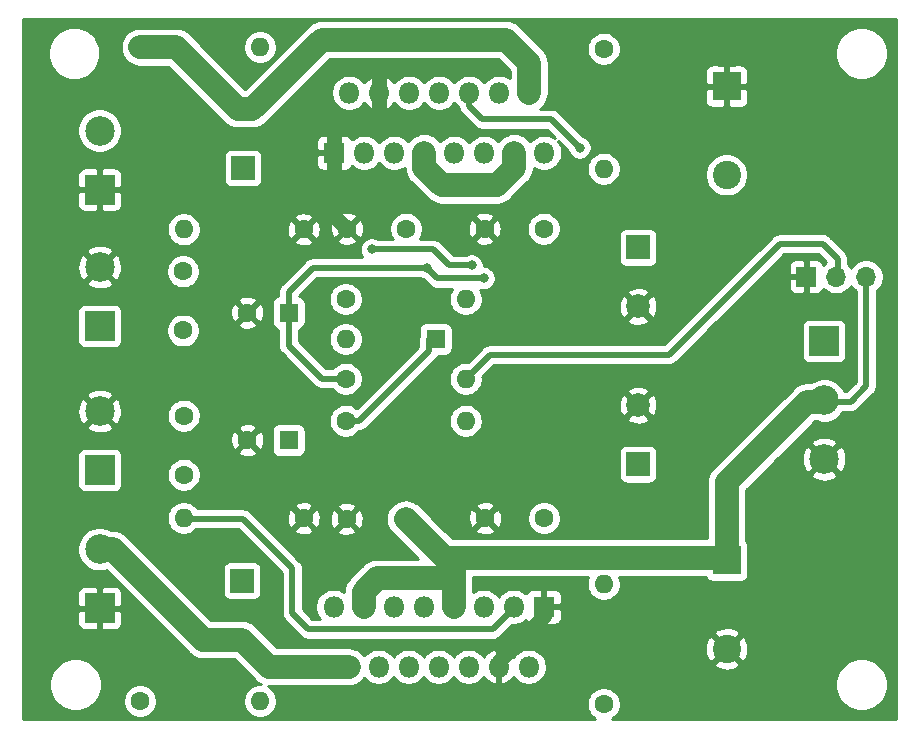
<source format=gbr>
G04 #@! TF.GenerationSoftware,KiCad,Pcbnew,(5.1.9-0-10_14)*
G04 #@! TF.CreationDate,2021-01-01T19:24:52-08:00*
G04 #@! TF.ProjectId,PedalBoardAmpSt,50656461-6c42-46f6-9172-64416d705374,rev?*
G04 #@! TF.SameCoordinates,Original*
G04 #@! TF.FileFunction,Copper,L1,Top*
G04 #@! TF.FilePolarity,Positive*
%FSLAX46Y46*%
G04 Gerber Fmt 4.6, Leading zero omitted, Abs format (unit mm)*
G04 Created by KiCad (PCBNEW (5.1.9-0-10_14)) date 2021-01-01 19:24:52*
%MOMM*%
%LPD*%
G01*
G04 APERTURE LIST*
G04 #@! TA.AperFunction,ComponentPad*
%ADD10O,1.700000X1.700000*%
G04 #@! TD*
G04 #@! TA.AperFunction,ComponentPad*
%ADD11R,1.700000X1.700000*%
G04 #@! TD*
G04 #@! TA.AperFunction,ComponentPad*
%ADD12C,2.500000*%
G04 #@! TD*
G04 #@! TA.AperFunction,ComponentPad*
%ADD13R,2.500000X2.500000*%
G04 #@! TD*
G04 #@! TA.AperFunction,ComponentPad*
%ADD14C,2.000000*%
G04 #@! TD*
G04 #@! TA.AperFunction,ComponentPad*
%ADD15R,2.000000X2.000000*%
G04 #@! TD*
G04 #@! TA.AperFunction,ComponentPad*
%ADD16C,1.600000*%
G04 #@! TD*
G04 #@! TA.AperFunction,ComponentPad*
%ADD17R,1.600000X1.600000*%
G04 #@! TD*
G04 #@! TA.AperFunction,ComponentPad*
%ADD18O,1.600000X1.600000*%
G04 #@! TD*
G04 #@! TA.AperFunction,ComponentPad*
%ADD19O,1.800000X1.800000*%
G04 #@! TD*
G04 #@! TA.AperFunction,ComponentPad*
%ADD20R,1.800000X1.800000*%
G04 #@! TD*
G04 #@! TA.AperFunction,ComponentPad*
%ADD21C,2.400000*%
G04 #@! TD*
G04 #@! TA.AperFunction,ComponentPad*
%ADD22R,2.400000X2.400000*%
G04 #@! TD*
G04 #@! TA.AperFunction,ViaPad*
%ADD23C,0.800000*%
G04 #@! TD*
G04 #@! TA.AperFunction,Conductor*
%ADD24C,1.270000*%
G04 #@! TD*
G04 #@! TA.AperFunction,Conductor*
%ADD25C,0.508000*%
G04 #@! TD*
G04 #@! TA.AperFunction,Conductor*
%ADD26C,2.032000*%
G04 #@! TD*
G04 #@! TA.AperFunction,Conductor*
%ADD27C,0.254000*%
G04 #@! TD*
G04 #@! TA.AperFunction,Conductor*
%ADD28C,0.100000*%
G04 #@! TD*
G04 APERTURE END LIST*
D10*
X182245000Y-63500000D03*
X179705000Y-63500000D03*
D11*
X177165000Y-63500000D03*
D12*
X178689000Y-78961000D03*
X178689000Y-73961000D03*
D13*
X178689000Y-68961000D03*
D12*
X117348000Y-86567000D03*
D13*
X117348000Y-91567000D03*
D12*
X117348000Y-74883000D03*
D13*
X117348000Y-79883000D03*
D12*
X117348000Y-51134000D03*
D13*
X117348000Y-56134000D03*
D12*
X117348000Y-62691000D03*
D13*
X117348000Y-67691000D03*
D14*
X129413000Y-94234000D03*
D15*
X129413000Y-89234000D03*
D14*
X129476500Y-49292500D03*
D15*
X129476500Y-54292500D03*
D16*
X129850000Y-66548000D03*
D17*
X133350000Y-66548000D03*
D16*
X129850000Y-77343000D03*
D17*
X133350000Y-77343000D03*
D14*
X162941000Y-66023500D03*
D15*
X162941000Y-61023500D03*
D14*
X162941000Y-74375000D03*
D15*
X162941000Y-79375000D03*
D18*
X148336000Y-75692000D03*
D16*
X138176000Y-75692000D03*
X149987000Y-83947000D03*
X154987000Y-83947000D03*
D19*
X137156500Y-91443500D03*
X138426500Y-96523500D03*
X139696500Y-91443500D03*
X140966500Y-96523500D03*
X142236500Y-91443500D03*
X143506500Y-96523500D03*
X144776500Y-91443500D03*
X146046500Y-96523500D03*
X147316500Y-91443500D03*
X148586500Y-96523500D03*
X149856500Y-91443500D03*
X151126500Y-96523500D03*
X152396500Y-91443500D03*
X153666500Y-96523500D03*
D20*
X154936500Y-91443500D03*
D18*
X130937000Y-99441000D03*
D16*
X120777000Y-99441000D03*
D18*
X124460000Y-83947000D03*
D16*
X134620000Y-83947000D03*
D18*
X160020000Y-89535000D03*
D16*
X160020000Y-99695000D03*
X138256000Y-84010500D03*
X143256000Y-84010500D03*
X124460000Y-75264000D03*
X124460000Y-80264000D03*
D19*
X154990000Y-53000000D03*
X153720000Y-47920000D03*
X152450000Y-53000000D03*
X151180000Y-47920000D03*
X149910000Y-53000000D03*
X148640000Y-47920000D03*
X147370000Y-53000000D03*
X146100000Y-47920000D03*
X144830000Y-53000000D03*
X143560000Y-47920000D03*
X142290000Y-53000000D03*
X141020000Y-47920000D03*
X139750000Y-53000000D03*
X138480000Y-47920000D03*
D20*
X137210000Y-53000000D03*
D18*
X130937000Y-44069000D03*
D16*
X120777000Y-44069000D03*
D18*
X148336000Y-65405000D03*
D16*
X138176000Y-65405000D03*
D18*
X148336000Y-72136000D03*
D16*
X138176000Y-72136000D03*
D18*
X124460000Y-59499500D03*
D16*
X134620000Y-59499500D03*
D18*
X160020000Y-54356000D03*
D16*
X160020000Y-44196000D03*
D18*
X138176000Y-68770500D03*
D17*
X145796000Y-68770500D03*
D21*
X170434000Y-54871000D03*
D22*
X170434000Y-47371000D03*
D16*
X149940000Y-59436000D03*
X154940000Y-59436000D03*
D21*
X170434000Y-95003000D03*
D22*
X170434000Y-87503000D03*
D16*
X138303000Y-59436000D03*
X143303000Y-59436000D03*
X124396500Y-68055500D03*
X124396500Y-63055500D03*
D23*
X148844000Y-62547500D03*
X140398500Y-61185490D03*
X157988000Y-52578000D03*
X145034000Y-62738000D03*
X149860000Y-63627000D03*
D24*
X151126500Y-96015500D02*
X151126500Y-96523500D01*
X154936500Y-92205500D02*
X151126500Y-96015500D01*
X154936500Y-91443500D02*
X154936500Y-92205500D01*
X141020000Y-47920000D02*
X141020000Y-46051000D01*
X141020000Y-49353000D02*
X141020000Y-47920000D01*
X137210000Y-51385000D02*
X138430000Y-50165000D01*
X140208000Y-50165000D02*
X141020000Y-49353000D01*
X138430000Y-50165000D02*
X140208000Y-50165000D01*
X137210000Y-53000000D02*
X137210000Y-51385000D01*
X137210000Y-58343000D02*
X138303000Y-59436000D01*
X137210000Y-53000000D02*
X137210000Y-58343000D01*
D25*
X139319000Y-75692000D02*
X138176000Y-75692000D01*
X145224500Y-69786500D02*
X139319000Y-75692000D01*
X145224500Y-68770500D02*
X145224500Y-69786500D01*
X135001000Y-93345000D02*
X133667500Y-92011500D01*
X133667500Y-92011500D02*
X133667500Y-88201500D01*
X150622000Y-93345000D02*
X135001000Y-93345000D01*
X129476500Y-84010500D02*
X124523500Y-84010500D01*
X152396500Y-91570500D02*
X150622000Y-93345000D01*
X133667500Y-88201500D02*
X129476500Y-84010500D01*
X152396500Y-91443500D02*
X152396500Y-91570500D01*
D24*
X139763500Y-91376500D02*
X139696500Y-91443500D01*
X139696500Y-91443500D02*
X139890500Y-91249500D01*
D26*
X143256000Y-84010500D02*
X146558000Y-87312500D01*
X146558000Y-87312500D02*
X151320500Y-87312500D01*
X149161500Y-87312500D02*
X151320500Y-87312500D01*
X147316500Y-88071000D02*
X147316500Y-91430490D01*
X146558000Y-87312500D02*
X147316500Y-88071000D01*
X144830000Y-54272792D02*
X146310208Y-55753000D01*
X144830000Y-53000000D02*
X144830000Y-54272792D01*
X152450000Y-54272792D02*
X152450000Y-53000000D01*
X150969792Y-55753000D02*
X152450000Y-54272792D01*
X146310208Y-55753000D02*
X150969792Y-55753000D01*
X151320500Y-87312500D02*
X170624500Y-87312500D01*
X170434000Y-80899000D02*
X177245000Y-74088000D01*
X177245000Y-74088000D02*
X178816000Y-74088000D01*
X170434000Y-87503000D02*
X170434000Y-80899000D01*
D25*
X182245000Y-65024000D02*
X182245000Y-63500000D01*
X182245000Y-72771000D02*
X182245000Y-65024000D01*
X180928000Y-74088000D02*
X182245000Y-72771000D01*
X178816000Y-74088000D02*
X180928000Y-74088000D01*
D26*
X140840208Y-89027000D02*
X146360500Y-89027000D01*
X139696500Y-90170708D02*
X140840208Y-89027000D01*
X146360500Y-89027000D02*
X147316500Y-88071000D01*
X139696500Y-91443500D02*
X139696500Y-90170708D01*
D24*
X154990000Y-53000000D02*
X154940000Y-53050000D01*
D25*
X143506500Y-96523500D02*
X143856500Y-96523500D01*
X155575000Y-50165000D02*
X157988000Y-52578000D01*
X149733000Y-50165000D02*
X155575000Y-50165000D01*
X148640000Y-49072000D02*
X149733000Y-50165000D01*
X148640000Y-47920000D02*
X148640000Y-49072000D01*
X145608740Y-61185490D02*
X140398500Y-61185490D01*
X146970750Y-62547500D02*
X145608740Y-61185490D01*
X148844000Y-62547500D02*
X146970750Y-62547500D01*
X133350000Y-66548000D02*
X133858000Y-67056000D01*
X135382000Y-62738000D02*
X133350000Y-64770000D01*
X133350000Y-64770000D02*
X133350000Y-66548000D01*
X145034000Y-62738000D02*
X135382000Y-62738000D01*
X133350000Y-69342000D02*
X133350000Y-66548000D01*
X136144000Y-72136000D02*
X133350000Y-69342000D01*
X138176000Y-72136000D02*
X136144000Y-72136000D01*
X145923000Y-63627000D02*
X149860000Y-63627000D01*
X145034000Y-62738000D02*
X145923000Y-63627000D01*
D26*
X153720000Y-45389000D02*
X153720000Y-47920000D01*
X129048500Y-49292500D02*
X130285500Y-49292500D01*
X136144000Y-43434000D02*
X151765000Y-43434000D01*
X120777000Y-44069000D02*
X123825000Y-44069000D01*
X130285500Y-49292500D02*
X136144000Y-43434000D01*
X151765000Y-43434000D02*
X153720000Y-45389000D01*
X123825000Y-44069000D02*
X129048500Y-49292500D01*
X131702500Y-96523500D02*
X129413000Y-94234000D01*
X138426500Y-96523500D02*
X131702500Y-96523500D01*
X118444000Y-86567000D02*
X117475000Y-86567000D01*
X126111000Y-94234000D02*
X118444000Y-86567000D01*
X129413000Y-94234000D02*
X126111000Y-94234000D01*
D25*
X150368000Y-70104000D02*
X148336000Y-72136000D01*
X165544500Y-70104000D02*
X150368000Y-70104000D01*
X174942500Y-60706000D02*
X165544500Y-70104000D01*
X178562000Y-60706000D02*
X174942500Y-60706000D01*
X179832000Y-61976000D02*
X178562000Y-60706000D01*
X179832000Y-63500000D02*
X179832000Y-61976000D01*
D27*
X184760000Y-100940018D02*
X160738673Y-100940657D01*
X160934759Y-100809637D01*
X161134637Y-100609759D01*
X161291680Y-100374727D01*
X161399853Y-100113574D01*
X161455000Y-99836335D01*
X161455000Y-99553665D01*
X161399853Y-99276426D01*
X161291680Y-99015273D01*
X161134637Y-98780241D01*
X160934759Y-98580363D01*
X160699727Y-98423320D01*
X160438574Y-98315147D01*
X160161335Y-98260000D01*
X159878665Y-98260000D01*
X159601426Y-98315147D01*
X159340273Y-98423320D01*
X159105241Y-98580363D01*
X158905363Y-98780241D01*
X158748320Y-99015273D01*
X158640147Y-99276426D01*
X158585000Y-99553665D01*
X158585000Y-99836335D01*
X158640147Y-100113574D01*
X158748320Y-100374727D01*
X158905363Y-100609759D01*
X159105241Y-100809637D01*
X159301384Y-100940695D01*
X110896000Y-100941983D01*
X110896000Y-97823872D01*
X113081000Y-97823872D01*
X113081000Y-98264128D01*
X113166890Y-98695925D01*
X113335369Y-99102669D01*
X113579962Y-99468729D01*
X113891271Y-99780038D01*
X114257331Y-100024631D01*
X114664075Y-100193110D01*
X115095872Y-100279000D01*
X115536128Y-100279000D01*
X115967925Y-100193110D01*
X116374669Y-100024631D01*
X116740729Y-99780038D01*
X117052038Y-99468729D01*
X117165002Y-99299665D01*
X119342000Y-99299665D01*
X119342000Y-99582335D01*
X119397147Y-99859574D01*
X119505320Y-100120727D01*
X119662363Y-100355759D01*
X119862241Y-100555637D01*
X120097273Y-100712680D01*
X120358426Y-100820853D01*
X120635665Y-100876000D01*
X120918335Y-100876000D01*
X121195574Y-100820853D01*
X121456727Y-100712680D01*
X121691759Y-100555637D01*
X121891637Y-100355759D01*
X122048680Y-100120727D01*
X122156853Y-99859574D01*
X122212000Y-99582335D01*
X122212000Y-99299665D01*
X122156853Y-99022426D01*
X122048680Y-98761273D01*
X121891637Y-98526241D01*
X121691759Y-98326363D01*
X121456727Y-98169320D01*
X121195574Y-98061147D01*
X120918335Y-98006000D01*
X120635665Y-98006000D01*
X120358426Y-98061147D01*
X120097273Y-98169320D01*
X119862241Y-98326363D01*
X119662363Y-98526241D01*
X119505320Y-98761273D01*
X119397147Y-99022426D01*
X119342000Y-99299665D01*
X117165002Y-99299665D01*
X117296631Y-99102669D01*
X117465110Y-98695925D01*
X117551000Y-98264128D01*
X117551000Y-97823872D01*
X117465110Y-97392075D01*
X117296631Y-96985331D01*
X117052038Y-96619271D01*
X116740729Y-96307962D01*
X116374669Y-96063369D01*
X115967925Y-95894890D01*
X115536128Y-95809000D01*
X115095872Y-95809000D01*
X114664075Y-95894890D01*
X114257331Y-96063369D01*
X113891271Y-96307962D01*
X113579962Y-96619271D01*
X113335369Y-96985331D01*
X113166890Y-97392075D01*
X113081000Y-97823872D01*
X110896000Y-97823872D01*
X110896000Y-92817000D01*
X115459928Y-92817000D01*
X115472188Y-92941482D01*
X115508498Y-93061180D01*
X115567463Y-93171494D01*
X115646815Y-93268185D01*
X115743506Y-93347537D01*
X115853820Y-93406502D01*
X115973518Y-93442812D01*
X116098000Y-93455072D01*
X117062250Y-93452000D01*
X117221000Y-93293250D01*
X117221000Y-91694000D01*
X117475000Y-91694000D01*
X117475000Y-93293250D01*
X117633750Y-93452000D01*
X118598000Y-93455072D01*
X118722482Y-93442812D01*
X118842180Y-93406502D01*
X118952494Y-93347537D01*
X119049185Y-93268185D01*
X119128537Y-93171494D01*
X119187502Y-93061180D01*
X119223812Y-92941482D01*
X119236072Y-92817000D01*
X119233000Y-91852750D01*
X119074250Y-91694000D01*
X117475000Y-91694000D01*
X117221000Y-91694000D01*
X115621750Y-91694000D01*
X115463000Y-91852750D01*
X115459928Y-92817000D01*
X110896000Y-92817000D01*
X110896000Y-90317000D01*
X115459928Y-90317000D01*
X115463000Y-91281250D01*
X115621750Y-91440000D01*
X117221000Y-91440000D01*
X117221000Y-89840750D01*
X117475000Y-89840750D01*
X117475000Y-91440000D01*
X119074250Y-91440000D01*
X119233000Y-91281250D01*
X119236072Y-90317000D01*
X119223812Y-90192518D01*
X119187502Y-90072820D01*
X119128537Y-89962506D01*
X119049185Y-89865815D01*
X118952494Y-89786463D01*
X118842180Y-89727498D01*
X118722482Y-89691188D01*
X118598000Y-89678928D01*
X117633750Y-89682000D01*
X117475000Y-89840750D01*
X117221000Y-89840750D01*
X117062250Y-89682000D01*
X116098000Y-89678928D01*
X115973518Y-89691188D01*
X115853820Y-89727498D01*
X115743506Y-89786463D01*
X115646815Y-89865815D01*
X115567463Y-89962506D01*
X115508498Y-90072820D01*
X115472188Y-90192518D01*
X115459928Y-90317000D01*
X110896000Y-90317000D01*
X110896000Y-86381344D01*
X115463000Y-86381344D01*
X115463000Y-86752656D01*
X115535439Y-87116834D01*
X115677534Y-87459882D01*
X115883825Y-87768618D01*
X116146382Y-88031175D01*
X116455118Y-88237466D01*
X116798166Y-88379561D01*
X117162344Y-88452000D01*
X117533656Y-88452000D01*
X117897834Y-88379561D01*
X117914706Y-88372572D01*
X124886217Y-95344084D01*
X124937918Y-95407082D01*
X125000915Y-95458782D01*
X125189315Y-95613398D01*
X125319379Y-95682918D01*
X125476133Y-95766705D01*
X125787347Y-95861111D01*
X126029896Y-95885000D01*
X126029898Y-95885000D01*
X126110999Y-95892988D01*
X126192100Y-95885000D01*
X128729134Y-95885000D01*
X130477718Y-97633584D01*
X130529418Y-97696582D01*
X130780816Y-97902898D01*
X130973706Y-98006000D01*
X130795665Y-98006000D01*
X130518426Y-98061147D01*
X130257273Y-98169320D01*
X130022241Y-98326363D01*
X129822363Y-98526241D01*
X129665320Y-98761273D01*
X129557147Y-99022426D01*
X129502000Y-99299665D01*
X129502000Y-99582335D01*
X129557147Y-99859574D01*
X129665320Y-100120727D01*
X129822363Y-100355759D01*
X130022241Y-100555637D01*
X130257273Y-100712680D01*
X130518426Y-100820853D01*
X130795665Y-100876000D01*
X131078335Y-100876000D01*
X131355574Y-100820853D01*
X131616727Y-100712680D01*
X131851759Y-100555637D01*
X132051637Y-100355759D01*
X132208680Y-100120727D01*
X132316853Y-99859574D01*
X132372000Y-99582335D01*
X132372000Y-99299665D01*
X132316853Y-99022426D01*
X132208680Y-98761273D01*
X132051637Y-98526241D01*
X131851759Y-98326363D01*
X131625012Y-98174856D01*
X131702500Y-98182488D01*
X131783601Y-98174500D01*
X138507604Y-98174500D01*
X138750153Y-98150611D01*
X139061367Y-98056205D01*
X139348184Y-97902898D01*
X139599582Y-97696582D01*
X139767491Y-97491983D01*
X139774188Y-97502005D01*
X139987995Y-97715812D01*
X140239405Y-97883799D01*
X140518757Y-97999511D01*
X140815316Y-98058500D01*
X141117684Y-98058500D01*
X141414243Y-97999511D01*
X141693595Y-97883799D01*
X141945005Y-97715812D01*
X142158812Y-97502005D01*
X142236500Y-97385737D01*
X142314188Y-97502005D01*
X142527995Y-97715812D01*
X142779405Y-97883799D01*
X143058757Y-97999511D01*
X143355316Y-98058500D01*
X143657684Y-98058500D01*
X143954243Y-97999511D01*
X144233595Y-97883799D01*
X144485005Y-97715812D01*
X144698812Y-97502005D01*
X144776500Y-97385737D01*
X144854188Y-97502005D01*
X145067995Y-97715812D01*
X145319405Y-97883799D01*
X145598757Y-97999511D01*
X145895316Y-98058500D01*
X146197684Y-98058500D01*
X146494243Y-97999511D01*
X146773595Y-97883799D01*
X147025005Y-97715812D01*
X147238812Y-97502005D01*
X147316500Y-97385737D01*
X147394188Y-97502005D01*
X147607995Y-97715812D01*
X147859405Y-97883799D01*
X148138757Y-97999511D01*
X148435316Y-98058500D01*
X148737684Y-98058500D01*
X149034243Y-97999511D01*
X149313595Y-97883799D01*
X149565005Y-97715812D01*
X149778812Y-97502005D01*
X149859867Y-97380698D01*
X149994851Y-97560616D01*
X150218927Y-97761462D01*
X150477880Y-97914734D01*
X150761759Y-98014541D01*
X150999500Y-97894492D01*
X150999500Y-96650500D01*
X150979500Y-96650500D01*
X150979500Y-96396500D01*
X150999500Y-96396500D01*
X150999500Y-95152508D01*
X151253500Y-95152508D01*
X151253500Y-96396500D01*
X151273500Y-96396500D01*
X151273500Y-96650500D01*
X151253500Y-96650500D01*
X151253500Y-97894492D01*
X151491241Y-98014541D01*
X151775120Y-97914734D01*
X152034073Y-97761462D01*
X152258149Y-97560616D01*
X152393133Y-97380698D01*
X152474188Y-97502005D01*
X152687995Y-97715812D01*
X152939405Y-97883799D01*
X153218757Y-97999511D01*
X153515316Y-98058500D01*
X153817684Y-98058500D01*
X154114243Y-97999511D01*
X154393595Y-97883799D01*
X154483281Y-97823872D01*
X179629000Y-97823872D01*
X179629000Y-98264128D01*
X179714890Y-98695925D01*
X179883369Y-99102669D01*
X180127962Y-99468729D01*
X180439271Y-99780038D01*
X180805331Y-100024631D01*
X181212075Y-100193110D01*
X181643872Y-100279000D01*
X182084128Y-100279000D01*
X182515925Y-100193110D01*
X182922669Y-100024631D01*
X183288729Y-99780038D01*
X183600038Y-99468729D01*
X183844631Y-99102669D01*
X184013110Y-98695925D01*
X184099000Y-98264128D01*
X184099000Y-97823872D01*
X184013110Y-97392075D01*
X183844631Y-96985331D01*
X183600038Y-96619271D01*
X183288729Y-96307962D01*
X182922669Y-96063369D01*
X182515925Y-95894890D01*
X182084128Y-95809000D01*
X181643872Y-95809000D01*
X181212075Y-95894890D01*
X180805331Y-96063369D01*
X180439271Y-96307962D01*
X180127962Y-96619271D01*
X179883369Y-96985331D01*
X179714890Y-97392075D01*
X179629000Y-97823872D01*
X154483281Y-97823872D01*
X154645005Y-97715812D01*
X154858812Y-97502005D01*
X155026799Y-97250595D01*
X155142511Y-96971243D01*
X155201500Y-96674684D01*
X155201500Y-96372316D01*
X155183333Y-96280980D01*
X169335626Y-96280980D01*
X169455514Y-96565836D01*
X169779210Y-96726699D01*
X170128069Y-96821322D01*
X170488684Y-96846067D01*
X170847198Y-96799985D01*
X171189833Y-96684846D01*
X171412486Y-96565836D01*
X171532374Y-96280980D01*
X170434000Y-95182605D01*
X169335626Y-96280980D01*
X155183333Y-96280980D01*
X155142511Y-96075757D01*
X155026799Y-95796405D01*
X154858812Y-95544995D01*
X154645005Y-95331188D01*
X154393595Y-95163201D01*
X154138856Y-95057684D01*
X168590933Y-95057684D01*
X168637015Y-95416198D01*
X168752154Y-95758833D01*
X168871164Y-95981486D01*
X169156020Y-96101374D01*
X170254395Y-95003000D01*
X170613605Y-95003000D01*
X171711980Y-96101374D01*
X171996836Y-95981486D01*
X172157699Y-95657790D01*
X172252322Y-95308931D01*
X172277067Y-94948316D01*
X172230985Y-94589802D01*
X172115846Y-94247167D01*
X171996836Y-94024514D01*
X171711980Y-93904626D01*
X170613605Y-95003000D01*
X170254395Y-95003000D01*
X169156020Y-93904626D01*
X168871164Y-94024514D01*
X168710301Y-94348210D01*
X168615678Y-94697069D01*
X168590933Y-95057684D01*
X154138856Y-95057684D01*
X154114243Y-95047489D01*
X153817684Y-94988500D01*
X153515316Y-94988500D01*
X153218757Y-95047489D01*
X152939405Y-95163201D01*
X152687995Y-95331188D01*
X152474188Y-95544995D01*
X152393133Y-95666302D01*
X152258149Y-95486384D01*
X152034073Y-95285538D01*
X151775120Y-95132266D01*
X151491241Y-95032459D01*
X151253500Y-95152508D01*
X150999500Y-95152508D01*
X150761759Y-95032459D01*
X150477880Y-95132266D01*
X150218927Y-95285538D01*
X149994851Y-95486384D01*
X149859867Y-95666302D01*
X149778812Y-95544995D01*
X149565005Y-95331188D01*
X149313595Y-95163201D01*
X149034243Y-95047489D01*
X148737684Y-94988500D01*
X148435316Y-94988500D01*
X148138757Y-95047489D01*
X147859405Y-95163201D01*
X147607995Y-95331188D01*
X147394188Y-95544995D01*
X147316500Y-95661263D01*
X147238812Y-95544995D01*
X147025005Y-95331188D01*
X146773595Y-95163201D01*
X146494243Y-95047489D01*
X146197684Y-94988500D01*
X145895316Y-94988500D01*
X145598757Y-95047489D01*
X145319405Y-95163201D01*
X145067995Y-95331188D01*
X144854188Y-95544995D01*
X144776500Y-95661263D01*
X144698812Y-95544995D01*
X144485005Y-95331188D01*
X144233595Y-95163201D01*
X143954243Y-95047489D01*
X143657684Y-94988500D01*
X143355316Y-94988500D01*
X143058757Y-95047489D01*
X142779405Y-95163201D01*
X142527995Y-95331188D01*
X142314188Y-95544995D01*
X142236500Y-95661263D01*
X142158812Y-95544995D01*
X141945005Y-95331188D01*
X141693595Y-95163201D01*
X141414243Y-95047489D01*
X141117684Y-94988500D01*
X140815316Y-94988500D01*
X140518757Y-95047489D01*
X140239405Y-95163201D01*
X139987995Y-95331188D01*
X139774188Y-95544995D01*
X139767491Y-95555017D01*
X139599582Y-95350418D01*
X139348184Y-95144102D01*
X139061367Y-94990795D01*
X138750153Y-94896389D01*
X138507604Y-94872500D01*
X132386367Y-94872500D01*
X130637787Y-93123921D01*
X130586082Y-93060918D01*
X130334684Y-92854602D01*
X130047867Y-92701295D01*
X129736653Y-92606889D01*
X129494104Y-92583000D01*
X129494101Y-92583000D01*
X129413000Y-92575012D01*
X129331899Y-92583000D01*
X126794867Y-92583000D01*
X122445867Y-88234000D01*
X127774928Y-88234000D01*
X127774928Y-90234000D01*
X127787188Y-90358482D01*
X127823498Y-90478180D01*
X127882463Y-90588494D01*
X127961815Y-90685185D01*
X128058506Y-90764537D01*
X128168820Y-90823502D01*
X128288518Y-90859812D01*
X128413000Y-90872072D01*
X130413000Y-90872072D01*
X130537482Y-90859812D01*
X130657180Y-90823502D01*
X130767494Y-90764537D01*
X130864185Y-90685185D01*
X130943537Y-90588494D01*
X131002502Y-90478180D01*
X131038812Y-90358482D01*
X131051072Y-90234000D01*
X131051072Y-88234000D01*
X131038812Y-88109518D01*
X131002502Y-87989820D01*
X130943537Y-87879506D01*
X130864185Y-87782815D01*
X130767494Y-87703463D01*
X130657180Y-87644498D01*
X130537482Y-87608188D01*
X130413000Y-87595928D01*
X128413000Y-87595928D01*
X128288518Y-87608188D01*
X128168820Y-87644498D01*
X128058506Y-87703463D01*
X127961815Y-87782815D01*
X127882463Y-87879506D01*
X127823498Y-87989820D01*
X127787188Y-88109518D01*
X127774928Y-88234000D01*
X122445867Y-88234000D01*
X119668787Y-85456921D01*
X119617082Y-85393918D01*
X119365684Y-85187602D01*
X119078867Y-85034295D01*
X118767653Y-84939889D01*
X118525104Y-84916000D01*
X118525101Y-84916000D01*
X118444000Y-84908012D01*
X118362899Y-84916000D01*
X118270015Y-84916000D01*
X118240882Y-84896534D01*
X117897834Y-84754439D01*
X117533656Y-84682000D01*
X117162344Y-84682000D01*
X116798166Y-84754439D01*
X116455118Y-84896534D01*
X116146382Y-85102825D01*
X115883825Y-85365382D01*
X115677534Y-85674118D01*
X115535439Y-86017166D01*
X115463000Y-86381344D01*
X110896000Y-86381344D01*
X110896000Y-83805665D01*
X123025000Y-83805665D01*
X123025000Y-84088335D01*
X123080147Y-84365574D01*
X123188320Y-84626727D01*
X123345363Y-84861759D01*
X123545241Y-85061637D01*
X123780273Y-85218680D01*
X124041426Y-85326853D01*
X124318665Y-85382000D01*
X124601335Y-85382000D01*
X124878574Y-85326853D01*
X125139727Y-85218680D01*
X125374759Y-85061637D01*
X125536896Y-84899500D01*
X129108265Y-84899500D01*
X132778501Y-88569737D01*
X132778500Y-91967840D01*
X132774200Y-92011500D01*
X132778500Y-92055160D01*
X132778500Y-92055166D01*
X132788086Y-92152487D01*
X132791364Y-92185774D01*
X132804906Y-92230416D01*
X132842197Y-92353350D01*
X132924747Y-92507790D01*
X133035841Y-92643159D01*
X133069764Y-92670999D01*
X134341506Y-93942741D01*
X134369341Y-93976659D01*
X134504709Y-94087753D01*
X134659149Y-94170303D01*
X134753758Y-94199002D01*
X134826725Y-94221136D01*
X134843325Y-94222771D01*
X134957333Y-94234000D01*
X134957340Y-94234000D01*
X135001000Y-94238300D01*
X135044660Y-94234000D01*
X150578340Y-94234000D01*
X150622000Y-94238300D01*
X150665660Y-94234000D01*
X150665667Y-94234000D01*
X150796274Y-94221136D01*
X150963851Y-94170303D01*
X151118291Y-94087753D01*
X151253659Y-93976659D01*
X151281499Y-93942736D01*
X151499215Y-93725020D01*
X169335626Y-93725020D01*
X170434000Y-94823395D01*
X171532374Y-93725020D01*
X171412486Y-93440164D01*
X171088790Y-93279301D01*
X170739931Y-93184678D01*
X170379316Y-93159933D01*
X170020802Y-93206015D01*
X169678167Y-93321154D01*
X169455514Y-93440164D01*
X169335626Y-93725020D01*
X151499215Y-93725020D01*
X152245736Y-92978500D01*
X152547684Y-92978500D01*
X152844243Y-92919511D01*
X153123595Y-92803799D01*
X153375005Y-92635812D01*
X153441444Y-92569373D01*
X153446998Y-92587680D01*
X153505963Y-92697994D01*
X153585315Y-92794685D01*
X153682006Y-92874037D01*
X153792320Y-92933002D01*
X153912018Y-92969312D01*
X154036500Y-92981572D01*
X154650750Y-92978500D01*
X154809500Y-92819750D01*
X154809500Y-91570500D01*
X155063500Y-91570500D01*
X155063500Y-92819750D01*
X155222250Y-92978500D01*
X155836500Y-92981572D01*
X155960982Y-92969312D01*
X156080680Y-92933002D01*
X156190994Y-92874037D01*
X156287685Y-92794685D01*
X156367037Y-92697994D01*
X156426002Y-92587680D01*
X156462312Y-92467982D01*
X156474572Y-92343500D01*
X156471500Y-91729250D01*
X156312750Y-91570500D01*
X155063500Y-91570500D01*
X154809500Y-91570500D01*
X154789500Y-91570500D01*
X154789500Y-91316500D01*
X154809500Y-91316500D01*
X154809500Y-90067250D01*
X155063500Y-90067250D01*
X155063500Y-91316500D01*
X156312750Y-91316500D01*
X156471500Y-91157750D01*
X156474572Y-90543500D01*
X156462312Y-90419018D01*
X156426002Y-90299320D01*
X156367037Y-90189006D01*
X156287685Y-90092315D01*
X156190994Y-90012963D01*
X156080680Y-89953998D01*
X155960982Y-89917688D01*
X155836500Y-89905428D01*
X155222250Y-89908500D01*
X155063500Y-90067250D01*
X154809500Y-90067250D01*
X154650750Y-89908500D01*
X154036500Y-89905428D01*
X153912018Y-89917688D01*
X153792320Y-89953998D01*
X153682006Y-90012963D01*
X153585315Y-90092315D01*
X153505963Y-90189006D01*
X153446998Y-90299320D01*
X153441444Y-90317627D01*
X153375005Y-90251188D01*
X153123595Y-90083201D01*
X152844243Y-89967489D01*
X152547684Y-89908500D01*
X152245316Y-89908500D01*
X151948757Y-89967489D01*
X151669405Y-90083201D01*
X151417995Y-90251188D01*
X151204188Y-90464995D01*
X151126500Y-90581263D01*
X151048812Y-90464995D01*
X150835005Y-90251188D01*
X150583595Y-90083201D01*
X150304243Y-89967489D01*
X150007684Y-89908500D01*
X149705316Y-89908500D01*
X149408757Y-89967489D01*
X149129405Y-90083201D01*
X148967500Y-90191383D01*
X148967500Y-88963500D01*
X158703491Y-88963500D01*
X158640147Y-89116426D01*
X158585000Y-89393665D01*
X158585000Y-89676335D01*
X158640147Y-89953574D01*
X158748320Y-90214727D01*
X158905363Y-90449759D01*
X159105241Y-90649637D01*
X159340273Y-90806680D01*
X159601426Y-90914853D01*
X159878665Y-90970000D01*
X160161335Y-90970000D01*
X160438574Y-90914853D01*
X160699727Y-90806680D01*
X160934759Y-90649637D01*
X161134637Y-90449759D01*
X161291680Y-90214727D01*
X161399853Y-89953574D01*
X161455000Y-89676335D01*
X161455000Y-89393665D01*
X161399853Y-89116426D01*
X161336509Y-88963500D01*
X168653221Y-88963500D01*
X168703463Y-89057494D01*
X168782815Y-89154185D01*
X168879506Y-89233537D01*
X168989820Y-89292502D01*
X169109518Y-89328812D01*
X169234000Y-89341072D01*
X171634000Y-89341072D01*
X171758482Y-89328812D01*
X171878180Y-89292502D01*
X171988494Y-89233537D01*
X172085185Y-89154185D01*
X172164537Y-89057494D01*
X172223502Y-88947180D01*
X172259812Y-88827482D01*
X172272072Y-88703000D01*
X172272072Y-87428409D01*
X172283488Y-87312500D01*
X172272072Y-87196591D01*
X172272072Y-86303000D01*
X172259812Y-86178518D01*
X172223502Y-86058820D01*
X172164537Y-85948506D01*
X172085185Y-85851815D01*
X172085000Y-85851663D01*
X172085000Y-81582866D01*
X173393261Y-80274605D01*
X177555000Y-80274605D01*
X177680914Y-80564577D01*
X178013126Y-80730433D01*
X178371312Y-80828290D01*
X178741706Y-80854389D01*
X179110075Y-80807725D01*
X179462262Y-80690094D01*
X179697086Y-80564577D01*
X179823000Y-80274605D01*
X178689000Y-79140605D01*
X177555000Y-80274605D01*
X173393261Y-80274605D01*
X174654160Y-79013706D01*
X176795611Y-79013706D01*
X176842275Y-79382075D01*
X176959906Y-79734262D01*
X177085423Y-79969086D01*
X177375395Y-80095000D01*
X178509395Y-78961000D01*
X178868605Y-78961000D01*
X180002605Y-80095000D01*
X180292577Y-79969086D01*
X180458433Y-79636874D01*
X180556290Y-79278688D01*
X180582389Y-78908294D01*
X180535725Y-78539925D01*
X180418094Y-78187738D01*
X180292577Y-77952914D01*
X180002605Y-77827000D01*
X178868605Y-78961000D01*
X178509395Y-78961000D01*
X177375395Y-77827000D01*
X177085423Y-77952914D01*
X176919567Y-78285126D01*
X176821710Y-78643312D01*
X176795611Y-79013706D01*
X174654160Y-79013706D01*
X176020471Y-77647395D01*
X177555000Y-77647395D01*
X178689000Y-78781395D01*
X179823000Y-77647395D01*
X179697086Y-77357423D01*
X179364874Y-77191567D01*
X179006688Y-77093710D01*
X178636294Y-77067611D01*
X178267925Y-77114275D01*
X177915738Y-77231906D01*
X177680914Y-77357423D01*
X177555000Y-77647395D01*
X176020471Y-77647395D01*
X177928866Y-75739000D01*
X178055728Y-75739000D01*
X178139166Y-75773561D01*
X178503344Y-75846000D01*
X178874656Y-75846000D01*
X179238834Y-75773561D01*
X179581882Y-75631466D01*
X179890618Y-75425175D01*
X180153175Y-75162618D01*
X180277201Y-74977000D01*
X180884340Y-74977000D01*
X180928000Y-74981300D01*
X180971660Y-74977000D01*
X180971667Y-74977000D01*
X181102274Y-74964136D01*
X181269851Y-74913303D01*
X181424291Y-74830753D01*
X181559659Y-74719659D01*
X181587499Y-74685736D01*
X182842737Y-73430498D01*
X182876659Y-73402659D01*
X182987753Y-73267291D01*
X183070303Y-73112851D01*
X183093532Y-73036275D01*
X183121136Y-72945276D01*
X183129218Y-72863218D01*
X183134000Y-72814667D01*
X183134000Y-72814661D01*
X183138300Y-72771001D01*
X183134000Y-72727341D01*
X183134000Y-64691983D01*
X183191632Y-64653475D01*
X183398475Y-64446632D01*
X183560990Y-64203411D01*
X183672932Y-63933158D01*
X183730000Y-63646260D01*
X183730000Y-63353740D01*
X183672932Y-63066842D01*
X183560990Y-62796589D01*
X183398475Y-62553368D01*
X183191632Y-62346525D01*
X182948411Y-62184010D01*
X182678158Y-62072068D01*
X182391260Y-62015000D01*
X182098740Y-62015000D01*
X181811842Y-62072068D01*
X181541589Y-62184010D01*
X181298368Y-62346525D01*
X181091525Y-62553368D01*
X180975000Y-62727760D01*
X180858475Y-62553368D01*
X180721000Y-62415893D01*
X180721000Y-62019659D01*
X180725300Y-61975999D01*
X180721000Y-61932339D01*
X180721000Y-61932333D01*
X180708136Y-61801726D01*
X180708136Y-61801724D01*
X180668592Y-61671364D01*
X180657303Y-61634149D01*
X180574753Y-61479709D01*
X180463659Y-61344341D01*
X180429741Y-61316506D01*
X179221499Y-60108264D01*
X179193659Y-60074341D01*
X179058291Y-59963247D01*
X178903851Y-59880697D01*
X178736274Y-59829864D01*
X178605667Y-59817000D01*
X178605660Y-59817000D01*
X178562000Y-59812700D01*
X178518340Y-59817000D01*
X174986159Y-59817000D01*
X174942499Y-59812700D01*
X174898839Y-59817000D01*
X174898833Y-59817000D01*
X174786573Y-59828057D01*
X174768225Y-59829864D01*
X174703065Y-59849630D01*
X174600649Y-59880697D01*
X174446209Y-59963247D01*
X174310841Y-60074341D01*
X174283006Y-60108258D01*
X165176265Y-69215000D01*
X150411660Y-69215000D01*
X150368000Y-69210700D01*
X150324340Y-69215000D01*
X150324333Y-69215000D01*
X150210325Y-69226229D01*
X150193725Y-69227864D01*
X150120758Y-69249998D01*
X150026149Y-69278697D01*
X149871709Y-69361247D01*
X149736341Y-69472341D01*
X149708506Y-69506258D01*
X148507720Y-70707044D01*
X148477335Y-70701000D01*
X148194665Y-70701000D01*
X147917426Y-70756147D01*
X147656273Y-70864320D01*
X147421241Y-71021363D01*
X147221363Y-71221241D01*
X147064320Y-71456273D01*
X146956147Y-71717426D01*
X146901000Y-71994665D01*
X146901000Y-72277335D01*
X146956147Y-72554574D01*
X147064320Y-72815727D01*
X147221363Y-73050759D01*
X147421241Y-73250637D01*
X147656273Y-73407680D01*
X147917426Y-73515853D01*
X148194665Y-73571000D01*
X148477335Y-73571000D01*
X148754574Y-73515853D01*
X149015727Y-73407680D01*
X149250759Y-73250637D01*
X149261809Y-73239587D01*
X161985192Y-73239587D01*
X162941000Y-74195395D01*
X163896808Y-73239587D01*
X163801044Y-72975186D01*
X163511429Y-72834296D01*
X163199892Y-72752616D01*
X162878405Y-72733282D01*
X162559325Y-72777039D01*
X162254912Y-72882205D01*
X162080956Y-72975186D01*
X161985192Y-73239587D01*
X149261809Y-73239587D01*
X149450637Y-73050759D01*
X149607680Y-72815727D01*
X149715853Y-72554574D01*
X149771000Y-72277335D01*
X149771000Y-71994665D01*
X149764956Y-71964280D01*
X150736236Y-70993000D01*
X165500840Y-70993000D01*
X165544500Y-70997300D01*
X165588160Y-70993000D01*
X165588167Y-70993000D01*
X165718774Y-70980136D01*
X165886351Y-70929303D01*
X166040791Y-70846753D01*
X166176159Y-70735659D01*
X166203999Y-70701736D01*
X169194735Y-67711000D01*
X176800928Y-67711000D01*
X176800928Y-70211000D01*
X176813188Y-70335482D01*
X176849498Y-70455180D01*
X176908463Y-70565494D01*
X176987815Y-70662185D01*
X177084506Y-70741537D01*
X177194820Y-70800502D01*
X177314518Y-70836812D01*
X177439000Y-70849072D01*
X179939000Y-70849072D01*
X180063482Y-70836812D01*
X180183180Y-70800502D01*
X180293494Y-70741537D01*
X180390185Y-70662185D01*
X180469537Y-70565494D01*
X180528502Y-70455180D01*
X180564812Y-70335482D01*
X180577072Y-70211000D01*
X180577072Y-67711000D01*
X180564812Y-67586518D01*
X180528502Y-67466820D01*
X180469537Y-67356506D01*
X180390185Y-67259815D01*
X180293494Y-67180463D01*
X180183180Y-67121498D01*
X180063482Y-67085188D01*
X179939000Y-67072928D01*
X177439000Y-67072928D01*
X177314518Y-67085188D01*
X177194820Y-67121498D01*
X177084506Y-67180463D01*
X176987815Y-67259815D01*
X176908463Y-67356506D01*
X176849498Y-67466820D01*
X176813188Y-67586518D01*
X176800928Y-67711000D01*
X169194735Y-67711000D01*
X172555735Y-64350000D01*
X175676928Y-64350000D01*
X175689188Y-64474482D01*
X175725498Y-64594180D01*
X175784463Y-64704494D01*
X175863815Y-64801185D01*
X175960506Y-64880537D01*
X176070820Y-64939502D01*
X176190518Y-64975812D01*
X176315000Y-64988072D01*
X176879250Y-64985000D01*
X177038000Y-64826250D01*
X177038000Y-63627000D01*
X175838750Y-63627000D01*
X175680000Y-63785750D01*
X175676928Y-64350000D01*
X172555735Y-64350000D01*
X174255735Y-62650000D01*
X175676928Y-62650000D01*
X175680000Y-63214250D01*
X175838750Y-63373000D01*
X177038000Y-63373000D01*
X177038000Y-62173750D01*
X176879250Y-62015000D01*
X176315000Y-62011928D01*
X176190518Y-62024188D01*
X176070820Y-62060498D01*
X175960506Y-62119463D01*
X175863815Y-62198815D01*
X175784463Y-62295506D01*
X175725498Y-62405820D01*
X175689188Y-62525518D01*
X175676928Y-62650000D01*
X174255735Y-62650000D01*
X175310736Y-61595000D01*
X178193765Y-61595000D01*
X178870419Y-62271655D01*
X178758368Y-62346525D01*
X178626513Y-62478380D01*
X178604502Y-62405820D01*
X178545537Y-62295506D01*
X178466185Y-62198815D01*
X178369494Y-62119463D01*
X178259180Y-62060498D01*
X178139482Y-62024188D01*
X178015000Y-62011928D01*
X177450750Y-62015000D01*
X177292000Y-62173750D01*
X177292000Y-63373000D01*
X177312000Y-63373000D01*
X177312000Y-63627000D01*
X177292000Y-63627000D01*
X177292000Y-64826250D01*
X177450750Y-64985000D01*
X178015000Y-64988072D01*
X178139482Y-64975812D01*
X178259180Y-64939502D01*
X178369494Y-64880537D01*
X178466185Y-64801185D01*
X178545537Y-64704494D01*
X178604502Y-64594180D01*
X178626513Y-64521620D01*
X178758368Y-64653475D01*
X179001589Y-64815990D01*
X179271842Y-64927932D01*
X179558740Y-64985000D01*
X179851260Y-64985000D01*
X180138158Y-64927932D01*
X180408411Y-64815990D01*
X180651632Y-64653475D01*
X180858475Y-64446632D01*
X180975000Y-64272240D01*
X181091525Y-64446632D01*
X181298368Y-64653475D01*
X181356000Y-64691984D01*
X181356000Y-65067666D01*
X181356001Y-65067676D01*
X181356000Y-72402765D01*
X180559765Y-73199000D01*
X180413679Y-73199000D01*
X180359466Y-73068118D01*
X180153175Y-72759382D01*
X179890618Y-72496825D01*
X179581882Y-72290534D01*
X179238834Y-72148439D01*
X178874656Y-72076000D01*
X178503344Y-72076000D01*
X178139166Y-72148439D01*
X177796118Y-72290534D01*
X177576916Y-72437000D01*
X177326101Y-72437000D01*
X177245000Y-72429012D01*
X177163899Y-72437000D01*
X177163896Y-72437000D01*
X176921347Y-72460889D01*
X176682566Y-72533323D01*
X176610132Y-72555295D01*
X176323316Y-72708602D01*
X176071918Y-72914918D01*
X176020213Y-72977921D01*
X169323916Y-79674218D01*
X169260919Y-79725918D01*
X169209219Y-79788915D01*
X169209218Y-79788916D01*
X169054602Y-79977317D01*
X168976912Y-80122665D01*
X168901296Y-80264133D01*
X168829904Y-80499482D01*
X168806890Y-80575348D01*
X168775012Y-80899000D01*
X168783001Y-80980111D01*
X168783000Y-85661500D01*
X147241867Y-85661500D01*
X146520069Y-84939702D01*
X149173903Y-84939702D01*
X149245486Y-85183671D01*
X149500996Y-85304571D01*
X149775184Y-85373300D01*
X150057512Y-85387217D01*
X150337130Y-85345787D01*
X150603292Y-85250603D01*
X150728514Y-85183671D01*
X150800097Y-84939702D01*
X149987000Y-84126605D01*
X149173903Y-84939702D01*
X146520069Y-84939702D01*
X145597879Y-84017512D01*
X148546783Y-84017512D01*
X148588213Y-84297130D01*
X148683397Y-84563292D01*
X148750329Y-84688514D01*
X148994298Y-84760097D01*
X149807395Y-83947000D01*
X150166605Y-83947000D01*
X150979702Y-84760097D01*
X151223671Y-84688514D01*
X151344571Y-84433004D01*
X151413300Y-84158816D01*
X151427217Y-83876488D01*
X151416724Y-83805665D01*
X153552000Y-83805665D01*
X153552000Y-84088335D01*
X153607147Y-84365574D01*
X153715320Y-84626727D01*
X153872363Y-84861759D01*
X154072241Y-85061637D01*
X154307273Y-85218680D01*
X154568426Y-85326853D01*
X154845665Y-85382000D01*
X155128335Y-85382000D01*
X155405574Y-85326853D01*
X155666727Y-85218680D01*
X155901759Y-85061637D01*
X156101637Y-84861759D01*
X156258680Y-84626727D01*
X156366853Y-84365574D01*
X156422000Y-84088335D01*
X156422000Y-83805665D01*
X156366853Y-83528426D01*
X156258680Y-83267273D01*
X156101637Y-83032241D01*
X155901759Y-82832363D01*
X155666727Y-82675320D01*
X155405574Y-82567147D01*
X155128335Y-82512000D01*
X154845665Y-82512000D01*
X154568426Y-82567147D01*
X154307273Y-82675320D01*
X154072241Y-82832363D01*
X153872363Y-83032241D01*
X153715320Y-83267273D01*
X153607147Y-83528426D01*
X153552000Y-83805665D01*
X151416724Y-83805665D01*
X151385787Y-83596870D01*
X151290603Y-83330708D01*
X151223671Y-83205486D01*
X150979702Y-83133903D01*
X150166605Y-83947000D01*
X149807395Y-83947000D01*
X148994298Y-83133903D01*
X148750329Y-83205486D01*
X148629429Y-83460996D01*
X148560700Y-83735184D01*
X148546783Y-84017512D01*
X145597879Y-84017512D01*
X144534665Y-82954298D01*
X149173903Y-82954298D01*
X149987000Y-83767395D01*
X150800097Y-82954298D01*
X150728514Y-82710329D01*
X150473004Y-82589429D01*
X150198816Y-82520700D01*
X149916488Y-82506783D01*
X149636870Y-82548213D01*
X149370708Y-82643397D01*
X149245486Y-82710329D01*
X149173903Y-82954298D01*
X144534665Y-82954298D01*
X144366084Y-82785718D01*
X144177683Y-82631102D01*
X143890867Y-82477796D01*
X143579652Y-82383390D01*
X143256000Y-82351512D01*
X142932348Y-82383390D01*
X142621133Y-82477796D01*
X142334317Y-82631102D01*
X142082919Y-82837419D01*
X141876602Y-83088817D01*
X141723296Y-83375633D01*
X141628890Y-83686848D01*
X141597012Y-84010500D01*
X141628890Y-84334152D01*
X141723296Y-84645367D01*
X141876602Y-84932183D01*
X142031218Y-85120584D01*
X144286633Y-87376000D01*
X140921308Y-87376000D01*
X140840207Y-87368012D01*
X140759106Y-87376000D01*
X140759104Y-87376000D01*
X140516555Y-87399889D01*
X140205341Y-87494295D01*
X140071830Y-87565658D01*
X139918523Y-87647602D01*
X139771065Y-87768618D01*
X139667126Y-87853918D01*
X139615425Y-87916916D01*
X138586416Y-88945926D01*
X138523419Y-88997626D01*
X138471719Y-89060623D01*
X138471718Y-89060624D01*
X138317102Y-89249025D01*
X138209466Y-89450398D01*
X138163796Y-89535841D01*
X138069389Y-89847055D01*
X138047702Y-90067250D01*
X138037512Y-90170708D01*
X138039129Y-90187126D01*
X137883595Y-90083201D01*
X137604243Y-89967489D01*
X137307684Y-89908500D01*
X137005316Y-89908500D01*
X136708757Y-89967489D01*
X136429405Y-90083201D01*
X136177995Y-90251188D01*
X135964188Y-90464995D01*
X135796201Y-90716405D01*
X135680489Y-90995757D01*
X135621500Y-91292316D01*
X135621500Y-91594684D01*
X135680489Y-91891243D01*
X135796201Y-92170595D01*
X135964188Y-92422005D01*
X135998183Y-92456000D01*
X135369236Y-92456000D01*
X134556500Y-91643265D01*
X134556500Y-88245159D01*
X134560800Y-88201499D01*
X134556500Y-88157839D01*
X134556500Y-88157833D01*
X134543636Y-88027226D01*
X134492803Y-87859649D01*
X134410253Y-87705209D01*
X134299159Y-87569841D01*
X134265242Y-87542006D01*
X131662938Y-84939702D01*
X133806903Y-84939702D01*
X133878486Y-85183671D01*
X134133996Y-85304571D01*
X134408184Y-85373300D01*
X134690512Y-85387217D01*
X134970130Y-85345787D01*
X135236292Y-85250603D01*
X135361514Y-85183671D01*
X135414465Y-85003202D01*
X137442903Y-85003202D01*
X137514486Y-85247171D01*
X137769996Y-85368071D01*
X138044184Y-85436800D01*
X138326512Y-85450717D01*
X138606130Y-85409287D01*
X138872292Y-85314103D01*
X138997514Y-85247171D01*
X139069097Y-85003202D01*
X138256000Y-84190105D01*
X137442903Y-85003202D01*
X135414465Y-85003202D01*
X135433097Y-84939702D01*
X134620000Y-84126605D01*
X133806903Y-84939702D01*
X131662938Y-84939702D01*
X130740748Y-84017512D01*
X133179783Y-84017512D01*
X133221213Y-84297130D01*
X133316397Y-84563292D01*
X133383329Y-84688514D01*
X133627298Y-84760097D01*
X134440395Y-83947000D01*
X134799605Y-83947000D01*
X135612702Y-84760097D01*
X135856671Y-84688514D01*
X135977571Y-84433004D01*
X136046300Y-84158816D01*
X136050135Y-84081012D01*
X136815783Y-84081012D01*
X136857213Y-84360630D01*
X136952397Y-84626792D01*
X137019329Y-84752014D01*
X137263298Y-84823597D01*
X138076395Y-84010500D01*
X138435605Y-84010500D01*
X139248702Y-84823597D01*
X139492671Y-84752014D01*
X139613571Y-84496504D01*
X139682300Y-84222316D01*
X139696217Y-83939988D01*
X139654787Y-83660370D01*
X139559603Y-83394208D01*
X139492671Y-83268986D01*
X139248702Y-83197403D01*
X138435605Y-84010500D01*
X138076395Y-84010500D01*
X137263298Y-83197403D01*
X137019329Y-83268986D01*
X136898429Y-83524496D01*
X136829700Y-83798684D01*
X136815783Y-84081012D01*
X136050135Y-84081012D01*
X136060217Y-83876488D01*
X136018787Y-83596870D01*
X135923603Y-83330708D01*
X135856671Y-83205486D01*
X135612702Y-83133903D01*
X134799605Y-83947000D01*
X134440395Y-83947000D01*
X133627298Y-83133903D01*
X133383329Y-83205486D01*
X133262429Y-83460996D01*
X133193700Y-83735184D01*
X133179783Y-84017512D01*
X130740748Y-84017512D01*
X130135999Y-83412764D01*
X130108159Y-83378841D01*
X129972791Y-83267747D01*
X129818351Y-83185197D01*
X129650774Y-83134364D01*
X129520167Y-83121500D01*
X129520160Y-83121500D01*
X129476500Y-83117200D01*
X129432840Y-83121500D01*
X125634278Y-83121500D01*
X125574637Y-83032241D01*
X125496694Y-82954298D01*
X133806903Y-82954298D01*
X134620000Y-83767395D01*
X135369597Y-83017798D01*
X137442903Y-83017798D01*
X138256000Y-83830895D01*
X139069097Y-83017798D01*
X138997514Y-82773829D01*
X138742004Y-82652929D01*
X138467816Y-82584200D01*
X138185488Y-82570283D01*
X137905870Y-82611713D01*
X137639708Y-82706897D01*
X137514486Y-82773829D01*
X137442903Y-83017798D01*
X135369597Y-83017798D01*
X135433097Y-82954298D01*
X135361514Y-82710329D01*
X135106004Y-82589429D01*
X134831816Y-82520700D01*
X134549488Y-82506783D01*
X134269870Y-82548213D01*
X134003708Y-82643397D01*
X133878486Y-82710329D01*
X133806903Y-82954298D01*
X125496694Y-82954298D01*
X125374759Y-82832363D01*
X125139727Y-82675320D01*
X124878574Y-82567147D01*
X124601335Y-82512000D01*
X124318665Y-82512000D01*
X124041426Y-82567147D01*
X123780273Y-82675320D01*
X123545241Y-82832363D01*
X123345363Y-83032241D01*
X123188320Y-83267273D01*
X123080147Y-83528426D01*
X123025000Y-83805665D01*
X110896000Y-83805665D01*
X110896000Y-78633000D01*
X115459928Y-78633000D01*
X115459928Y-81133000D01*
X115472188Y-81257482D01*
X115508498Y-81377180D01*
X115567463Y-81487494D01*
X115646815Y-81584185D01*
X115743506Y-81663537D01*
X115853820Y-81722502D01*
X115973518Y-81758812D01*
X116098000Y-81771072D01*
X118598000Y-81771072D01*
X118722482Y-81758812D01*
X118842180Y-81722502D01*
X118952494Y-81663537D01*
X119049185Y-81584185D01*
X119128537Y-81487494D01*
X119187502Y-81377180D01*
X119223812Y-81257482D01*
X119236072Y-81133000D01*
X119236072Y-80122665D01*
X123025000Y-80122665D01*
X123025000Y-80405335D01*
X123080147Y-80682574D01*
X123188320Y-80943727D01*
X123345363Y-81178759D01*
X123545241Y-81378637D01*
X123780273Y-81535680D01*
X124041426Y-81643853D01*
X124318665Y-81699000D01*
X124601335Y-81699000D01*
X124878574Y-81643853D01*
X125139727Y-81535680D01*
X125374759Y-81378637D01*
X125574637Y-81178759D01*
X125731680Y-80943727D01*
X125839853Y-80682574D01*
X125895000Y-80405335D01*
X125895000Y-80122665D01*
X125839853Y-79845426D01*
X125731680Y-79584273D01*
X125574637Y-79349241D01*
X125374759Y-79149363D01*
X125139727Y-78992320D01*
X124878574Y-78884147D01*
X124601335Y-78829000D01*
X124318665Y-78829000D01*
X124041426Y-78884147D01*
X123780273Y-78992320D01*
X123545241Y-79149363D01*
X123345363Y-79349241D01*
X123188320Y-79584273D01*
X123080147Y-79845426D01*
X123025000Y-80122665D01*
X119236072Y-80122665D01*
X119236072Y-78633000D01*
X119223812Y-78508518D01*
X119187502Y-78388820D01*
X119159110Y-78335702D01*
X129036903Y-78335702D01*
X129108486Y-78579671D01*
X129363996Y-78700571D01*
X129638184Y-78769300D01*
X129920512Y-78783217D01*
X130200130Y-78741787D01*
X130466292Y-78646603D01*
X130591514Y-78579671D01*
X130663097Y-78335702D01*
X129850000Y-77522605D01*
X129036903Y-78335702D01*
X119159110Y-78335702D01*
X119128537Y-78278506D01*
X119049185Y-78181815D01*
X118952494Y-78102463D01*
X118842180Y-78043498D01*
X118722482Y-78007188D01*
X118598000Y-77994928D01*
X116098000Y-77994928D01*
X115973518Y-78007188D01*
X115853820Y-78043498D01*
X115743506Y-78102463D01*
X115646815Y-78181815D01*
X115567463Y-78278506D01*
X115508498Y-78388820D01*
X115472188Y-78508518D01*
X115459928Y-78633000D01*
X110896000Y-78633000D01*
X110896000Y-77413512D01*
X128409783Y-77413512D01*
X128451213Y-77693130D01*
X128546397Y-77959292D01*
X128613329Y-78084514D01*
X128857298Y-78156097D01*
X129670395Y-77343000D01*
X130029605Y-77343000D01*
X130842702Y-78156097D01*
X131086671Y-78084514D01*
X131207571Y-77829004D01*
X131276300Y-77554816D01*
X131290217Y-77272488D01*
X131248787Y-76992870D01*
X131153603Y-76726708D01*
X131086671Y-76601486D01*
X130887340Y-76543000D01*
X131911928Y-76543000D01*
X131911928Y-78143000D01*
X131924188Y-78267482D01*
X131960498Y-78387180D01*
X132019463Y-78497494D01*
X132098815Y-78594185D01*
X132195506Y-78673537D01*
X132305820Y-78732502D01*
X132425518Y-78768812D01*
X132550000Y-78781072D01*
X134150000Y-78781072D01*
X134274482Y-78768812D01*
X134394180Y-78732502D01*
X134504494Y-78673537D01*
X134601185Y-78594185D01*
X134680537Y-78497494D01*
X134739502Y-78387180D01*
X134743196Y-78375000D01*
X161302928Y-78375000D01*
X161302928Y-80375000D01*
X161315188Y-80499482D01*
X161351498Y-80619180D01*
X161410463Y-80729494D01*
X161489815Y-80826185D01*
X161586506Y-80905537D01*
X161696820Y-80964502D01*
X161816518Y-81000812D01*
X161941000Y-81013072D01*
X163941000Y-81013072D01*
X164065482Y-81000812D01*
X164185180Y-80964502D01*
X164295494Y-80905537D01*
X164392185Y-80826185D01*
X164471537Y-80729494D01*
X164530502Y-80619180D01*
X164566812Y-80499482D01*
X164579072Y-80375000D01*
X164579072Y-78375000D01*
X164566812Y-78250518D01*
X164530502Y-78130820D01*
X164471537Y-78020506D01*
X164392185Y-77923815D01*
X164295494Y-77844463D01*
X164185180Y-77785498D01*
X164065482Y-77749188D01*
X163941000Y-77736928D01*
X161941000Y-77736928D01*
X161816518Y-77749188D01*
X161696820Y-77785498D01*
X161586506Y-77844463D01*
X161489815Y-77923815D01*
X161410463Y-78020506D01*
X161351498Y-78130820D01*
X161315188Y-78250518D01*
X161302928Y-78375000D01*
X134743196Y-78375000D01*
X134775812Y-78267482D01*
X134788072Y-78143000D01*
X134788072Y-76543000D01*
X134775812Y-76418518D01*
X134739502Y-76298820D01*
X134680537Y-76188506D01*
X134601185Y-76091815D01*
X134504494Y-76012463D01*
X134394180Y-75953498D01*
X134274482Y-75917188D01*
X134150000Y-75904928D01*
X132550000Y-75904928D01*
X132425518Y-75917188D01*
X132305820Y-75953498D01*
X132195506Y-76012463D01*
X132098815Y-76091815D01*
X132019463Y-76188506D01*
X131960498Y-76298820D01*
X131924188Y-76418518D01*
X131911928Y-76543000D01*
X130887340Y-76543000D01*
X130842702Y-76529903D01*
X130029605Y-77343000D01*
X129670395Y-77343000D01*
X128857298Y-76529903D01*
X128613329Y-76601486D01*
X128492429Y-76856996D01*
X128423700Y-77131184D01*
X128409783Y-77413512D01*
X110896000Y-77413512D01*
X110896000Y-76196605D01*
X116214000Y-76196605D01*
X116339914Y-76486577D01*
X116672126Y-76652433D01*
X117030312Y-76750290D01*
X117400706Y-76776389D01*
X117769075Y-76729725D01*
X118121262Y-76612094D01*
X118356086Y-76486577D01*
X118482000Y-76196605D01*
X117348000Y-75062605D01*
X116214000Y-76196605D01*
X110896000Y-76196605D01*
X110896000Y-74935706D01*
X115454611Y-74935706D01*
X115501275Y-75304075D01*
X115618906Y-75656262D01*
X115744423Y-75891086D01*
X116034395Y-76017000D01*
X117168395Y-74883000D01*
X117527605Y-74883000D01*
X118661605Y-76017000D01*
X118951577Y-75891086D01*
X119117433Y-75558874D01*
X119215290Y-75200688D01*
X119220787Y-75122665D01*
X123025000Y-75122665D01*
X123025000Y-75405335D01*
X123080147Y-75682574D01*
X123188320Y-75943727D01*
X123345363Y-76178759D01*
X123545241Y-76378637D01*
X123780273Y-76535680D01*
X124041426Y-76643853D01*
X124318665Y-76699000D01*
X124601335Y-76699000D01*
X124878574Y-76643853D01*
X125139727Y-76535680D01*
X125374759Y-76378637D01*
X125403098Y-76350298D01*
X129036903Y-76350298D01*
X129850000Y-77163395D01*
X130663097Y-76350298D01*
X130591514Y-76106329D01*
X130336004Y-75985429D01*
X130061816Y-75916700D01*
X129779488Y-75902783D01*
X129499870Y-75944213D01*
X129233708Y-76039397D01*
X129108486Y-76106329D01*
X129036903Y-76350298D01*
X125403098Y-76350298D01*
X125574637Y-76178759D01*
X125731680Y-75943727D01*
X125839853Y-75682574D01*
X125866091Y-75550665D01*
X136741000Y-75550665D01*
X136741000Y-75833335D01*
X136796147Y-76110574D01*
X136904320Y-76371727D01*
X137061363Y-76606759D01*
X137261241Y-76806637D01*
X137496273Y-76963680D01*
X137757426Y-77071853D01*
X138034665Y-77127000D01*
X138317335Y-77127000D01*
X138594574Y-77071853D01*
X138855727Y-76963680D01*
X139090759Y-76806637D01*
X139290637Y-76606759D01*
X139305841Y-76584004D01*
X139319000Y-76585300D01*
X139362660Y-76581000D01*
X139362667Y-76581000D01*
X139493274Y-76568136D01*
X139660851Y-76517303D01*
X139815291Y-76434753D01*
X139950659Y-76323659D01*
X139978499Y-76289736D01*
X140717570Y-75550665D01*
X146901000Y-75550665D01*
X146901000Y-75833335D01*
X146956147Y-76110574D01*
X147064320Y-76371727D01*
X147221363Y-76606759D01*
X147421241Y-76806637D01*
X147656273Y-76963680D01*
X147917426Y-77071853D01*
X148194665Y-77127000D01*
X148477335Y-77127000D01*
X148754574Y-77071853D01*
X149015727Y-76963680D01*
X149250759Y-76806637D01*
X149450637Y-76606759D01*
X149607680Y-76371727D01*
X149715853Y-76110574D01*
X149771000Y-75833335D01*
X149771000Y-75550665D01*
X149762994Y-75510413D01*
X161985192Y-75510413D01*
X162080956Y-75774814D01*
X162370571Y-75915704D01*
X162682108Y-75997384D01*
X163003595Y-76016718D01*
X163322675Y-75972961D01*
X163627088Y-75867795D01*
X163801044Y-75774814D01*
X163896808Y-75510413D01*
X162941000Y-74554605D01*
X161985192Y-75510413D01*
X149762994Y-75510413D01*
X149715853Y-75273426D01*
X149607680Y-75012273D01*
X149450637Y-74777241D01*
X149250759Y-74577363D01*
X149041581Y-74437595D01*
X161299282Y-74437595D01*
X161343039Y-74756675D01*
X161448205Y-75061088D01*
X161541186Y-75235044D01*
X161805587Y-75330808D01*
X162761395Y-74375000D01*
X163120605Y-74375000D01*
X164076413Y-75330808D01*
X164340814Y-75235044D01*
X164481704Y-74945429D01*
X164563384Y-74633892D01*
X164582718Y-74312405D01*
X164538961Y-73993325D01*
X164433795Y-73688912D01*
X164340814Y-73514956D01*
X164076413Y-73419192D01*
X163120605Y-74375000D01*
X162761395Y-74375000D01*
X161805587Y-73419192D01*
X161541186Y-73514956D01*
X161400296Y-73804571D01*
X161318616Y-74116108D01*
X161299282Y-74437595D01*
X149041581Y-74437595D01*
X149015727Y-74420320D01*
X148754574Y-74312147D01*
X148477335Y-74257000D01*
X148194665Y-74257000D01*
X147917426Y-74312147D01*
X147656273Y-74420320D01*
X147421241Y-74577363D01*
X147221363Y-74777241D01*
X147064320Y-75012273D01*
X146956147Y-75273426D01*
X146901000Y-75550665D01*
X140717570Y-75550665D01*
X145822242Y-70445994D01*
X145856159Y-70418159D01*
X145967253Y-70282791D01*
X146006924Y-70208572D01*
X146596000Y-70208572D01*
X146720482Y-70196312D01*
X146840180Y-70160002D01*
X146950494Y-70101037D01*
X147047185Y-70021685D01*
X147126537Y-69924994D01*
X147185502Y-69814680D01*
X147221812Y-69694982D01*
X147234072Y-69570500D01*
X147234072Y-67970500D01*
X147221812Y-67846018D01*
X147185502Y-67726320D01*
X147126537Y-67616006D01*
X147047185Y-67519315D01*
X146950494Y-67439963D01*
X146840180Y-67380998D01*
X146720482Y-67344688D01*
X146596000Y-67332428D01*
X144996000Y-67332428D01*
X144871518Y-67344688D01*
X144751820Y-67380998D01*
X144641506Y-67439963D01*
X144544815Y-67519315D01*
X144465463Y-67616006D01*
X144406498Y-67726320D01*
X144370188Y-67846018D01*
X144357928Y-67970500D01*
X144357928Y-68564698D01*
X144348364Y-68596227D01*
X144335500Y-68726834D01*
X144335501Y-69418263D01*
X139133580Y-74620184D01*
X139090759Y-74577363D01*
X138855727Y-74420320D01*
X138594574Y-74312147D01*
X138317335Y-74257000D01*
X138034665Y-74257000D01*
X137757426Y-74312147D01*
X137496273Y-74420320D01*
X137261241Y-74577363D01*
X137061363Y-74777241D01*
X136904320Y-75012273D01*
X136796147Y-75273426D01*
X136741000Y-75550665D01*
X125866091Y-75550665D01*
X125895000Y-75405335D01*
X125895000Y-75122665D01*
X125839853Y-74845426D01*
X125731680Y-74584273D01*
X125574637Y-74349241D01*
X125374759Y-74149363D01*
X125139727Y-73992320D01*
X124878574Y-73884147D01*
X124601335Y-73829000D01*
X124318665Y-73829000D01*
X124041426Y-73884147D01*
X123780273Y-73992320D01*
X123545241Y-74149363D01*
X123345363Y-74349241D01*
X123188320Y-74584273D01*
X123080147Y-74845426D01*
X123025000Y-75122665D01*
X119220787Y-75122665D01*
X119241389Y-74830294D01*
X119194725Y-74461925D01*
X119077094Y-74109738D01*
X118951577Y-73874914D01*
X118661605Y-73749000D01*
X117527605Y-74883000D01*
X117168395Y-74883000D01*
X116034395Y-73749000D01*
X115744423Y-73874914D01*
X115578567Y-74207126D01*
X115480710Y-74565312D01*
X115454611Y-74935706D01*
X110896000Y-74935706D01*
X110896000Y-73569395D01*
X116214000Y-73569395D01*
X117348000Y-74703395D01*
X118482000Y-73569395D01*
X118356086Y-73279423D01*
X118023874Y-73113567D01*
X117665688Y-73015710D01*
X117295294Y-72989611D01*
X116926925Y-73036275D01*
X116574738Y-73153906D01*
X116339914Y-73279423D01*
X116214000Y-73569395D01*
X110896000Y-73569395D01*
X110896000Y-66441000D01*
X115459928Y-66441000D01*
X115459928Y-68941000D01*
X115472188Y-69065482D01*
X115508498Y-69185180D01*
X115567463Y-69295494D01*
X115646815Y-69392185D01*
X115743506Y-69471537D01*
X115853820Y-69530502D01*
X115973518Y-69566812D01*
X116098000Y-69579072D01*
X118598000Y-69579072D01*
X118722482Y-69566812D01*
X118842180Y-69530502D01*
X118952494Y-69471537D01*
X119049185Y-69392185D01*
X119128537Y-69295494D01*
X119187502Y-69185180D01*
X119223812Y-69065482D01*
X119236072Y-68941000D01*
X119236072Y-67914165D01*
X122961500Y-67914165D01*
X122961500Y-68196835D01*
X123016647Y-68474074D01*
X123124820Y-68735227D01*
X123281863Y-68970259D01*
X123481741Y-69170137D01*
X123716773Y-69327180D01*
X123977926Y-69435353D01*
X124255165Y-69490500D01*
X124537835Y-69490500D01*
X124815074Y-69435353D01*
X125076227Y-69327180D01*
X125311259Y-69170137D01*
X125511137Y-68970259D01*
X125668180Y-68735227D01*
X125776353Y-68474074D01*
X125831500Y-68196835D01*
X125831500Y-67914165D01*
X125776353Y-67636926D01*
X125736496Y-67540702D01*
X129036903Y-67540702D01*
X129108486Y-67784671D01*
X129363996Y-67905571D01*
X129638184Y-67974300D01*
X129920512Y-67988217D01*
X130200130Y-67946787D01*
X130466292Y-67851603D01*
X130591514Y-67784671D01*
X130663097Y-67540702D01*
X129850000Y-66727605D01*
X129036903Y-67540702D01*
X125736496Y-67540702D01*
X125668180Y-67375773D01*
X125511137Y-67140741D01*
X125311259Y-66940863D01*
X125076227Y-66783820D01*
X124815074Y-66675647D01*
X124537835Y-66620500D01*
X124255165Y-66620500D01*
X123977926Y-66675647D01*
X123716773Y-66783820D01*
X123481741Y-66940863D01*
X123281863Y-67140741D01*
X123124820Y-67375773D01*
X123016647Y-67636926D01*
X122961500Y-67914165D01*
X119236072Y-67914165D01*
X119236072Y-66618512D01*
X128409783Y-66618512D01*
X128451213Y-66898130D01*
X128546397Y-67164292D01*
X128613329Y-67289514D01*
X128857298Y-67361097D01*
X129670395Y-66548000D01*
X130029605Y-66548000D01*
X130842702Y-67361097D01*
X131086671Y-67289514D01*
X131207571Y-67034004D01*
X131276300Y-66759816D01*
X131290217Y-66477488D01*
X131248787Y-66197870D01*
X131153603Y-65931708D01*
X131086671Y-65806486D01*
X130887340Y-65748000D01*
X131911928Y-65748000D01*
X131911928Y-67348000D01*
X131924188Y-67472482D01*
X131960498Y-67592180D01*
X132019463Y-67702494D01*
X132098815Y-67799185D01*
X132195506Y-67878537D01*
X132305820Y-67937502D01*
X132425518Y-67973812D01*
X132461000Y-67977307D01*
X132461000Y-69298340D01*
X132456700Y-69342000D01*
X132461000Y-69385660D01*
X132461000Y-69385666D01*
X132467359Y-69450227D01*
X132473864Y-69516274D01*
X132495998Y-69589241D01*
X132524697Y-69683850D01*
X132607247Y-69838290D01*
X132718341Y-69973659D01*
X132752264Y-70001499D01*
X135484506Y-72733742D01*
X135512341Y-72767659D01*
X135647709Y-72878753D01*
X135802149Y-72961303D01*
X135895470Y-72989611D01*
X135969725Y-73012136D01*
X135986325Y-73013771D01*
X136100333Y-73025000D01*
X136100340Y-73025000D01*
X136144000Y-73029300D01*
X136187660Y-73025000D01*
X137044151Y-73025000D01*
X137061363Y-73050759D01*
X137261241Y-73250637D01*
X137496273Y-73407680D01*
X137757426Y-73515853D01*
X138034665Y-73571000D01*
X138317335Y-73571000D01*
X138594574Y-73515853D01*
X138855727Y-73407680D01*
X139090759Y-73250637D01*
X139290637Y-73050759D01*
X139447680Y-72815727D01*
X139555853Y-72554574D01*
X139611000Y-72277335D01*
X139611000Y-71994665D01*
X139555853Y-71717426D01*
X139447680Y-71456273D01*
X139290637Y-71221241D01*
X139090759Y-71021363D01*
X138855727Y-70864320D01*
X138594574Y-70756147D01*
X138317335Y-70701000D01*
X138034665Y-70701000D01*
X137757426Y-70756147D01*
X137496273Y-70864320D01*
X137261241Y-71021363D01*
X137061363Y-71221241D01*
X137044151Y-71247000D01*
X136512236Y-71247000D01*
X134239000Y-68973765D01*
X134239000Y-68629165D01*
X136741000Y-68629165D01*
X136741000Y-68911835D01*
X136796147Y-69189074D01*
X136904320Y-69450227D01*
X137061363Y-69685259D01*
X137261241Y-69885137D01*
X137496273Y-70042180D01*
X137757426Y-70150353D01*
X138034665Y-70205500D01*
X138317335Y-70205500D01*
X138594574Y-70150353D01*
X138855727Y-70042180D01*
X139090759Y-69885137D01*
X139290637Y-69685259D01*
X139447680Y-69450227D01*
X139555853Y-69189074D01*
X139611000Y-68911835D01*
X139611000Y-68629165D01*
X139555853Y-68351926D01*
X139447680Y-68090773D01*
X139290637Y-67855741D01*
X139090759Y-67655863D01*
X138855727Y-67498820D01*
X138594574Y-67390647D01*
X138317335Y-67335500D01*
X138034665Y-67335500D01*
X137757426Y-67390647D01*
X137496273Y-67498820D01*
X137261241Y-67655863D01*
X137061363Y-67855741D01*
X136904320Y-68090773D01*
X136796147Y-68351926D01*
X136741000Y-68629165D01*
X134239000Y-68629165D01*
X134239000Y-67977307D01*
X134274482Y-67973812D01*
X134394180Y-67937502D01*
X134504494Y-67878537D01*
X134601185Y-67799185D01*
X134680537Y-67702494D01*
X134739502Y-67592180D01*
X134775812Y-67472482D01*
X134788072Y-67348000D01*
X134788072Y-67158913D01*
X161985192Y-67158913D01*
X162080956Y-67423314D01*
X162370571Y-67564204D01*
X162682108Y-67645884D01*
X163003595Y-67665218D01*
X163322675Y-67621461D01*
X163627088Y-67516295D01*
X163801044Y-67423314D01*
X163896808Y-67158913D01*
X162941000Y-66203105D01*
X161985192Y-67158913D01*
X134788072Y-67158913D01*
X134788072Y-65748000D01*
X134775812Y-65623518D01*
X134739502Y-65503820D01*
X134680537Y-65393506D01*
X134601185Y-65296815D01*
X134560792Y-65263665D01*
X136741000Y-65263665D01*
X136741000Y-65546335D01*
X136796147Y-65823574D01*
X136904320Y-66084727D01*
X137061363Y-66319759D01*
X137261241Y-66519637D01*
X137496273Y-66676680D01*
X137757426Y-66784853D01*
X138034665Y-66840000D01*
X138317335Y-66840000D01*
X138594574Y-66784853D01*
X138855727Y-66676680D01*
X139090759Y-66519637D01*
X139290637Y-66319759D01*
X139447680Y-66084727D01*
X139555853Y-65823574D01*
X139611000Y-65546335D01*
X139611000Y-65263665D01*
X139555853Y-64986426D01*
X139447680Y-64725273D01*
X139290637Y-64490241D01*
X139090759Y-64290363D01*
X138855727Y-64133320D01*
X138594574Y-64025147D01*
X138317335Y-63970000D01*
X138034665Y-63970000D01*
X137757426Y-64025147D01*
X137496273Y-64133320D01*
X137261241Y-64290363D01*
X137061363Y-64490241D01*
X136904320Y-64725273D01*
X136796147Y-64986426D01*
X136741000Y-65263665D01*
X134560792Y-65263665D01*
X134504494Y-65217463D01*
X134394180Y-65158498D01*
X134274482Y-65122188D01*
X134256790Y-65120446D01*
X135750236Y-63627000D01*
X144501532Y-63627000D01*
X144543744Y-63655205D01*
X144732102Y-63733226D01*
X144781895Y-63743130D01*
X145263505Y-64224741D01*
X145291341Y-64258659D01*
X145426709Y-64369753D01*
X145581149Y-64452303D01*
X145607951Y-64460433D01*
X145748725Y-64503136D01*
X145765325Y-64504771D01*
X145879333Y-64516000D01*
X145879340Y-64516000D01*
X145923000Y-64520300D01*
X145966660Y-64516000D01*
X147204151Y-64516000D01*
X147064320Y-64725273D01*
X146956147Y-64986426D01*
X146901000Y-65263665D01*
X146901000Y-65546335D01*
X146956147Y-65823574D01*
X147064320Y-66084727D01*
X147221363Y-66319759D01*
X147421241Y-66519637D01*
X147656273Y-66676680D01*
X147917426Y-66784853D01*
X148194665Y-66840000D01*
X148477335Y-66840000D01*
X148754574Y-66784853D01*
X149015727Y-66676680D01*
X149250759Y-66519637D01*
X149450637Y-66319759D01*
X149606765Y-66086095D01*
X161299282Y-66086095D01*
X161343039Y-66405175D01*
X161448205Y-66709588D01*
X161541186Y-66883544D01*
X161805587Y-66979308D01*
X162761395Y-66023500D01*
X163120605Y-66023500D01*
X164076413Y-66979308D01*
X164340814Y-66883544D01*
X164481704Y-66593929D01*
X164563384Y-66282392D01*
X164582718Y-65960905D01*
X164538961Y-65641825D01*
X164433795Y-65337412D01*
X164340814Y-65163456D01*
X164076413Y-65067692D01*
X163120605Y-66023500D01*
X162761395Y-66023500D01*
X161805587Y-65067692D01*
X161541186Y-65163456D01*
X161400296Y-65453071D01*
X161318616Y-65764608D01*
X161299282Y-66086095D01*
X149606765Y-66086095D01*
X149607680Y-66084727D01*
X149715853Y-65823574D01*
X149771000Y-65546335D01*
X149771000Y-65263665D01*
X149715853Y-64986426D01*
X149675120Y-64888087D01*
X161985192Y-64888087D01*
X162941000Y-65843895D01*
X163896808Y-64888087D01*
X163801044Y-64623686D01*
X163511429Y-64482796D01*
X163199892Y-64401116D01*
X162878405Y-64381782D01*
X162559325Y-64425539D01*
X162254912Y-64530705D01*
X162080956Y-64623686D01*
X161985192Y-64888087D01*
X149675120Y-64888087D01*
X149607680Y-64725273D01*
X149531450Y-64611186D01*
X149558102Y-64622226D01*
X149758061Y-64662000D01*
X149961939Y-64662000D01*
X150161898Y-64622226D01*
X150350256Y-64544205D01*
X150519774Y-64430937D01*
X150663937Y-64286774D01*
X150777205Y-64117256D01*
X150855226Y-63928898D01*
X150895000Y-63728939D01*
X150895000Y-63525061D01*
X150855226Y-63325102D01*
X150777205Y-63136744D01*
X150663937Y-62967226D01*
X150519774Y-62823063D01*
X150350256Y-62709795D01*
X150161898Y-62631774D01*
X149961939Y-62592000D01*
X149879000Y-62592000D01*
X149879000Y-62445561D01*
X149839226Y-62245602D01*
X149761205Y-62057244D01*
X149647937Y-61887726D01*
X149503774Y-61743563D01*
X149334256Y-61630295D01*
X149145898Y-61552274D01*
X148945939Y-61512500D01*
X148742061Y-61512500D01*
X148542102Y-61552274D01*
X148353744Y-61630295D01*
X148311532Y-61658500D01*
X147338986Y-61658500D01*
X146268239Y-60587754D01*
X146240399Y-60553831D01*
X146105031Y-60442737D01*
X146078774Y-60428702D01*
X149126903Y-60428702D01*
X149198486Y-60672671D01*
X149453996Y-60793571D01*
X149728184Y-60862300D01*
X150010512Y-60876217D01*
X150290130Y-60834787D01*
X150556292Y-60739603D01*
X150681514Y-60672671D01*
X150753097Y-60428702D01*
X149940000Y-59615605D01*
X149126903Y-60428702D01*
X146078774Y-60428702D01*
X145950591Y-60360187D01*
X145783014Y-60309354D01*
X145652407Y-60296490D01*
X145652400Y-60296490D01*
X145608740Y-60292190D01*
X145565080Y-60296490D01*
X144453898Y-60296490D01*
X144574680Y-60115727D01*
X144682853Y-59854574D01*
X144738000Y-59577335D01*
X144738000Y-59506512D01*
X148499783Y-59506512D01*
X148541213Y-59786130D01*
X148636397Y-60052292D01*
X148703329Y-60177514D01*
X148947298Y-60249097D01*
X149760395Y-59436000D01*
X150119605Y-59436000D01*
X150932702Y-60249097D01*
X151176671Y-60177514D01*
X151297571Y-59922004D01*
X151366300Y-59647816D01*
X151380217Y-59365488D01*
X151369724Y-59294665D01*
X153505000Y-59294665D01*
X153505000Y-59577335D01*
X153560147Y-59854574D01*
X153668320Y-60115727D01*
X153825363Y-60350759D01*
X154025241Y-60550637D01*
X154260273Y-60707680D01*
X154521426Y-60815853D01*
X154798665Y-60871000D01*
X155081335Y-60871000D01*
X155358574Y-60815853D01*
X155619727Y-60707680D01*
X155854759Y-60550637D01*
X156054637Y-60350759D01*
X156211680Y-60115727D01*
X156249881Y-60023500D01*
X161302928Y-60023500D01*
X161302928Y-62023500D01*
X161315188Y-62147982D01*
X161351498Y-62267680D01*
X161410463Y-62377994D01*
X161489815Y-62474685D01*
X161586506Y-62554037D01*
X161696820Y-62613002D01*
X161816518Y-62649312D01*
X161941000Y-62661572D01*
X163941000Y-62661572D01*
X164065482Y-62649312D01*
X164185180Y-62613002D01*
X164295494Y-62554037D01*
X164392185Y-62474685D01*
X164471537Y-62377994D01*
X164530502Y-62267680D01*
X164566812Y-62147982D01*
X164579072Y-62023500D01*
X164579072Y-60023500D01*
X164566812Y-59899018D01*
X164530502Y-59779320D01*
X164471537Y-59669006D01*
X164392185Y-59572315D01*
X164295494Y-59492963D01*
X164185180Y-59433998D01*
X164065482Y-59397688D01*
X163941000Y-59385428D01*
X161941000Y-59385428D01*
X161816518Y-59397688D01*
X161696820Y-59433998D01*
X161586506Y-59492963D01*
X161489815Y-59572315D01*
X161410463Y-59669006D01*
X161351498Y-59779320D01*
X161315188Y-59899018D01*
X161302928Y-60023500D01*
X156249881Y-60023500D01*
X156319853Y-59854574D01*
X156375000Y-59577335D01*
X156375000Y-59294665D01*
X156319853Y-59017426D01*
X156211680Y-58756273D01*
X156054637Y-58521241D01*
X155854759Y-58321363D01*
X155619727Y-58164320D01*
X155358574Y-58056147D01*
X155081335Y-58001000D01*
X154798665Y-58001000D01*
X154521426Y-58056147D01*
X154260273Y-58164320D01*
X154025241Y-58321363D01*
X153825363Y-58521241D01*
X153668320Y-58756273D01*
X153560147Y-59017426D01*
X153505000Y-59294665D01*
X151369724Y-59294665D01*
X151338787Y-59085870D01*
X151243603Y-58819708D01*
X151176671Y-58694486D01*
X150932702Y-58622903D01*
X150119605Y-59436000D01*
X149760395Y-59436000D01*
X148947298Y-58622903D01*
X148703329Y-58694486D01*
X148582429Y-58949996D01*
X148513700Y-59224184D01*
X148499783Y-59506512D01*
X144738000Y-59506512D01*
X144738000Y-59294665D01*
X144682853Y-59017426D01*
X144574680Y-58756273D01*
X144417637Y-58521241D01*
X144339694Y-58443298D01*
X149126903Y-58443298D01*
X149940000Y-59256395D01*
X150753097Y-58443298D01*
X150681514Y-58199329D01*
X150426004Y-58078429D01*
X150151816Y-58009700D01*
X149869488Y-57995783D01*
X149589870Y-58037213D01*
X149323708Y-58132397D01*
X149198486Y-58199329D01*
X149126903Y-58443298D01*
X144339694Y-58443298D01*
X144217759Y-58321363D01*
X143982727Y-58164320D01*
X143721574Y-58056147D01*
X143444335Y-58001000D01*
X143161665Y-58001000D01*
X142884426Y-58056147D01*
X142623273Y-58164320D01*
X142388241Y-58321363D01*
X142188363Y-58521241D01*
X142031320Y-58756273D01*
X141923147Y-59017426D01*
X141868000Y-59294665D01*
X141868000Y-59577335D01*
X141923147Y-59854574D01*
X142031320Y-60115727D01*
X142152102Y-60296490D01*
X140930968Y-60296490D01*
X140888756Y-60268285D01*
X140700398Y-60190264D01*
X140500439Y-60150490D01*
X140296561Y-60150490D01*
X140096602Y-60190264D01*
X139908244Y-60268285D01*
X139738726Y-60381553D01*
X139594563Y-60525716D01*
X139481295Y-60695234D01*
X139403274Y-60883592D01*
X139363500Y-61083551D01*
X139363500Y-61287429D01*
X139403274Y-61487388D01*
X139481295Y-61675746D01*
X139594563Y-61845264D01*
X139598299Y-61849000D01*
X135425660Y-61849000D01*
X135382000Y-61844700D01*
X135338340Y-61849000D01*
X135338333Y-61849000D01*
X135224325Y-61860229D01*
X135207725Y-61861864D01*
X135134758Y-61883998D01*
X135040149Y-61912697D01*
X134885709Y-61995247D01*
X134750341Y-62106341D01*
X134722506Y-62140258D01*
X132752264Y-64110501D01*
X132718341Y-64138341D01*
X132607247Y-64273710D01*
X132524697Y-64428150D01*
X132473864Y-64595727D01*
X132461000Y-64726334D01*
X132461000Y-64726340D01*
X132456700Y-64770000D01*
X132461000Y-64813660D01*
X132461000Y-65118693D01*
X132425518Y-65122188D01*
X132305820Y-65158498D01*
X132195506Y-65217463D01*
X132098815Y-65296815D01*
X132019463Y-65393506D01*
X131960498Y-65503820D01*
X131924188Y-65623518D01*
X131911928Y-65748000D01*
X130887340Y-65748000D01*
X130842702Y-65734903D01*
X130029605Y-66548000D01*
X129670395Y-66548000D01*
X128857298Y-65734903D01*
X128613329Y-65806486D01*
X128492429Y-66061996D01*
X128423700Y-66336184D01*
X128409783Y-66618512D01*
X119236072Y-66618512D01*
X119236072Y-66441000D01*
X119223812Y-66316518D01*
X119187502Y-66196820D01*
X119128537Y-66086506D01*
X119049185Y-65989815D01*
X118952494Y-65910463D01*
X118842180Y-65851498D01*
X118722482Y-65815188D01*
X118598000Y-65802928D01*
X116098000Y-65802928D01*
X115973518Y-65815188D01*
X115853820Y-65851498D01*
X115743506Y-65910463D01*
X115646815Y-65989815D01*
X115567463Y-66086506D01*
X115508498Y-66196820D01*
X115472188Y-66316518D01*
X115459928Y-66441000D01*
X110896000Y-66441000D01*
X110896000Y-65555298D01*
X129036903Y-65555298D01*
X129850000Y-66368395D01*
X130663097Y-65555298D01*
X130591514Y-65311329D01*
X130336004Y-65190429D01*
X130061816Y-65121700D01*
X129779488Y-65107783D01*
X129499870Y-65149213D01*
X129233708Y-65244397D01*
X129108486Y-65311329D01*
X129036903Y-65555298D01*
X110896000Y-65555298D01*
X110896000Y-64004605D01*
X116214000Y-64004605D01*
X116339914Y-64294577D01*
X116672126Y-64460433D01*
X117030312Y-64558290D01*
X117400706Y-64584389D01*
X117769075Y-64537725D01*
X118121262Y-64420094D01*
X118356086Y-64294577D01*
X118482000Y-64004605D01*
X117348000Y-62870605D01*
X116214000Y-64004605D01*
X110896000Y-64004605D01*
X110896000Y-62743706D01*
X115454611Y-62743706D01*
X115501275Y-63112075D01*
X115618906Y-63464262D01*
X115744423Y-63699086D01*
X116034395Y-63825000D01*
X117168395Y-62691000D01*
X117527605Y-62691000D01*
X118661605Y-63825000D01*
X118951577Y-63699086D01*
X119117433Y-63366874D01*
X119215290Y-63008688D01*
X119221950Y-62914165D01*
X122961500Y-62914165D01*
X122961500Y-63196835D01*
X123016647Y-63474074D01*
X123124820Y-63735227D01*
X123281863Y-63970259D01*
X123481741Y-64170137D01*
X123716773Y-64327180D01*
X123977926Y-64435353D01*
X124255165Y-64490500D01*
X124537835Y-64490500D01*
X124815074Y-64435353D01*
X125076227Y-64327180D01*
X125311259Y-64170137D01*
X125511137Y-63970259D01*
X125668180Y-63735227D01*
X125776353Y-63474074D01*
X125831500Y-63196835D01*
X125831500Y-62914165D01*
X125776353Y-62636926D01*
X125668180Y-62375773D01*
X125511137Y-62140741D01*
X125311259Y-61940863D01*
X125076227Y-61783820D01*
X124815074Y-61675647D01*
X124537835Y-61620500D01*
X124255165Y-61620500D01*
X123977926Y-61675647D01*
X123716773Y-61783820D01*
X123481741Y-61940863D01*
X123281863Y-62140741D01*
X123124820Y-62375773D01*
X123016647Y-62636926D01*
X122961500Y-62914165D01*
X119221950Y-62914165D01*
X119241389Y-62638294D01*
X119194725Y-62269925D01*
X119077094Y-61917738D01*
X118951577Y-61682914D01*
X118661605Y-61557000D01*
X117527605Y-62691000D01*
X117168395Y-62691000D01*
X116034395Y-61557000D01*
X115744423Y-61682914D01*
X115578567Y-62015126D01*
X115480710Y-62373312D01*
X115454611Y-62743706D01*
X110896000Y-62743706D01*
X110896000Y-61377395D01*
X116214000Y-61377395D01*
X117348000Y-62511395D01*
X118482000Y-61377395D01*
X118356086Y-61087423D01*
X118023874Y-60921567D01*
X117665688Y-60823710D01*
X117295294Y-60797611D01*
X116926925Y-60844275D01*
X116574738Y-60961906D01*
X116339914Y-61087423D01*
X116214000Y-61377395D01*
X110896000Y-61377395D01*
X110896000Y-59358165D01*
X123025000Y-59358165D01*
X123025000Y-59640835D01*
X123080147Y-59918074D01*
X123188320Y-60179227D01*
X123345363Y-60414259D01*
X123545241Y-60614137D01*
X123780273Y-60771180D01*
X124041426Y-60879353D01*
X124318665Y-60934500D01*
X124601335Y-60934500D01*
X124878574Y-60879353D01*
X125139727Y-60771180D01*
X125374759Y-60614137D01*
X125496694Y-60492202D01*
X133806903Y-60492202D01*
X133878486Y-60736171D01*
X134133996Y-60857071D01*
X134408184Y-60925800D01*
X134690512Y-60939717D01*
X134970130Y-60898287D01*
X135236292Y-60803103D01*
X135361514Y-60736171D01*
X135433097Y-60492202D01*
X135369597Y-60428702D01*
X137489903Y-60428702D01*
X137561486Y-60672671D01*
X137816996Y-60793571D01*
X138091184Y-60862300D01*
X138373512Y-60876217D01*
X138653130Y-60834787D01*
X138919292Y-60739603D01*
X139044514Y-60672671D01*
X139116097Y-60428702D01*
X138303000Y-59615605D01*
X137489903Y-60428702D01*
X135369597Y-60428702D01*
X134620000Y-59679105D01*
X133806903Y-60492202D01*
X125496694Y-60492202D01*
X125574637Y-60414259D01*
X125731680Y-60179227D01*
X125839853Y-59918074D01*
X125895000Y-59640835D01*
X125895000Y-59570012D01*
X133179783Y-59570012D01*
X133221213Y-59849630D01*
X133316397Y-60115792D01*
X133383329Y-60241014D01*
X133627298Y-60312597D01*
X134440395Y-59499500D01*
X134799605Y-59499500D01*
X135612702Y-60312597D01*
X135856671Y-60241014D01*
X135977571Y-59985504D01*
X136046300Y-59711316D01*
X136056395Y-59506512D01*
X136862783Y-59506512D01*
X136904213Y-59786130D01*
X136999397Y-60052292D01*
X137066329Y-60177514D01*
X137310298Y-60249097D01*
X138123395Y-59436000D01*
X138482605Y-59436000D01*
X139295702Y-60249097D01*
X139539671Y-60177514D01*
X139660571Y-59922004D01*
X139729300Y-59647816D01*
X139743217Y-59365488D01*
X139701787Y-59085870D01*
X139606603Y-58819708D01*
X139539671Y-58694486D01*
X139295702Y-58622903D01*
X138482605Y-59436000D01*
X138123395Y-59436000D01*
X137310298Y-58622903D01*
X137066329Y-58694486D01*
X136945429Y-58949996D01*
X136876700Y-59224184D01*
X136862783Y-59506512D01*
X136056395Y-59506512D01*
X136060217Y-59428988D01*
X136018787Y-59149370D01*
X135923603Y-58883208D01*
X135856671Y-58757986D01*
X135612702Y-58686403D01*
X134799605Y-59499500D01*
X134440395Y-59499500D01*
X133627298Y-58686403D01*
X133383329Y-58757986D01*
X133262429Y-59013496D01*
X133193700Y-59287684D01*
X133179783Y-59570012D01*
X125895000Y-59570012D01*
X125895000Y-59358165D01*
X125839853Y-59080926D01*
X125731680Y-58819773D01*
X125574637Y-58584741D01*
X125496694Y-58506798D01*
X133806903Y-58506798D01*
X134620000Y-59319895D01*
X135433097Y-58506798D01*
X135414466Y-58443298D01*
X137489903Y-58443298D01*
X138303000Y-59256395D01*
X139116097Y-58443298D01*
X139044514Y-58199329D01*
X138789004Y-58078429D01*
X138514816Y-58009700D01*
X138232488Y-57995783D01*
X137952870Y-58037213D01*
X137686708Y-58132397D01*
X137561486Y-58199329D01*
X137489903Y-58443298D01*
X135414466Y-58443298D01*
X135361514Y-58262829D01*
X135106004Y-58141929D01*
X134831816Y-58073200D01*
X134549488Y-58059283D01*
X134269870Y-58100713D01*
X134003708Y-58195897D01*
X133878486Y-58262829D01*
X133806903Y-58506798D01*
X125496694Y-58506798D01*
X125374759Y-58384863D01*
X125139727Y-58227820D01*
X124878574Y-58119647D01*
X124601335Y-58064500D01*
X124318665Y-58064500D01*
X124041426Y-58119647D01*
X123780273Y-58227820D01*
X123545241Y-58384863D01*
X123345363Y-58584741D01*
X123188320Y-58819773D01*
X123080147Y-59080926D01*
X123025000Y-59358165D01*
X110896000Y-59358165D01*
X110896000Y-57384000D01*
X115459928Y-57384000D01*
X115472188Y-57508482D01*
X115508498Y-57628180D01*
X115567463Y-57738494D01*
X115646815Y-57835185D01*
X115743506Y-57914537D01*
X115853820Y-57973502D01*
X115973518Y-58009812D01*
X116098000Y-58022072D01*
X117062250Y-58019000D01*
X117221000Y-57860250D01*
X117221000Y-56261000D01*
X117475000Y-56261000D01*
X117475000Y-57860250D01*
X117633750Y-58019000D01*
X118598000Y-58022072D01*
X118722482Y-58009812D01*
X118842180Y-57973502D01*
X118952494Y-57914537D01*
X119049185Y-57835185D01*
X119128537Y-57738494D01*
X119187502Y-57628180D01*
X119223812Y-57508482D01*
X119236072Y-57384000D01*
X119233000Y-56419750D01*
X119074250Y-56261000D01*
X117475000Y-56261000D01*
X117221000Y-56261000D01*
X115621750Y-56261000D01*
X115463000Y-56419750D01*
X115459928Y-57384000D01*
X110896000Y-57384000D01*
X110896000Y-54884000D01*
X115459928Y-54884000D01*
X115463000Y-55848250D01*
X115621750Y-56007000D01*
X117221000Y-56007000D01*
X117221000Y-54407750D01*
X117475000Y-54407750D01*
X117475000Y-56007000D01*
X119074250Y-56007000D01*
X119233000Y-55848250D01*
X119236072Y-54884000D01*
X119223812Y-54759518D01*
X119187502Y-54639820D01*
X119128537Y-54529506D01*
X119049185Y-54432815D01*
X118952494Y-54353463D01*
X118842180Y-54294498D01*
X118722482Y-54258188D01*
X118598000Y-54245928D01*
X117633750Y-54249000D01*
X117475000Y-54407750D01*
X117221000Y-54407750D01*
X117062250Y-54249000D01*
X116098000Y-54245928D01*
X115973518Y-54258188D01*
X115853820Y-54294498D01*
X115743506Y-54353463D01*
X115646815Y-54432815D01*
X115567463Y-54529506D01*
X115508498Y-54639820D01*
X115472188Y-54759518D01*
X115459928Y-54884000D01*
X110896000Y-54884000D01*
X110896000Y-53292500D01*
X127838428Y-53292500D01*
X127838428Y-55292500D01*
X127850688Y-55416982D01*
X127886998Y-55536680D01*
X127945963Y-55646994D01*
X128025315Y-55743685D01*
X128122006Y-55823037D01*
X128232320Y-55882002D01*
X128352018Y-55918312D01*
X128476500Y-55930572D01*
X130476500Y-55930572D01*
X130600982Y-55918312D01*
X130720680Y-55882002D01*
X130830994Y-55823037D01*
X130927685Y-55743685D01*
X131007037Y-55646994D01*
X131066002Y-55536680D01*
X131102312Y-55416982D01*
X131114572Y-55292500D01*
X131114572Y-53900000D01*
X135671928Y-53900000D01*
X135684188Y-54024482D01*
X135720498Y-54144180D01*
X135779463Y-54254494D01*
X135858815Y-54351185D01*
X135955506Y-54430537D01*
X136065820Y-54489502D01*
X136185518Y-54525812D01*
X136310000Y-54538072D01*
X136924250Y-54535000D01*
X137083000Y-54376250D01*
X137083000Y-53127000D01*
X135833750Y-53127000D01*
X135675000Y-53285750D01*
X135671928Y-53900000D01*
X131114572Y-53900000D01*
X131114572Y-53292500D01*
X131102312Y-53168018D01*
X131066002Y-53048320D01*
X131007037Y-52938006D01*
X130927685Y-52841315D01*
X130830994Y-52761963D01*
X130720680Y-52702998D01*
X130600982Y-52666688D01*
X130476500Y-52654428D01*
X128476500Y-52654428D01*
X128352018Y-52666688D01*
X128232320Y-52702998D01*
X128122006Y-52761963D01*
X128025315Y-52841315D01*
X127945963Y-52938006D01*
X127886998Y-53048320D01*
X127850688Y-53168018D01*
X127838428Y-53292500D01*
X110896000Y-53292500D01*
X110896000Y-50948344D01*
X115463000Y-50948344D01*
X115463000Y-51319656D01*
X115535439Y-51683834D01*
X115677534Y-52026882D01*
X115883825Y-52335618D01*
X116146382Y-52598175D01*
X116455118Y-52804466D01*
X116798166Y-52946561D01*
X117162344Y-53019000D01*
X117533656Y-53019000D01*
X117897834Y-52946561D01*
X118240882Y-52804466D01*
X118549618Y-52598175D01*
X118812175Y-52335618D01*
X118969610Y-52100000D01*
X135671928Y-52100000D01*
X135675000Y-52714250D01*
X135833750Y-52873000D01*
X137083000Y-52873000D01*
X137083000Y-51623750D01*
X136924250Y-51465000D01*
X136310000Y-51461928D01*
X136185518Y-51474188D01*
X136065820Y-51510498D01*
X135955506Y-51569463D01*
X135858815Y-51648815D01*
X135779463Y-51745506D01*
X135720498Y-51855820D01*
X135684188Y-51975518D01*
X135671928Y-52100000D01*
X118969610Y-52100000D01*
X119018466Y-52026882D01*
X119160561Y-51683834D01*
X119233000Y-51319656D01*
X119233000Y-50948344D01*
X119160561Y-50584166D01*
X119018466Y-50241118D01*
X118812175Y-49932382D01*
X118549618Y-49669825D01*
X118240882Y-49463534D01*
X117897834Y-49321439D01*
X117533656Y-49249000D01*
X117162344Y-49249000D01*
X116798166Y-49321439D01*
X116455118Y-49463534D01*
X116146382Y-49669825D01*
X115883825Y-49932382D01*
X115677534Y-50241118D01*
X115535439Y-50584166D01*
X115463000Y-50948344D01*
X110896000Y-50948344D01*
X110896000Y-44356872D01*
X112954000Y-44356872D01*
X112954000Y-44797128D01*
X113039890Y-45228925D01*
X113208369Y-45635669D01*
X113452962Y-46001729D01*
X113764271Y-46313038D01*
X114130331Y-46557631D01*
X114537075Y-46726110D01*
X114968872Y-46812000D01*
X115409128Y-46812000D01*
X115840925Y-46726110D01*
X116247669Y-46557631D01*
X116613729Y-46313038D01*
X116925038Y-46001729D01*
X117169631Y-45635669D01*
X117338110Y-45228925D01*
X117424000Y-44797128D01*
X117424000Y-44356872D01*
X117366739Y-44069000D01*
X119118012Y-44069000D01*
X119149889Y-44392653D01*
X119244295Y-44703867D01*
X119397602Y-44990684D01*
X119603918Y-45242082D01*
X119855316Y-45448398D01*
X120142133Y-45601705D01*
X120453347Y-45696111D01*
X120695896Y-45720000D01*
X123141134Y-45720000D01*
X127823713Y-50402579D01*
X127875418Y-50465582D01*
X127993498Y-50562487D01*
X128126816Y-50671898D01*
X128413632Y-50825205D01*
X128724847Y-50919611D01*
X129048500Y-50951488D01*
X129129603Y-50943500D01*
X130204399Y-50943500D01*
X130285500Y-50951488D01*
X130366601Y-50943500D01*
X130366604Y-50943500D01*
X130609153Y-50919611D01*
X130920367Y-50825205D01*
X131207184Y-50671898D01*
X131458582Y-50465582D01*
X131510287Y-50402579D01*
X136827867Y-45085000D01*
X151081134Y-45085000D01*
X152069000Y-46072866D01*
X152069001Y-46667883D01*
X151907095Y-46559701D01*
X151627743Y-46443989D01*
X151331184Y-46385000D01*
X151028816Y-46385000D01*
X150732257Y-46443989D01*
X150452905Y-46559701D01*
X150201495Y-46727688D01*
X149987688Y-46941495D01*
X149910000Y-47057763D01*
X149832312Y-46941495D01*
X149618505Y-46727688D01*
X149367095Y-46559701D01*
X149087743Y-46443989D01*
X148791184Y-46385000D01*
X148488816Y-46385000D01*
X148192257Y-46443989D01*
X147912905Y-46559701D01*
X147661495Y-46727688D01*
X147447688Y-46941495D01*
X147370000Y-47057763D01*
X147292312Y-46941495D01*
X147078505Y-46727688D01*
X146827095Y-46559701D01*
X146547743Y-46443989D01*
X146251184Y-46385000D01*
X145948816Y-46385000D01*
X145652257Y-46443989D01*
X145372905Y-46559701D01*
X145121495Y-46727688D01*
X144907688Y-46941495D01*
X144830000Y-47057763D01*
X144752312Y-46941495D01*
X144538505Y-46727688D01*
X144287095Y-46559701D01*
X144007743Y-46443989D01*
X143711184Y-46385000D01*
X143408816Y-46385000D01*
X143112257Y-46443989D01*
X142832905Y-46559701D01*
X142581495Y-46727688D01*
X142367688Y-46941495D01*
X142290000Y-47057763D01*
X142212312Y-46941495D01*
X141998505Y-46727688D01*
X141747095Y-46559701D01*
X141467743Y-46443989D01*
X141171184Y-46385000D01*
X140868816Y-46385000D01*
X140572257Y-46443989D01*
X140292905Y-46559701D01*
X140041495Y-46727688D01*
X139827688Y-46941495D01*
X139750000Y-47057763D01*
X139672312Y-46941495D01*
X139458505Y-46727688D01*
X139207095Y-46559701D01*
X138927743Y-46443989D01*
X138631184Y-46385000D01*
X138328816Y-46385000D01*
X138032257Y-46443989D01*
X137752905Y-46559701D01*
X137501495Y-46727688D01*
X137287688Y-46941495D01*
X137119701Y-47192905D01*
X137003989Y-47472257D01*
X136945000Y-47768816D01*
X136945000Y-48071184D01*
X137003989Y-48367743D01*
X137119701Y-48647095D01*
X137287688Y-48898505D01*
X137501495Y-49112312D01*
X137752905Y-49280299D01*
X138032257Y-49396011D01*
X138328816Y-49455000D01*
X138631184Y-49455000D01*
X138927743Y-49396011D01*
X139207095Y-49280299D01*
X139458505Y-49112312D01*
X139672312Y-48898505D01*
X139750000Y-48782237D01*
X139827688Y-48898505D01*
X140041495Y-49112312D01*
X140292905Y-49280299D01*
X140572257Y-49396011D01*
X140868816Y-49455000D01*
X141171184Y-49455000D01*
X141467743Y-49396011D01*
X141747095Y-49280299D01*
X141998505Y-49112312D01*
X142212312Y-48898505D01*
X142290000Y-48782237D01*
X142367688Y-48898505D01*
X142581495Y-49112312D01*
X142832905Y-49280299D01*
X143112257Y-49396011D01*
X143408816Y-49455000D01*
X143711184Y-49455000D01*
X144007743Y-49396011D01*
X144287095Y-49280299D01*
X144538505Y-49112312D01*
X144752312Y-48898505D01*
X144830000Y-48782237D01*
X144907688Y-48898505D01*
X145121495Y-49112312D01*
X145372905Y-49280299D01*
X145652257Y-49396011D01*
X145948816Y-49455000D01*
X146251184Y-49455000D01*
X146547743Y-49396011D01*
X146827095Y-49280299D01*
X147078505Y-49112312D01*
X147292312Y-48898505D01*
X147370000Y-48782237D01*
X147447688Y-48898505D01*
X147661495Y-49112312D01*
X147756952Y-49176094D01*
X147763864Y-49246274D01*
X147814698Y-49413852D01*
X147897248Y-49568291D01*
X147936527Y-49616152D01*
X148008342Y-49703659D01*
X148042259Y-49731494D01*
X149073501Y-50762736D01*
X149101341Y-50796659D01*
X149236709Y-50907753D01*
X149391149Y-50990303D01*
X149457058Y-51010296D01*
X149558724Y-51041136D01*
X149591924Y-51044406D01*
X149689333Y-51054000D01*
X149689339Y-51054000D01*
X149732999Y-51058300D01*
X149776659Y-51054000D01*
X155206765Y-51054000D01*
X155944239Y-51791474D01*
X155717095Y-51639701D01*
X155437743Y-51523989D01*
X155141184Y-51465000D01*
X154838816Y-51465000D01*
X154542257Y-51523989D01*
X154262905Y-51639701D01*
X154011495Y-51807688D01*
X153797688Y-52021495D01*
X153790991Y-52031517D01*
X153623082Y-51826918D01*
X153371684Y-51620602D01*
X153084867Y-51467295D01*
X152773653Y-51372889D01*
X152450000Y-51341012D01*
X152126348Y-51372889D01*
X151815134Y-51467295D01*
X151528317Y-51620602D01*
X151276919Y-51826918D01*
X151109009Y-52031518D01*
X151102312Y-52021495D01*
X150888505Y-51807688D01*
X150637095Y-51639701D01*
X150357743Y-51523989D01*
X150061184Y-51465000D01*
X149758816Y-51465000D01*
X149462257Y-51523989D01*
X149182905Y-51639701D01*
X148931495Y-51807688D01*
X148717688Y-52021495D01*
X148640000Y-52137763D01*
X148562312Y-52021495D01*
X148348505Y-51807688D01*
X148097095Y-51639701D01*
X147817743Y-51523989D01*
X147521184Y-51465000D01*
X147218816Y-51465000D01*
X146922257Y-51523989D01*
X146642905Y-51639701D01*
X146391495Y-51807688D01*
X146177688Y-52021495D01*
X146170991Y-52031517D01*
X146003082Y-51826918D01*
X145751683Y-51620602D01*
X145464866Y-51467295D01*
X145153652Y-51372889D01*
X144830000Y-51341012D01*
X144506347Y-51372889D01*
X144195133Y-51467295D01*
X143908316Y-51620602D01*
X143656918Y-51826918D01*
X143489009Y-52031518D01*
X143482312Y-52021495D01*
X143268505Y-51807688D01*
X143017095Y-51639701D01*
X142737743Y-51523989D01*
X142441184Y-51465000D01*
X142138816Y-51465000D01*
X141842257Y-51523989D01*
X141562905Y-51639701D01*
X141311495Y-51807688D01*
X141097688Y-52021495D01*
X141020000Y-52137763D01*
X140942312Y-52021495D01*
X140728505Y-51807688D01*
X140477095Y-51639701D01*
X140197743Y-51523989D01*
X139901184Y-51465000D01*
X139598816Y-51465000D01*
X139302257Y-51523989D01*
X139022905Y-51639701D01*
X138771495Y-51807688D01*
X138705056Y-51874127D01*
X138699502Y-51855820D01*
X138640537Y-51745506D01*
X138561185Y-51648815D01*
X138464494Y-51569463D01*
X138354180Y-51510498D01*
X138234482Y-51474188D01*
X138110000Y-51461928D01*
X137495750Y-51465000D01*
X137337000Y-51623750D01*
X137337000Y-52873000D01*
X137357000Y-52873000D01*
X137357000Y-53127000D01*
X137337000Y-53127000D01*
X137337000Y-54376250D01*
X137495750Y-54535000D01*
X138110000Y-54538072D01*
X138234482Y-54525812D01*
X138354180Y-54489502D01*
X138464494Y-54430537D01*
X138561185Y-54351185D01*
X138640537Y-54254494D01*
X138699502Y-54144180D01*
X138705056Y-54125873D01*
X138771495Y-54192312D01*
X139022905Y-54360299D01*
X139302257Y-54476011D01*
X139598816Y-54535000D01*
X139901184Y-54535000D01*
X140197743Y-54476011D01*
X140477095Y-54360299D01*
X140728505Y-54192312D01*
X140942312Y-53978505D01*
X141020000Y-53862237D01*
X141097688Y-53978505D01*
X141311495Y-54192312D01*
X141562905Y-54360299D01*
X141842257Y-54476011D01*
X142138816Y-54535000D01*
X142441184Y-54535000D01*
X142737743Y-54476011D01*
X143017095Y-54360299D01*
X143172629Y-54256374D01*
X143171012Y-54272792D01*
X143179000Y-54353893D01*
X143179000Y-54353896D01*
X143202889Y-54596445D01*
X143274138Y-54831317D01*
X143297296Y-54907659D01*
X143450602Y-55194475D01*
X143531049Y-55292500D01*
X143656919Y-55445874D01*
X143719916Y-55497574D01*
X145085425Y-56863084D01*
X145137126Y-56926082D01*
X145200123Y-56977782D01*
X145388523Y-57132398D01*
X145541830Y-57214342D01*
X145675341Y-57285705D01*
X145986555Y-57380111D01*
X146229104Y-57404000D01*
X146229106Y-57404000D01*
X146310207Y-57411988D01*
X146391308Y-57404000D01*
X150888691Y-57404000D01*
X150969792Y-57411988D01*
X151050893Y-57404000D01*
X151050896Y-57404000D01*
X151293445Y-57380111D01*
X151604659Y-57285705D01*
X151891476Y-57132398D01*
X152142874Y-56926082D01*
X152194579Y-56863080D01*
X153560085Y-55497573D01*
X153623082Y-55445874D01*
X153683583Y-55372154D01*
X153829398Y-55194477D01*
X153982704Y-54907660D01*
X153982705Y-54907659D01*
X154077111Y-54596445D01*
X154101000Y-54353896D01*
X154101000Y-54353894D01*
X154108988Y-54272793D01*
X154107371Y-54256374D01*
X154262905Y-54360299D01*
X154542257Y-54476011D01*
X154838816Y-54535000D01*
X155141184Y-54535000D01*
X155437743Y-54476011D01*
X155717095Y-54360299D01*
X155935051Y-54214665D01*
X158585000Y-54214665D01*
X158585000Y-54497335D01*
X158640147Y-54774574D01*
X158748320Y-55035727D01*
X158905363Y-55270759D01*
X159105241Y-55470637D01*
X159340273Y-55627680D01*
X159601426Y-55735853D01*
X159878665Y-55791000D01*
X160161335Y-55791000D01*
X160438574Y-55735853D01*
X160699727Y-55627680D01*
X160934759Y-55470637D01*
X161134637Y-55270759D01*
X161291680Y-55035727D01*
X161399853Y-54774574D01*
X161416622Y-54690268D01*
X168599000Y-54690268D01*
X168599000Y-55051732D01*
X168669518Y-55406250D01*
X168807844Y-55740199D01*
X169008662Y-56040744D01*
X169264256Y-56296338D01*
X169564801Y-56497156D01*
X169898750Y-56635482D01*
X170253268Y-56706000D01*
X170614732Y-56706000D01*
X170969250Y-56635482D01*
X171303199Y-56497156D01*
X171603744Y-56296338D01*
X171859338Y-56040744D01*
X172060156Y-55740199D01*
X172198482Y-55406250D01*
X172269000Y-55051732D01*
X172269000Y-54690268D01*
X172198482Y-54335750D01*
X172060156Y-54001801D01*
X171859338Y-53701256D01*
X171603744Y-53445662D01*
X171303199Y-53244844D01*
X170969250Y-53106518D01*
X170614732Y-53036000D01*
X170253268Y-53036000D01*
X169898750Y-53106518D01*
X169564801Y-53244844D01*
X169264256Y-53445662D01*
X169008662Y-53701256D01*
X168807844Y-54001801D01*
X168669518Y-54335750D01*
X168599000Y-54690268D01*
X161416622Y-54690268D01*
X161455000Y-54497335D01*
X161455000Y-54214665D01*
X161399853Y-53937426D01*
X161291680Y-53676273D01*
X161134637Y-53441241D01*
X160934759Y-53241363D01*
X160699727Y-53084320D01*
X160438574Y-52976147D01*
X160161335Y-52921000D01*
X159878665Y-52921000D01*
X159601426Y-52976147D01*
X159340273Y-53084320D01*
X159105241Y-53241363D01*
X158905363Y-53441241D01*
X158748320Y-53676273D01*
X158640147Y-53937426D01*
X158585000Y-54214665D01*
X155935051Y-54214665D01*
X155968505Y-54192312D01*
X156182312Y-53978505D01*
X156350299Y-53727095D01*
X156466011Y-53447743D01*
X156525000Y-53151184D01*
X156525000Y-52848816D01*
X156466011Y-52552257D01*
X156350299Y-52272905D01*
X156198526Y-52045761D01*
X156982870Y-52830105D01*
X156992774Y-52879898D01*
X157070795Y-53068256D01*
X157184063Y-53237774D01*
X157328226Y-53381937D01*
X157497744Y-53495205D01*
X157686102Y-53573226D01*
X157886061Y-53613000D01*
X158089939Y-53613000D01*
X158289898Y-53573226D01*
X158478256Y-53495205D01*
X158647774Y-53381937D01*
X158791937Y-53237774D01*
X158905205Y-53068256D01*
X158983226Y-52879898D01*
X159023000Y-52679939D01*
X159023000Y-52476061D01*
X158983226Y-52276102D01*
X158905205Y-52087744D01*
X158791937Y-51918226D01*
X158647774Y-51774063D01*
X158478256Y-51660795D01*
X158289898Y-51582774D01*
X158240105Y-51572870D01*
X156234499Y-49567264D01*
X156206659Y-49533341D01*
X156071291Y-49422247D01*
X155916851Y-49339697D01*
X155749274Y-49288864D01*
X155618667Y-49276000D01*
X155618660Y-49276000D01*
X155575000Y-49271700D01*
X155531340Y-49276000D01*
X154670195Y-49276000D01*
X154893082Y-49093082D01*
X155099398Y-48841684D01*
X155244081Y-48571000D01*
X168595928Y-48571000D01*
X168608188Y-48695482D01*
X168644498Y-48815180D01*
X168703463Y-48925494D01*
X168782815Y-49022185D01*
X168879506Y-49101537D01*
X168989820Y-49160502D01*
X169109518Y-49196812D01*
X169234000Y-49209072D01*
X170148250Y-49206000D01*
X170307000Y-49047250D01*
X170307000Y-47498000D01*
X170561000Y-47498000D01*
X170561000Y-49047250D01*
X170719750Y-49206000D01*
X171634000Y-49209072D01*
X171758482Y-49196812D01*
X171878180Y-49160502D01*
X171988494Y-49101537D01*
X172085185Y-49022185D01*
X172164537Y-48925494D01*
X172223502Y-48815180D01*
X172259812Y-48695482D01*
X172272072Y-48571000D01*
X172269000Y-47656750D01*
X172110250Y-47498000D01*
X170561000Y-47498000D01*
X170307000Y-47498000D01*
X168757750Y-47498000D01*
X168599000Y-47656750D01*
X168595928Y-48571000D01*
X155244081Y-48571000D01*
X155252705Y-48554867D01*
X155347111Y-48243653D01*
X155371000Y-48001104D01*
X155371000Y-46171000D01*
X168595928Y-46171000D01*
X168599000Y-47085250D01*
X168757750Y-47244000D01*
X170307000Y-47244000D01*
X170307000Y-45694750D01*
X170561000Y-45694750D01*
X170561000Y-47244000D01*
X172110250Y-47244000D01*
X172269000Y-47085250D01*
X172272072Y-46171000D01*
X172259812Y-46046518D01*
X172223502Y-45926820D01*
X172164537Y-45816506D01*
X172085185Y-45719815D01*
X171988494Y-45640463D01*
X171878180Y-45581498D01*
X171758482Y-45545188D01*
X171634000Y-45532928D01*
X170719750Y-45536000D01*
X170561000Y-45694750D01*
X170307000Y-45694750D01*
X170148250Y-45536000D01*
X169234000Y-45532928D01*
X169109518Y-45545188D01*
X168989820Y-45581498D01*
X168879506Y-45640463D01*
X168782815Y-45719815D01*
X168703463Y-45816506D01*
X168644498Y-45926820D01*
X168608188Y-46046518D01*
X168595928Y-46171000D01*
X155371000Y-46171000D01*
X155371000Y-45470104D01*
X155378988Y-45389000D01*
X155347111Y-45065347D01*
X155252705Y-44754133D01*
X155099398Y-44467316D01*
X155007784Y-44355684D01*
X154893082Y-44215918D01*
X154830080Y-44164214D01*
X154720531Y-44054665D01*
X158585000Y-44054665D01*
X158585000Y-44337335D01*
X158640147Y-44614574D01*
X158748320Y-44875727D01*
X158905363Y-45110759D01*
X159105241Y-45310637D01*
X159340273Y-45467680D01*
X159601426Y-45575853D01*
X159878665Y-45631000D01*
X160161335Y-45631000D01*
X160438574Y-45575853D01*
X160699727Y-45467680D01*
X160934759Y-45310637D01*
X161134637Y-45110759D01*
X161291680Y-44875727D01*
X161399853Y-44614574D01*
X161451113Y-44356872D01*
X179629000Y-44356872D01*
X179629000Y-44797128D01*
X179714890Y-45228925D01*
X179883369Y-45635669D01*
X180127962Y-46001729D01*
X180439271Y-46313038D01*
X180805331Y-46557631D01*
X181212075Y-46726110D01*
X181643872Y-46812000D01*
X182084128Y-46812000D01*
X182515925Y-46726110D01*
X182922669Y-46557631D01*
X183288729Y-46313038D01*
X183600038Y-46001729D01*
X183844631Y-45635669D01*
X184013110Y-45228925D01*
X184099000Y-44797128D01*
X184099000Y-44356872D01*
X184013110Y-43925075D01*
X183844631Y-43518331D01*
X183600038Y-43152271D01*
X183288729Y-42840962D01*
X182922669Y-42596369D01*
X182515925Y-42427890D01*
X182084128Y-42342000D01*
X181643872Y-42342000D01*
X181212075Y-42427890D01*
X180805331Y-42596369D01*
X180439271Y-42840962D01*
X180127962Y-43152271D01*
X179883369Y-43518331D01*
X179714890Y-43925075D01*
X179629000Y-44356872D01*
X161451113Y-44356872D01*
X161455000Y-44337335D01*
X161455000Y-44054665D01*
X161399853Y-43777426D01*
X161291680Y-43516273D01*
X161134637Y-43281241D01*
X160934759Y-43081363D01*
X160699727Y-42924320D01*
X160438574Y-42816147D01*
X160161335Y-42761000D01*
X159878665Y-42761000D01*
X159601426Y-42816147D01*
X159340273Y-42924320D01*
X159105241Y-43081363D01*
X158905363Y-43281241D01*
X158748320Y-43516273D01*
X158640147Y-43777426D01*
X158585000Y-44054665D01*
X154720531Y-44054665D01*
X152989787Y-42323921D01*
X152938082Y-42260918D01*
X152686684Y-42054602D01*
X152399867Y-41901295D01*
X152088653Y-41806889D01*
X151846104Y-41783000D01*
X151846101Y-41783000D01*
X151765000Y-41775012D01*
X151683899Y-41783000D01*
X136225100Y-41783000D01*
X136143999Y-41775012D01*
X136062898Y-41783000D01*
X136062896Y-41783000D01*
X135820347Y-41806889D01*
X135509133Y-41901295D01*
X135375622Y-41972658D01*
X135222315Y-42054602D01*
X135044638Y-42200417D01*
X134970918Y-42260918D01*
X134919218Y-42323915D01*
X129667000Y-47576134D01*
X126018531Y-43927665D01*
X129502000Y-43927665D01*
X129502000Y-44210335D01*
X129557147Y-44487574D01*
X129665320Y-44748727D01*
X129822363Y-44983759D01*
X130022241Y-45183637D01*
X130257273Y-45340680D01*
X130518426Y-45448853D01*
X130795665Y-45504000D01*
X131078335Y-45504000D01*
X131355574Y-45448853D01*
X131616727Y-45340680D01*
X131851759Y-45183637D01*
X132051637Y-44983759D01*
X132208680Y-44748727D01*
X132316853Y-44487574D01*
X132372000Y-44210335D01*
X132372000Y-43927665D01*
X132316853Y-43650426D01*
X132208680Y-43389273D01*
X132051637Y-43154241D01*
X131851759Y-42954363D01*
X131616727Y-42797320D01*
X131355574Y-42689147D01*
X131078335Y-42634000D01*
X130795665Y-42634000D01*
X130518426Y-42689147D01*
X130257273Y-42797320D01*
X130022241Y-42954363D01*
X129822363Y-43154241D01*
X129665320Y-43389273D01*
X129557147Y-43650426D01*
X129502000Y-43927665D01*
X126018531Y-43927665D01*
X125049787Y-42958921D01*
X124998082Y-42895918D01*
X124746684Y-42689602D01*
X124459867Y-42536295D01*
X124148653Y-42441889D01*
X123906104Y-42418000D01*
X123906101Y-42418000D01*
X123825000Y-42410012D01*
X123743899Y-42418000D01*
X120695896Y-42418000D01*
X120453347Y-42441889D01*
X120142133Y-42536295D01*
X119855316Y-42689602D01*
X119603918Y-42895918D01*
X119397602Y-43147316D01*
X119244295Y-43434133D01*
X119149889Y-43745347D01*
X119118012Y-44069000D01*
X117366739Y-44069000D01*
X117338110Y-43925075D01*
X117169631Y-43518331D01*
X116925038Y-43152271D01*
X116613729Y-42840962D01*
X116247669Y-42596369D01*
X115840925Y-42427890D01*
X115409128Y-42342000D01*
X114968872Y-42342000D01*
X114537075Y-42427890D01*
X114130331Y-42596369D01*
X113764271Y-42840962D01*
X113452962Y-43152271D01*
X113208369Y-43518331D01*
X113039890Y-43925075D01*
X112954000Y-44356872D01*
X110896000Y-44356872D01*
X110896000Y-41681000D01*
X184760001Y-41681000D01*
X184760000Y-100940018D01*
G04 #@! TA.AperFunction,Conductor*
D28*
G36*
X184760000Y-100940018D02*
G01*
X160738673Y-100940657D01*
X160934759Y-100809637D01*
X161134637Y-100609759D01*
X161291680Y-100374727D01*
X161399853Y-100113574D01*
X161455000Y-99836335D01*
X161455000Y-99553665D01*
X161399853Y-99276426D01*
X161291680Y-99015273D01*
X161134637Y-98780241D01*
X160934759Y-98580363D01*
X160699727Y-98423320D01*
X160438574Y-98315147D01*
X160161335Y-98260000D01*
X159878665Y-98260000D01*
X159601426Y-98315147D01*
X159340273Y-98423320D01*
X159105241Y-98580363D01*
X158905363Y-98780241D01*
X158748320Y-99015273D01*
X158640147Y-99276426D01*
X158585000Y-99553665D01*
X158585000Y-99836335D01*
X158640147Y-100113574D01*
X158748320Y-100374727D01*
X158905363Y-100609759D01*
X159105241Y-100809637D01*
X159301384Y-100940695D01*
X110896000Y-100941983D01*
X110896000Y-97823872D01*
X113081000Y-97823872D01*
X113081000Y-98264128D01*
X113166890Y-98695925D01*
X113335369Y-99102669D01*
X113579962Y-99468729D01*
X113891271Y-99780038D01*
X114257331Y-100024631D01*
X114664075Y-100193110D01*
X115095872Y-100279000D01*
X115536128Y-100279000D01*
X115967925Y-100193110D01*
X116374669Y-100024631D01*
X116740729Y-99780038D01*
X117052038Y-99468729D01*
X117165002Y-99299665D01*
X119342000Y-99299665D01*
X119342000Y-99582335D01*
X119397147Y-99859574D01*
X119505320Y-100120727D01*
X119662363Y-100355759D01*
X119862241Y-100555637D01*
X120097273Y-100712680D01*
X120358426Y-100820853D01*
X120635665Y-100876000D01*
X120918335Y-100876000D01*
X121195574Y-100820853D01*
X121456727Y-100712680D01*
X121691759Y-100555637D01*
X121891637Y-100355759D01*
X122048680Y-100120727D01*
X122156853Y-99859574D01*
X122212000Y-99582335D01*
X122212000Y-99299665D01*
X122156853Y-99022426D01*
X122048680Y-98761273D01*
X121891637Y-98526241D01*
X121691759Y-98326363D01*
X121456727Y-98169320D01*
X121195574Y-98061147D01*
X120918335Y-98006000D01*
X120635665Y-98006000D01*
X120358426Y-98061147D01*
X120097273Y-98169320D01*
X119862241Y-98326363D01*
X119662363Y-98526241D01*
X119505320Y-98761273D01*
X119397147Y-99022426D01*
X119342000Y-99299665D01*
X117165002Y-99299665D01*
X117296631Y-99102669D01*
X117465110Y-98695925D01*
X117551000Y-98264128D01*
X117551000Y-97823872D01*
X117465110Y-97392075D01*
X117296631Y-96985331D01*
X117052038Y-96619271D01*
X116740729Y-96307962D01*
X116374669Y-96063369D01*
X115967925Y-95894890D01*
X115536128Y-95809000D01*
X115095872Y-95809000D01*
X114664075Y-95894890D01*
X114257331Y-96063369D01*
X113891271Y-96307962D01*
X113579962Y-96619271D01*
X113335369Y-96985331D01*
X113166890Y-97392075D01*
X113081000Y-97823872D01*
X110896000Y-97823872D01*
X110896000Y-92817000D01*
X115459928Y-92817000D01*
X115472188Y-92941482D01*
X115508498Y-93061180D01*
X115567463Y-93171494D01*
X115646815Y-93268185D01*
X115743506Y-93347537D01*
X115853820Y-93406502D01*
X115973518Y-93442812D01*
X116098000Y-93455072D01*
X117062250Y-93452000D01*
X117221000Y-93293250D01*
X117221000Y-91694000D01*
X117475000Y-91694000D01*
X117475000Y-93293250D01*
X117633750Y-93452000D01*
X118598000Y-93455072D01*
X118722482Y-93442812D01*
X118842180Y-93406502D01*
X118952494Y-93347537D01*
X119049185Y-93268185D01*
X119128537Y-93171494D01*
X119187502Y-93061180D01*
X119223812Y-92941482D01*
X119236072Y-92817000D01*
X119233000Y-91852750D01*
X119074250Y-91694000D01*
X117475000Y-91694000D01*
X117221000Y-91694000D01*
X115621750Y-91694000D01*
X115463000Y-91852750D01*
X115459928Y-92817000D01*
X110896000Y-92817000D01*
X110896000Y-90317000D01*
X115459928Y-90317000D01*
X115463000Y-91281250D01*
X115621750Y-91440000D01*
X117221000Y-91440000D01*
X117221000Y-89840750D01*
X117475000Y-89840750D01*
X117475000Y-91440000D01*
X119074250Y-91440000D01*
X119233000Y-91281250D01*
X119236072Y-90317000D01*
X119223812Y-90192518D01*
X119187502Y-90072820D01*
X119128537Y-89962506D01*
X119049185Y-89865815D01*
X118952494Y-89786463D01*
X118842180Y-89727498D01*
X118722482Y-89691188D01*
X118598000Y-89678928D01*
X117633750Y-89682000D01*
X117475000Y-89840750D01*
X117221000Y-89840750D01*
X117062250Y-89682000D01*
X116098000Y-89678928D01*
X115973518Y-89691188D01*
X115853820Y-89727498D01*
X115743506Y-89786463D01*
X115646815Y-89865815D01*
X115567463Y-89962506D01*
X115508498Y-90072820D01*
X115472188Y-90192518D01*
X115459928Y-90317000D01*
X110896000Y-90317000D01*
X110896000Y-86381344D01*
X115463000Y-86381344D01*
X115463000Y-86752656D01*
X115535439Y-87116834D01*
X115677534Y-87459882D01*
X115883825Y-87768618D01*
X116146382Y-88031175D01*
X116455118Y-88237466D01*
X116798166Y-88379561D01*
X117162344Y-88452000D01*
X117533656Y-88452000D01*
X117897834Y-88379561D01*
X117914706Y-88372572D01*
X124886217Y-95344084D01*
X124937918Y-95407082D01*
X125000915Y-95458782D01*
X125189315Y-95613398D01*
X125319379Y-95682918D01*
X125476133Y-95766705D01*
X125787347Y-95861111D01*
X126029896Y-95885000D01*
X126029898Y-95885000D01*
X126110999Y-95892988D01*
X126192100Y-95885000D01*
X128729134Y-95885000D01*
X130477718Y-97633584D01*
X130529418Y-97696582D01*
X130780816Y-97902898D01*
X130973706Y-98006000D01*
X130795665Y-98006000D01*
X130518426Y-98061147D01*
X130257273Y-98169320D01*
X130022241Y-98326363D01*
X129822363Y-98526241D01*
X129665320Y-98761273D01*
X129557147Y-99022426D01*
X129502000Y-99299665D01*
X129502000Y-99582335D01*
X129557147Y-99859574D01*
X129665320Y-100120727D01*
X129822363Y-100355759D01*
X130022241Y-100555637D01*
X130257273Y-100712680D01*
X130518426Y-100820853D01*
X130795665Y-100876000D01*
X131078335Y-100876000D01*
X131355574Y-100820853D01*
X131616727Y-100712680D01*
X131851759Y-100555637D01*
X132051637Y-100355759D01*
X132208680Y-100120727D01*
X132316853Y-99859574D01*
X132372000Y-99582335D01*
X132372000Y-99299665D01*
X132316853Y-99022426D01*
X132208680Y-98761273D01*
X132051637Y-98526241D01*
X131851759Y-98326363D01*
X131625012Y-98174856D01*
X131702500Y-98182488D01*
X131783601Y-98174500D01*
X138507604Y-98174500D01*
X138750153Y-98150611D01*
X139061367Y-98056205D01*
X139348184Y-97902898D01*
X139599582Y-97696582D01*
X139767491Y-97491983D01*
X139774188Y-97502005D01*
X139987995Y-97715812D01*
X140239405Y-97883799D01*
X140518757Y-97999511D01*
X140815316Y-98058500D01*
X141117684Y-98058500D01*
X141414243Y-97999511D01*
X141693595Y-97883799D01*
X141945005Y-97715812D01*
X142158812Y-97502005D01*
X142236500Y-97385737D01*
X142314188Y-97502005D01*
X142527995Y-97715812D01*
X142779405Y-97883799D01*
X143058757Y-97999511D01*
X143355316Y-98058500D01*
X143657684Y-98058500D01*
X143954243Y-97999511D01*
X144233595Y-97883799D01*
X144485005Y-97715812D01*
X144698812Y-97502005D01*
X144776500Y-97385737D01*
X144854188Y-97502005D01*
X145067995Y-97715812D01*
X145319405Y-97883799D01*
X145598757Y-97999511D01*
X145895316Y-98058500D01*
X146197684Y-98058500D01*
X146494243Y-97999511D01*
X146773595Y-97883799D01*
X147025005Y-97715812D01*
X147238812Y-97502005D01*
X147316500Y-97385737D01*
X147394188Y-97502005D01*
X147607995Y-97715812D01*
X147859405Y-97883799D01*
X148138757Y-97999511D01*
X148435316Y-98058500D01*
X148737684Y-98058500D01*
X149034243Y-97999511D01*
X149313595Y-97883799D01*
X149565005Y-97715812D01*
X149778812Y-97502005D01*
X149859867Y-97380698D01*
X149994851Y-97560616D01*
X150218927Y-97761462D01*
X150477880Y-97914734D01*
X150761759Y-98014541D01*
X150999500Y-97894492D01*
X150999500Y-96650500D01*
X150979500Y-96650500D01*
X150979500Y-96396500D01*
X150999500Y-96396500D01*
X150999500Y-95152508D01*
X151253500Y-95152508D01*
X151253500Y-96396500D01*
X151273500Y-96396500D01*
X151273500Y-96650500D01*
X151253500Y-96650500D01*
X151253500Y-97894492D01*
X151491241Y-98014541D01*
X151775120Y-97914734D01*
X152034073Y-97761462D01*
X152258149Y-97560616D01*
X152393133Y-97380698D01*
X152474188Y-97502005D01*
X152687995Y-97715812D01*
X152939405Y-97883799D01*
X153218757Y-97999511D01*
X153515316Y-98058500D01*
X153817684Y-98058500D01*
X154114243Y-97999511D01*
X154393595Y-97883799D01*
X154483281Y-97823872D01*
X179629000Y-97823872D01*
X179629000Y-98264128D01*
X179714890Y-98695925D01*
X179883369Y-99102669D01*
X180127962Y-99468729D01*
X180439271Y-99780038D01*
X180805331Y-100024631D01*
X181212075Y-100193110D01*
X181643872Y-100279000D01*
X182084128Y-100279000D01*
X182515925Y-100193110D01*
X182922669Y-100024631D01*
X183288729Y-99780038D01*
X183600038Y-99468729D01*
X183844631Y-99102669D01*
X184013110Y-98695925D01*
X184099000Y-98264128D01*
X184099000Y-97823872D01*
X184013110Y-97392075D01*
X183844631Y-96985331D01*
X183600038Y-96619271D01*
X183288729Y-96307962D01*
X182922669Y-96063369D01*
X182515925Y-95894890D01*
X182084128Y-95809000D01*
X181643872Y-95809000D01*
X181212075Y-95894890D01*
X180805331Y-96063369D01*
X180439271Y-96307962D01*
X180127962Y-96619271D01*
X179883369Y-96985331D01*
X179714890Y-97392075D01*
X179629000Y-97823872D01*
X154483281Y-97823872D01*
X154645005Y-97715812D01*
X154858812Y-97502005D01*
X155026799Y-97250595D01*
X155142511Y-96971243D01*
X155201500Y-96674684D01*
X155201500Y-96372316D01*
X155183333Y-96280980D01*
X169335626Y-96280980D01*
X169455514Y-96565836D01*
X169779210Y-96726699D01*
X170128069Y-96821322D01*
X170488684Y-96846067D01*
X170847198Y-96799985D01*
X171189833Y-96684846D01*
X171412486Y-96565836D01*
X171532374Y-96280980D01*
X170434000Y-95182605D01*
X169335626Y-96280980D01*
X155183333Y-96280980D01*
X155142511Y-96075757D01*
X155026799Y-95796405D01*
X154858812Y-95544995D01*
X154645005Y-95331188D01*
X154393595Y-95163201D01*
X154138856Y-95057684D01*
X168590933Y-95057684D01*
X168637015Y-95416198D01*
X168752154Y-95758833D01*
X168871164Y-95981486D01*
X169156020Y-96101374D01*
X170254395Y-95003000D01*
X170613605Y-95003000D01*
X171711980Y-96101374D01*
X171996836Y-95981486D01*
X172157699Y-95657790D01*
X172252322Y-95308931D01*
X172277067Y-94948316D01*
X172230985Y-94589802D01*
X172115846Y-94247167D01*
X171996836Y-94024514D01*
X171711980Y-93904626D01*
X170613605Y-95003000D01*
X170254395Y-95003000D01*
X169156020Y-93904626D01*
X168871164Y-94024514D01*
X168710301Y-94348210D01*
X168615678Y-94697069D01*
X168590933Y-95057684D01*
X154138856Y-95057684D01*
X154114243Y-95047489D01*
X153817684Y-94988500D01*
X153515316Y-94988500D01*
X153218757Y-95047489D01*
X152939405Y-95163201D01*
X152687995Y-95331188D01*
X152474188Y-95544995D01*
X152393133Y-95666302D01*
X152258149Y-95486384D01*
X152034073Y-95285538D01*
X151775120Y-95132266D01*
X151491241Y-95032459D01*
X151253500Y-95152508D01*
X150999500Y-95152508D01*
X150761759Y-95032459D01*
X150477880Y-95132266D01*
X150218927Y-95285538D01*
X149994851Y-95486384D01*
X149859867Y-95666302D01*
X149778812Y-95544995D01*
X149565005Y-95331188D01*
X149313595Y-95163201D01*
X149034243Y-95047489D01*
X148737684Y-94988500D01*
X148435316Y-94988500D01*
X148138757Y-95047489D01*
X147859405Y-95163201D01*
X147607995Y-95331188D01*
X147394188Y-95544995D01*
X147316500Y-95661263D01*
X147238812Y-95544995D01*
X147025005Y-95331188D01*
X146773595Y-95163201D01*
X146494243Y-95047489D01*
X146197684Y-94988500D01*
X145895316Y-94988500D01*
X145598757Y-95047489D01*
X145319405Y-95163201D01*
X145067995Y-95331188D01*
X144854188Y-95544995D01*
X144776500Y-95661263D01*
X144698812Y-95544995D01*
X144485005Y-95331188D01*
X144233595Y-95163201D01*
X143954243Y-95047489D01*
X143657684Y-94988500D01*
X143355316Y-94988500D01*
X143058757Y-95047489D01*
X142779405Y-95163201D01*
X142527995Y-95331188D01*
X142314188Y-95544995D01*
X142236500Y-95661263D01*
X142158812Y-95544995D01*
X141945005Y-95331188D01*
X141693595Y-95163201D01*
X141414243Y-95047489D01*
X141117684Y-94988500D01*
X140815316Y-94988500D01*
X140518757Y-95047489D01*
X140239405Y-95163201D01*
X139987995Y-95331188D01*
X139774188Y-95544995D01*
X139767491Y-95555017D01*
X139599582Y-95350418D01*
X139348184Y-95144102D01*
X139061367Y-94990795D01*
X138750153Y-94896389D01*
X138507604Y-94872500D01*
X132386367Y-94872500D01*
X130637787Y-93123921D01*
X130586082Y-93060918D01*
X130334684Y-92854602D01*
X130047867Y-92701295D01*
X129736653Y-92606889D01*
X129494104Y-92583000D01*
X129494101Y-92583000D01*
X129413000Y-92575012D01*
X129331899Y-92583000D01*
X126794867Y-92583000D01*
X122445867Y-88234000D01*
X127774928Y-88234000D01*
X127774928Y-90234000D01*
X127787188Y-90358482D01*
X127823498Y-90478180D01*
X127882463Y-90588494D01*
X127961815Y-90685185D01*
X128058506Y-90764537D01*
X128168820Y-90823502D01*
X128288518Y-90859812D01*
X128413000Y-90872072D01*
X130413000Y-90872072D01*
X130537482Y-90859812D01*
X130657180Y-90823502D01*
X130767494Y-90764537D01*
X130864185Y-90685185D01*
X130943537Y-90588494D01*
X131002502Y-90478180D01*
X131038812Y-90358482D01*
X131051072Y-90234000D01*
X131051072Y-88234000D01*
X131038812Y-88109518D01*
X131002502Y-87989820D01*
X130943537Y-87879506D01*
X130864185Y-87782815D01*
X130767494Y-87703463D01*
X130657180Y-87644498D01*
X130537482Y-87608188D01*
X130413000Y-87595928D01*
X128413000Y-87595928D01*
X128288518Y-87608188D01*
X128168820Y-87644498D01*
X128058506Y-87703463D01*
X127961815Y-87782815D01*
X127882463Y-87879506D01*
X127823498Y-87989820D01*
X127787188Y-88109518D01*
X127774928Y-88234000D01*
X122445867Y-88234000D01*
X119668787Y-85456921D01*
X119617082Y-85393918D01*
X119365684Y-85187602D01*
X119078867Y-85034295D01*
X118767653Y-84939889D01*
X118525104Y-84916000D01*
X118525101Y-84916000D01*
X118444000Y-84908012D01*
X118362899Y-84916000D01*
X118270015Y-84916000D01*
X118240882Y-84896534D01*
X117897834Y-84754439D01*
X117533656Y-84682000D01*
X117162344Y-84682000D01*
X116798166Y-84754439D01*
X116455118Y-84896534D01*
X116146382Y-85102825D01*
X115883825Y-85365382D01*
X115677534Y-85674118D01*
X115535439Y-86017166D01*
X115463000Y-86381344D01*
X110896000Y-86381344D01*
X110896000Y-83805665D01*
X123025000Y-83805665D01*
X123025000Y-84088335D01*
X123080147Y-84365574D01*
X123188320Y-84626727D01*
X123345363Y-84861759D01*
X123545241Y-85061637D01*
X123780273Y-85218680D01*
X124041426Y-85326853D01*
X124318665Y-85382000D01*
X124601335Y-85382000D01*
X124878574Y-85326853D01*
X125139727Y-85218680D01*
X125374759Y-85061637D01*
X125536896Y-84899500D01*
X129108265Y-84899500D01*
X132778501Y-88569737D01*
X132778500Y-91967840D01*
X132774200Y-92011500D01*
X132778500Y-92055160D01*
X132778500Y-92055166D01*
X132788086Y-92152487D01*
X132791364Y-92185774D01*
X132804906Y-92230416D01*
X132842197Y-92353350D01*
X132924747Y-92507790D01*
X133035841Y-92643159D01*
X133069764Y-92670999D01*
X134341506Y-93942741D01*
X134369341Y-93976659D01*
X134504709Y-94087753D01*
X134659149Y-94170303D01*
X134753758Y-94199002D01*
X134826725Y-94221136D01*
X134843325Y-94222771D01*
X134957333Y-94234000D01*
X134957340Y-94234000D01*
X135001000Y-94238300D01*
X135044660Y-94234000D01*
X150578340Y-94234000D01*
X150622000Y-94238300D01*
X150665660Y-94234000D01*
X150665667Y-94234000D01*
X150796274Y-94221136D01*
X150963851Y-94170303D01*
X151118291Y-94087753D01*
X151253659Y-93976659D01*
X151281499Y-93942736D01*
X151499215Y-93725020D01*
X169335626Y-93725020D01*
X170434000Y-94823395D01*
X171532374Y-93725020D01*
X171412486Y-93440164D01*
X171088790Y-93279301D01*
X170739931Y-93184678D01*
X170379316Y-93159933D01*
X170020802Y-93206015D01*
X169678167Y-93321154D01*
X169455514Y-93440164D01*
X169335626Y-93725020D01*
X151499215Y-93725020D01*
X152245736Y-92978500D01*
X152547684Y-92978500D01*
X152844243Y-92919511D01*
X153123595Y-92803799D01*
X153375005Y-92635812D01*
X153441444Y-92569373D01*
X153446998Y-92587680D01*
X153505963Y-92697994D01*
X153585315Y-92794685D01*
X153682006Y-92874037D01*
X153792320Y-92933002D01*
X153912018Y-92969312D01*
X154036500Y-92981572D01*
X154650750Y-92978500D01*
X154809500Y-92819750D01*
X154809500Y-91570500D01*
X155063500Y-91570500D01*
X155063500Y-92819750D01*
X155222250Y-92978500D01*
X155836500Y-92981572D01*
X155960982Y-92969312D01*
X156080680Y-92933002D01*
X156190994Y-92874037D01*
X156287685Y-92794685D01*
X156367037Y-92697994D01*
X156426002Y-92587680D01*
X156462312Y-92467982D01*
X156474572Y-92343500D01*
X156471500Y-91729250D01*
X156312750Y-91570500D01*
X155063500Y-91570500D01*
X154809500Y-91570500D01*
X154789500Y-91570500D01*
X154789500Y-91316500D01*
X154809500Y-91316500D01*
X154809500Y-90067250D01*
X155063500Y-90067250D01*
X155063500Y-91316500D01*
X156312750Y-91316500D01*
X156471500Y-91157750D01*
X156474572Y-90543500D01*
X156462312Y-90419018D01*
X156426002Y-90299320D01*
X156367037Y-90189006D01*
X156287685Y-90092315D01*
X156190994Y-90012963D01*
X156080680Y-89953998D01*
X155960982Y-89917688D01*
X155836500Y-89905428D01*
X155222250Y-89908500D01*
X155063500Y-90067250D01*
X154809500Y-90067250D01*
X154650750Y-89908500D01*
X154036500Y-89905428D01*
X153912018Y-89917688D01*
X153792320Y-89953998D01*
X153682006Y-90012963D01*
X153585315Y-90092315D01*
X153505963Y-90189006D01*
X153446998Y-90299320D01*
X153441444Y-90317627D01*
X153375005Y-90251188D01*
X153123595Y-90083201D01*
X152844243Y-89967489D01*
X152547684Y-89908500D01*
X152245316Y-89908500D01*
X151948757Y-89967489D01*
X151669405Y-90083201D01*
X151417995Y-90251188D01*
X151204188Y-90464995D01*
X151126500Y-90581263D01*
X151048812Y-90464995D01*
X150835005Y-90251188D01*
X150583595Y-90083201D01*
X150304243Y-89967489D01*
X150007684Y-89908500D01*
X149705316Y-89908500D01*
X149408757Y-89967489D01*
X149129405Y-90083201D01*
X148967500Y-90191383D01*
X148967500Y-88963500D01*
X158703491Y-88963500D01*
X158640147Y-89116426D01*
X158585000Y-89393665D01*
X158585000Y-89676335D01*
X158640147Y-89953574D01*
X158748320Y-90214727D01*
X158905363Y-90449759D01*
X159105241Y-90649637D01*
X159340273Y-90806680D01*
X159601426Y-90914853D01*
X159878665Y-90970000D01*
X160161335Y-90970000D01*
X160438574Y-90914853D01*
X160699727Y-90806680D01*
X160934759Y-90649637D01*
X161134637Y-90449759D01*
X161291680Y-90214727D01*
X161399853Y-89953574D01*
X161455000Y-89676335D01*
X161455000Y-89393665D01*
X161399853Y-89116426D01*
X161336509Y-88963500D01*
X168653221Y-88963500D01*
X168703463Y-89057494D01*
X168782815Y-89154185D01*
X168879506Y-89233537D01*
X168989820Y-89292502D01*
X169109518Y-89328812D01*
X169234000Y-89341072D01*
X171634000Y-89341072D01*
X171758482Y-89328812D01*
X171878180Y-89292502D01*
X171988494Y-89233537D01*
X172085185Y-89154185D01*
X172164537Y-89057494D01*
X172223502Y-88947180D01*
X172259812Y-88827482D01*
X172272072Y-88703000D01*
X172272072Y-87428409D01*
X172283488Y-87312500D01*
X172272072Y-87196591D01*
X172272072Y-86303000D01*
X172259812Y-86178518D01*
X172223502Y-86058820D01*
X172164537Y-85948506D01*
X172085185Y-85851815D01*
X172085000Y-85851663D01*
X172085000Y-81582866D01*
X173393261Y-80274605D01*
X177555000Y-80274605D01*
X177680914Y-80564577D01*
X178013126Y-80730433D01*
X178371312Y-80828290D01*
X178741706Y-80854389D01*
X179110075Y-80807725D01*
X179462262Y-80690094D01*
X179697086Y-80564577D01*
X179823000Y-80274605D01*
X178689000Y-79140605D01*
X177555000Y-80274605D01*
X173393261Y-80274605D01*
X174654160Y-79013706D01*
X176795611Y-79013706D01*
X176842275Y-79382075D01*
X176959906Y-79734262D01*
X177085423Y-79969086D01*
X177375395Y-80095000D01*
X178509395Y-78961000D01*
X178868605Y-78961000D01*
X180002605Y-80095000D01*
X180292577Y-79969086D01*
X180458433Y-79636874D01*
X180556290Y-79278688D01*
X180582389Y-78908294D01*
X180535725Y-78539925D01*
X180418094Y-78187738D01*
X180292577Y-77952914D01*
X180002605Y-77827000D01*
X178868605Y-78961000D01*
X178509395Y-78961000D01*
X177375395Y-77827000D01*
X177085423Y-77952914D01*
X176919567Y-78285126D01*
X176821710Y-78643312D01*
X176795611Y-79013706D01*
X174654160Y-79013706D01*
X176020471Y-77647395D01*
X177555000Y-77647395D01*
X178689000Y-78781395D01*
X179823000Y-77647395D01*
X179697086Y-77357423D01*
X179364874Y-77191567D01*
X179006688Y-77093710D01*
X178636294Y-77067611D01*
X178267925Y-77114275D01*
X177915738Y-77231906D01*
X177680914Y-77357423D01*
X177555000Y-77647395D01*
X176020471Y-77647395D01*
X177928866Y-75739000D01*
X178055728Y-75739000D01*
X178139166Y-75773561D01*
X178503344Y-75846000D01*
X178874656Y-75846000D01*
X179238834Y-75773561D01*
X179581882Y-75631466D01*
X179890618Y-75425175D01*
X180153175Y-75162618D01*
X180277201Y-74977000D01*
X180884340Y-74977000D01*
X180928000Y-74981300D01*
X180971660Y-74977000D01*
X180971667Y-74977000D01*
X181102274Y-74964136D01*
X181269851Y-74913303D01*
X181424291Y-74830753D01*
X181559659Y-74719659D01*
X181587499Y-74685736D01*
X182842737Y-73430498D01*
X182876659Y-73402659D01*
X182987753Y-73267291D01*
X183070303Y-73112851D01*
X183093532Y-73036275D01*
X183121136Y-72945276D01*
X183129218Y-72863218D01*
X183134000Y-72814667D01*
X183134000Y-72814661D01*
X183138300Y-72771001D01*
X183134000Y-72727341D01*
X183134000Y-64691983D01*
X183191632Y-64653475D01*
X183398475Y-64446632D01*
X183560990Y-64203411D01*
X183672932Y-63933158D01*
X183730000Y-63646260D01*
X183730000Y-63353740D01*
X183672932Y-63066842D01*
X183560990Y-62796589D01*
X183398475Y-62553368D01*
X183191632Y-62346525D01*
X182948411Y-62184010D01*
X182678158Y-62072068D01*
X182391260Y-62015000D01*
X182098740Y-62015000D01*
X181811842Y-62072068D01*
X181541589Y-62184010D01*
X181298368Y-62346525D01*
X181091525Y-62553368D01*
X180975000Y-62727760D01*
X180858475Y-62553368D01*
X180721000Y-62415893D01*
X180721000Y-62019659D01*
X180725300Y-61975999D01*
X180721000Y-61932339D01*
X180721000Y-61932333D01*
X180708136Y-61801726D01*
X180708136Y-61801724D01*
X180668592Y-61671364D01*
X180657303Y-61634149D01*
X180574753Y-61479709D01*
X180463659Y-61344341D01*
X180429741Y-61316506D01*
X179221499Y-60108264D01*
X179193659Y-60074341D01*
X179058291Y-59963247D01*
X178903851Y-59880697D01*
X178736274Y-59829864D01*
X178605667Y-59817000D01*
X178605660Y-59817000D01*
X178562000Y-59812700D01*
X178518340Y-59817000D01*
X174986159Y-59817000D01*
X174942499Y-59812700D01*
X174898839Y-59817000D01*
X174898833Y-59817000D01*
X174786573Y-59828057D01*
X174768225Y-59829864D01*
X174703065Y-59849630D01*
X174600649Y-59880697D01*
X174446209Y-59963247D01*
X174310841Y-60074341D01*
X174283006Y-60108258D01*
X165176265Y-69215000D01*
X150411660Y-69215000D01*
X150368000Y-69210700D01*
X150324340Y-69215000D01*
X150324333Y-69215000D01*
X150210325Y-69226229D01*
X150193725Y-69227864D01*
X150120758Y-69249998D01*
X150026149Y-69278697D01*
X149871709Y-69361247D01*
X149736341Y-69472341D01*
X149708506Y-69506258D01*
X148507720Y-70707044D01*
X148477335Y-70701000D01*
X148194665Y-70701000D01*
X147917426Y-70756147D01*
X147656273Y-70864320D01*
X147421241Y-71021363D01*
X147221363Y-71221241D01*
X147064320Y-71456273D01*
X146956147Y-71717426D01*
X146901000Y-71994665D01*
X146901000Y-72277335D01*
X146956147Y-72554574D01*
X147064320Y-72815727D01*
X147221363Y-73050759D01*
X147421241Y-73250637D01*
X147656273Y-73407680D01*
X147917426Y-73515853D01*
X148194665Y-73571000D01*
X148477335Y-73571000D01*
X148754574Y-73515853D01*
X149015727Y-73407680D01*
X149250759Y-73250637D01*
X149261809Y-73239587D01*
X161985192Y-73239587D01*
X162941000Y-74195395D01*
X163896808Y-73239587D01*
X163801044Y-72975186D01*
X163511429Y-72834296D01*
X163199892Y-72752616D01*
X162878405Y-72733282D01*
X162559325Y-72777039D01*
X162254912Y-72882205D01*
X162080956Y-72975186D01*
X161985192Y-73239587D01*
X149261809Y-73239587D01*
X149450637Y-73050759D01*
X149607680Y-72815727D01*
X149715853Y-72554574D01*
X149771000Y-72277335D01*
X149771000Y-71994665D01*
X149764956Y-71964280D01*
X150736236Y-70993000D01*
X165500840Y-70993000D01*
X165544500Y-70997300D01*
X165588160Y-70993000D01*
X165588167Y-70993000D01*
X165718774Y-70980136D01*
X165886351Y-70929303D01*
X166040791Y-70846753D01*
X166176159Y-70735659D01*
X166203999Y-70701736D01*
X169194735Y-67711000D01*
X176800928Y-67711000D01*
X176800928Y-70211000D01*
X176813188Y-70335482D01*
X176849498Y-70455180D01*
X176908463Y-70565494D01*
X176987815Y-70662185D01*
X177084506Y-70741537D01*
X177194820Y-70800502D01*
X177314518Y-70836812D01*
X177439000Y-70849072D01*
X179939000Y-70849072D01*
X180063482Y-70836812D01*
X180183180Y-70800502D01*
X180293494Y-70741537D01*
X180390185Y-70662185D01*
X180469537Y-70565494D01*
X180528502Y-70455180D01*
X180564812Y-70335482D01*
X180577072Y-70211000D01*
X180577072Y-67711000D01*
X180564812Y-67586518D01*
X180528502Y-67466820D01*
X180469537Y-67356506D01*
X180390185Y-67259815D01*
X180293494Y-67180463D01*
X180183180Y-67121498D01*
X180063482Y-67085188D01*
X179939000Y-67072928D01*
X177439000Y-67072928D01*
X177314518Y-67085188D01*
X177194820Y-67121498D01*
X177084506Y-67180463D01*
X176987815Y-67259815D01*
X176908463Y-67356506D01*
X176849498Y-67466820D01*
X176813188Y-67586518D01*
X176800928Y-67711000D01*
X169194735Y-67711000D01*
X172555735Y-64350000D01*
X175676928Y-64350000D01*
X175689188Y-64474482D01*
X175725498Y-64594180D01*
X175784463Y-64704494D01*
X175863815Y-64801185D01*
X175960506Y-64880537D01*
X176070820Y-64939502D01*
X176190518Y-64975812D01*
X176315000Y-64988072D01*
X176879250Y-64985000D01*
X177038000Y-64826250D01*
X177038000Y-63627000D01*
X175838750Y-63627000D01*
X175680000Y-63785750D01*
X175676928Y-64350000D01*
X172555735Y-64350000D01*
X174255735Y-62650000D01*
X175676928Y-62650000D01*
X175680000Y-63214250D01*
X175838750Y-63373000D01*
X177038000Y-63373000D01*
X177038000Y-62173750D01*
X176879250Y-62015000D01*
X176315000Y-62011928D01*
X176190518Y-62024188D01*
X176070820Y-62060498D01*
X175960506Y-62119463D01*
X175863815Y-62198815D01*
X175784463Y-62295506D01*
X175725498Y-62405820D01*
X175689188Y-62525518D01*
X175676928Y-62650000D01*
X174255735Y-62650000D01*
X175310736Y-61595000D01*
X178193765Y-61595000D01*
X178870419Y-62271655D01*
X178758368Y-62346525D01*
X178626513Y-62478380D01*
X178604502Y-62405820D01*
X178545537Y-62295506D01*
X178466185Y-62198815D01*
X178369494Y-62119463D01*
X178259180Y-62060498D01*
X178139482Y-62024188D01*
X178015000Y-62011928D01*
X177450750Y-62015000D01*
X177292000Y-62173750D01*
X177292000Y-63373000D01*
X177312000Y-63373000D01*
X177312000Y-63627000D01*
X177292000Y-63627000D01*
X177292000Y-64826250D01*
X177450750Y-64985000D01*
X178015000Y-64988072D01*
X178139482Y-64975812D01*
X178259180Y-64939502D01*
X178369494Y-64880537D01*
X178466185Y-64801185D01*
X178545537Y-64704494D01*
X178604502Y-64594180D01*
X178626513Y-64521620D01*
X178758368Y-64653475D01*
X179001589Y-64815990D01*
X179271842Y-64927932D01*
X179558740Y-64985000D01*
X179851260Y-64985000D01*
X180138158Y-64927932D01*
X180408411Y-64815990D01*
X180651632Y-64653475D01*
X180858475Y-64446632D01*
X180975000Y-64272240D01*
X181091525Y-64446632D01*
X181298368Y-64653475D01*
X181356000Y-64691984D01*
X181356000Y-65067666D01*
X181356001Y-65067676D01*
X181356000Y-72402765D01*
X180559765Y-73199000D01*
X180413679Y-73199000D01*
X180359466Y-73068118D01*
X180153175Y-72759382D01*
X179890618Y-72496825D01*
X179581882Y-72290534D01*
X179238834Y-72148439D01*
X178874656Y-72076000D01*
X178503344Y-72076000D01*
X178139166Y-72148439D01*
X177796118Y-72290534D01*
X177576916Y-72437000D01*
X177326101Y-72437000D01*
X177245000Y-72429012D01*
X177163899Y-72437000D01*
X177163896Y-72437000D01*
X176921347Y-72460889D01*
X176682566Y-72533323D01*
X176610132Y-72555295D01*
X176323316Y-72708602D01*
X176071918Y-72914918D01*
X176020213Y-72977921D01*
X169323916Y-79674218D01*
X169260919Y-79725918D01*
X169209219Y-79788915D01*
X169209218Y-79788916D01*
X169054602Y-79977317D01*
X168976912Y-80122665D01*
X168901296Y-80264133D01*
X168829904Y-80499482D01*
X168806890Y-80575348D01*
X168775012Y-80899000D01*
X168783001Y-80980111D01*
X168783000Y-85661500D01*
X147241867Y-85661500D01*
X146520069Y-84939702D01*
X149173903Y-84939702D01*
X149245486Y-85183671D01*
X149500996Y-85304571D01*
X149775184Y-85373300D01*
X150057512Y-85387217D01*
X150337130Y-85345787D01*
X150603292Y-85250603D01*
X150728514Y-85183671D01*
X150800097Y-84939702D01*
X149987000Y-84126605D01*
X149173903Y-84939702D01*
X146520069Y-84939702D01*
X145597879Y-84017512D01*
X148546783Y-84017512D01*
X148588213Y-84297130D01*
X148683397Y-84563292D01*
X148750329Y-84688514D01*
X148994298Y-84760097D01*
X149807395Y-83947000D01*
X150166605Y-83947000D01*
X150979702Y-84760097D01*
X151223671Y-84688514D01*
X151344571Y-84433004D01*
X151413300Y-84158816D01*
X151427217Y-83876488D01*
X151416724Y-83805665D01*
X153552000Y-83805665D01*
X153552000Y-84088335D01*
X153607147Y-84365574D01*
X153715320Y-84626727D01*
X153872363Y-84861759D01*
X154072241Y-85061637D01*
X154307273Y-85218680D01*
X154568426Y-85326853D01*
X154845665Y-85382000D01*
X155128335Y-85382000D01*
X155405574Y-85326853D01*
X155666727Y-85218680D01*
X155901759Y-85061637D01*
X156101637Y-84861759D01*
X156258680Y-84626727D01*
X156366853Y-84365574D01*
X156422000Y-84088335D01*
X156422000Y-83805665D01*
X156366853Y-83528426D01*
X156258680Y-83267273D01*
X156101637Y-83032241D01*
X155901759Y-82832363D01*
X155666727Y-82675320D01*
X155405574Y-82567147D01*
X155128335Y-82512000D01*
X154845665Y-82512000D01*
X154568426Y-82567147D01*
X154307273Y-82675320D01*
X154072241Y-82832363D01*
X153872363Y-83032241D01*
X153715320Y-83267273D01*
X153607147Y-83528426D01*
X153552000Y-83805665D01*
X151416724Y-83805665D01*
X151385787Y-83596870D01*
X151290603Y-83330708D01*
X151223671Y-83205486D01*
X150979702Y-83133903D01*
X150166605Y-83947000D01*
X149807395Y-83947000D01*
X148994298Y-83133903D01*
X148750329Y-83205486D01*
X148629429Y-83460996D01*
X148560700Y-83735184D01*
X148546783Y-84017512D01*
X145597879Y-84017512D01*
X144534665Y-82954298D01*
X149173903Y-82954298D01*
X149987000Y-83767395D01*
X150800097Y-82954298D01*
X150728514Y-82710329D01*
X150473004Y-82589429D01*
X150198816Y-82520700D01*
X149916488Y-82506783D01*
X149636870Y-82548213D01*
X149370708Y-82643397D01*
X149245486Y-82710329D01*
X149173903Y-82954298D01*
X144534665Y-82954298D01*
X144366084Y-82785718D01*
X144177683Y-82631102D01*
X143890867Y-82477796D01*
X143579652Y-82383390D01*
X143256000Y-82351512D01*
X142932348Y-82383390D01*
X142621133Y-82477796D01*
X142334317Y-82631102D01*
X142082919Y-82837419D01*
X141876602Y-83088817D01*
X141723296Y-83375633D01*
X141628890Y-83686848D01*
X141597012Y-84010500D01*
X141628890Y-84334152D01*
X141723296Y-84645367D01*
X141876602Y-84932183D01*
X142031218Y-85120584D01*
X144286633Y-87376000D01*
X140921308Y-87376000D01*
X140840207Y-87368012D01*
X140759106Y-87376000D01*
X140759104Y-87376000D01*
X140516555Y-87399889D01*
X140205341Y-87494295D01*
X140071830Y-87565658D01*
X139918523Y-87647602D01*
X139771065Y-87768618D01*
X139667126Y-87853918D01*
X139615425Y-87916916D01*
X138586416Y-88945926D01*
X138523419Y-88997626D01*
X138471719Y-89060623D01*
X138471718Y-89060624D01*
X138317102Y-89249025D01*
X138209466Y-89450398D01*
X138163796Y-89535841D01*
X138069389Y-89847055D01*
X138047702Y-90067250D01*
X138037512Y-90170708D01*
X138039129Y-90187126D01*
X137883595Y-90083201D01*
X137604243Y-89967489D01*
X137307684Y-89908500D01*
X137005316Y-89908500D01*
X136708757Y-89967489D01*
X136429405Y-90083201D01*
X136177995Y-90251188D01*
X135964188Y-90464995D01*
X135796201Y-90716405D01*
X135680489Y-90995757D01*
X135621500Y-91292316D01*
X135621500Y-91594684D01*
X135680489Y-91891243D01*
X135796201Y-92170595D01*
X135964188Y-92422005D01*
X135998183Y-92456000D01*
X135369236Y-92456000D01*
X134556500Y-91643265D01*
X134556500Y-88245159D01*
X134560800Y-88201499D01*
X134556500Y-88157839D01*
X134556500Y-88157833D01*
X134543636Y-88027226D01*
X134492803Y-87859649D01*
X134410253Y-87705209D01*
X134299159Y-87569841D01*
X134265242Y-87542006D01*
X131662938Y-84939702D01*
X133806903Y-84939702D01*
X133878486Y-85183671D01*
X134133996Y-85304571D01*
X134408184Y-85373300D01*
X134690512Y-85387217D01*
X134970130Y-85345787D01*
X135236292Y-85250603D01*
X135361514Y-85183671D01*
X135414465Y-85003202D01*
X137442903Y-85003202D01*
X137514486Y-85247171D01*
X137769996Y-85368071D01*
X138044184Y-85436800D01*
X138326512Y-85450717D01*
X138606130Y-85409287D01*
X138872292Y-85314103D01*
X138997514Y-85247171D01*
X139069097Y-85003202D01*
X138256000Y-84190105D01*
X137442903Y-85003202D01*
X135414465Y-85003202D01*
X135433097Y-84939702D01*
X134620000Y-84126605D01*
X133806903Y-84939702D01*
X131662938Y-84939702D01*
X130740748Y-84017512D01*
X133179783Y-84017512D01*
X133221213Y-84297130D01*
X133316397Y-84563292D01*
X133383329Y-84688514D01*
X133627298Y-84760097D01*
X134440395Y-83947000D01*
X134799605Y-83947000D01*
X135612702Y-84760097D01*
X135856671Y-84688514D01*
X135977571Y-84433004D01*
X136046300Y-84158816D01*
X136050135Y-84081012D01*
X136815783Y-84081012D01*
X136857213Y-84360630D01*
X136952397Y-84626792D01*
X137019329Y-84752014D01*
X137263298Y-84823597D01*
X138076395Y-84010500D01*
X138435605Y-84010500D01*
X139248702Y-84823597D01*
X139492671Y-84752014D01*
X139613571Y-84496504D01*
X139682300Y-84222316D01*
X139696217Y-83939988D01*
X139654787Y-83660370D01*
X139559603Y-83394208D01*
X139492671Y-83268986D01*
X139248702Y-83197403D01*
X138435605Y-84010500D01*
X138076395Y-84010500D01*
X137263298Y-83197403D01*
X137019329Y-83268986D01*
X136898429Y-83524496D01*
X136829700Y-83798684D01*
X136815783Y-84081012D01*
X136050135Y-84081012D01*
X136060217Y-83876488D01*
X136018787Y-83596870D01*
X135923603Y-83330708D01*
X135856671Y-83205486D01*
X135612702Y-83133903D01*
X134799605Y-83947000D01*
X134440395Y-83947000D01*
X133627298Y-83133903D01*
X133383329Y-83205486D01*
X133262429Y-83460996D01*
X133193700Y-83735184D01*
X133179783Y-84017512D01*
X130740748Y-84017512D01*
X130135999Y-83412764D01*
X130108159Y-83378841D01*
X129972791Y-83267747D01*
X129818351Y-83185197D01*
X129650774Y-83134364D01*
X129520167Y-83121500D01*
X129520160Y-83121500D01*
X129476500Y-83117200D01*
X129432840Y-83121500D01*
X125634278Y-83121500D01*
X125574637Y-83032241D01*
X125496694Y-82954298D01*
X133806903Y-82954298D01*
X134620000Y-83767395D01*
X135369597Y-83017798D01*
X137442903Y-83017798D01*
X138256000Y-83830895D01*
X139069097Y-83017798D01*
X138997514Y-82773829D01*
X138742004Y-82652929D01*
X138467816Y-82584200D01*
X138185488Y-82570283D01*
X137905870Y-82611713D01*
X137639708Y-82706897D01*
X137514486Y-82773829D01*
X137442903Y-83017798D01*
X135369597Y-83017798D01*
X135433097Y-82954298D01*
X135361514Y-82710329D01*
X135106004Y-82589429D01*
X134831816Y-82520700D01*
X134549488Y-82506783D01*
X134269870Y-82548213D01*
X134003708Y-82643397D01*
X133878486Y-82710329D01*
X133806903Y-82954298D01*
X125496694Y-82954298D01*
X125374759Y-82832363D01*
X125139727Y-82675320D01*
X124878574Y-82567147D01*
X124601335Y-82512000D01*
X124318665Y-82512000D01*
X124041426Y-82567147D01*
X123780273Y-82675320D01*
X123545241Y-82832363D01*
X123345363Y-83032241D01*
X123188320Y-83267273D01*
X123080147Y-83528426D01*
X123025000Y-83805665D01*
X110896000Y-83805665D01*
X110896000Y-78633000D01*
X115459928Y-78633000D01*
X115459928Y-81133000D01*
X115472188Y-81257482D01*
X115508498Y-81377180D01*
X115567463Y-81487494D01*
X115646815Y-81584185D01*
X115743506Y-81663537D01*
X115853820Y-81722502D01*
X115973518Y-81758812D01*
X116098000Y-81771072D01*
X118598000Y-81771072D01*
X118722482Y-81758812D01*
X118842180Y-81722502D01*
X118952494Y-81663537D01*
X119049185Y-81584185D01*
X119128537Y-81487494D01*
X119187502Y-81377180D01*
X119223812Y-81257482D01*
X119236072Y-81133000D01*
X119236072Y-80122665D01*
X123025000Y-80122665D01*
X123025000Y-80405335D01*
X123080147Y-80682574D01*
X123188320Y-80943727D01*
X123345363Y-81178759D01*
X123545241Y-81378637D01*
X123780273Y-81535680D01*
X124041426Y-81643853D01*
X124318665Y-81699000D01*
X124601335Y-81699000D01*
X124878574Y-81643853D01*
X125139727Y-81535680D01*
X125374759Y-81378637D01*
X125574637Y-81178759D01*
X125731680Y-80943727D01*
X125839853Y-80682574D01*
X125895000Y-80405335D01*
X125895000Y-80122665D01*
X125839853Y-79845426D01*
X125731680Y-79584273D01*
X125574637Y-79349241D01*
X125374759Y-79149363D01*
X125139727Y-78992320D01*
X124878574Y-78884147D01*
X124601335Y-78829000D01*
X124318665Y-78829000D01*
X124041426Y-78884147D01*
X123780273Y-78992320D01*
X123545241Y-79149363D01*
X123345363Y-79349241D01*
X123188320Y-79584273D01*
X123080147Y-79845426D01*
X123025000Y-80122665D01*
X119236072Y-80122665D01*
X119236072Y-78633000D01*
X119223812Y-78508518D01*
X119187502Y-78388820D01*
X119159110Y-78335702D01*
X129036903Y-78335702D01*
X129108486Y-78579671D01*
X129363996Y-78700571D01*
X129638184Y-78769300D01*
X129920512Y-78783217D01*
X130200130Y-78741787D01*
X130466292Y-78646603D01*
X130591514Y-78579671D01*
X130663097Y-78335702D01*
X129850000Y-77522605D01*
X129036903Y-78335702D01*
X119159110Y-78335702D01*
X119128537Y-78278506D01*
X119049185Y-78181815D01*
X118952494Y-78102463D01*
X118842180Y-78043498D01*
X118722482Y-78007188D01*
X118598000Y-77994928D01*
X116098000Y-77994928D01*
X115973518Y-78007188D01*
X115853820Y-78043498D01*
X115743506Y-78102463D01*
X115646815Y-78181815D01*
X115567463Y-78278506D01*
X115508498Y-78388820D01*
X115472188Y-78508518D01*
X115459928Y-78633000D01*
X110896000Y-78633000D01*
X110896000Y-77413512D01*
X128409783Y-77413512D01*
X128451213Y-77693130D01*
X128546397Y-77959292D01*
X128613329Y-78084514D01*
X128857298Y-78156097D01*
X129670395Y-77343000D01*
X130029605Y-77343000D01*
X130842702Y-78156097D01*
X131086671Y-78084514D01*
X131207571Y-77829004D01*
X131276300Y-77554816D01*
X131290217Y-77272488D01*
X131248787Y-76992870D01*
X131153603Y-76726708D01*
X131086671Y-76601486D01*
X130887340Y-76543000D01*
X131911928Y-76543000D01*
X131911928Y-78143000D01*
X131924188Y-78267482D01*
X131960498Y-78387180D01*
X132019463Y-78497494D01*
X132098815Y-78594185D01*
X132195506Y-78673537D01*
X132305820Y-78732502D01*
X132425518Y-78768812D01*
X132550000Y-78781072D01*
X134150000Y-78781072D01*
X134274482Y-78768812D01*
X134394180Y-78732502D01*
X134504494Y-78673537D01*
X134601185Y-78594185D01*
X134680537Y-78497494D01*
X134739502Y-78387180D01*
X134743196Y-78375000D01*
X161302928Y-78375000D01*
X161302928Y-80375000D01*
X161315188Y-80499482D01*
X161351498Y-80619180D01*
X161410463Y-80729494D01*
X161489815Y-80826185D01*
X161586506Y-80905537D01*
X161696820Y-80964502D01*
X161816518Y-81000812D01*
X161941000Y-81013072D01*
X163941000Y-81013072D01*
X164065482Y-81000812D01*
X164185180Y-80964502D01*
X164295494Y-80905537D01*
X164392185Y-80826185D01*
X164471537Y-80729494D01*
X164530502Y-80619180D01*
X164566812Y-80499482D01*
X164579072Y-80375000D01*
X164579072Y-78375000D01*
X164566812Y-78250518D01*
X164530502Y-78130820D01*
X164471537Y-78020506D01*
X164392185Y-77923815D01*
X164295494Y-77844463D01*
X164185180Y-77785498D01*
X164065482Y-77749188D01*
X163941000Y-77736928D01*
X161941000Y-77736928D01*
X161816518Y-77749188D01*
X161696820Y-77785498D01*
X161586506Y-77844463D01*
X161489815Y-77923815D01*
X161410463Y-78020506D01*
X161351498Y-78130820D01*
X161315188Y-78250518D01*
X161302928Y-78375000D01*
X134743196Y-78375000D01*
X134775812Y-78267482D01*
X134788072Y-78143000D01*
X134788072Y-76543000D01*
X134775812Y-76418518D01*
X134739502Y-76298820D01*
X134680537Y-76188506D01*
X134601185Y-76091815D01*
X134504494Y-76012463D01*
X134394180Y-75953498D01*
X134274482Y-75917188D01*
X134150000Y-75904928D01*
X132550000Y-75904928D01*
X132425518Y-75917188D01*
X132305820Y-75953498D01*
X132195506Y-76012463D01*
X132098815Y-76091815D01*
X132019463Y-76188506D01*
X131960498Y-76298820D01*
X131924188Y-76418518D01*
X131911928Y-76543000D01*
X130887340Y-76543000D01*
X130842702Y-76529903D01*
X130029605Y-77343000D01*
X129670395Y-77343000D01*
X128857298Y-76529903D01*
X128613329Y-76601486D01*
X128492429Y-76856996D01*
X128423700Y-77131184D01*
X128409783Y-77413512D01*
X110896000Y-77413512D01*
X110896000Y-76196605D01*
X116214000Y-76196605D01*
X116339914Y-76486577D01*
X116672126Y-76652433D01*
X117030312Y-76750290D01*
X117400706Y-76776389D01*
X117769075Y-76729725D01*
X118121262Y-76612094D01*
X118356086Y-76486577D01*
X118482000Y-76196605D01*
X117348000Y-75062605D01*
X116214000Y-76196605D01*
X110896000Y-76196605D01*
X110896000Y-74935706D01*
X115454611Y-74935706D01*
X115501275Y-75304075D01*
X115618906Y-75656262D01*
X115744423Y-75891086D01*
X116034395Y-76017000D01*
X117168395Y-74883000D01*
X117527605Y-74883000D01*
X118661605Y-76017000D01*
X118951577Y-75891086D01*
X119117433Y-75558874D01*
X119215290Y-75200688D01*
X119220787Y-75122665D01*
X123025000Y-75122665D01*
X123025000Y-75405335D01*
X123080147Y-75682574D01*
X123188320Y-75943727D01*
X123345363Y-76178759D01*
X123545241Y-76378637D01*
X123780273Y-76535680D01*
X124041426Y-76643853D01*
X124318665Y-76699000D01*
X124601335Y-76699000D01*
X124878574Y-76643853D01*
X125139727Y-76535680D01*
X125374759Y-76378637D01*
X125403098Y-76350298D01*
X129036903Y-76350298D01*
X129850000Y-77163395D01*
X130663097Y-76350298D01*
X130591514Y-76106329D01*
X130336004Y-75985429D01*
X130061816Y-75916700D01*
X129779488Y-75902783D01*
X129499870Y-75944213D01*
X129233708Y-76039397D01*
X129108486Y-76106329D01*
X129036903Y-76350298D01*
X125403098Y-76350298D01*
X125574637Y-76178759D01*
X125731680Y-75943727D01*
X125839853Y-75682574D01*
X125866091Y-75550665D01*
X136741000Y-75550665D01*
X136741000Y-75833335D01*
X136796147Y-76110574D01*
X136904320Y-76371727D01*
X137061363Y-76606759D01*
X137261241Y-76806637D01*
X137496273Y-76963680D01*
X137757426Y-77071853D01*
X138034665Y-77127000D01*
X138317335Y-77127000D01*
X138594574Y-77071853D01*
X138855727Y-76963680D01*
X139090759Y-76806637D01*
X139290637Y-76606759D01*
X139305841Y-76584004D01*
X139319000Y-76585300D01*
X139362660Y-76581000D01*
X139362667Y-76581000D01*
X139493274Y-76568136D01*
X139660851Y-76517303D01*
X139815291Y-76434753D01*
X139950659Y-76323659D01*
X139978499Y-76289736D01*
X140717570Y-75550665D01*
X146901000Y-75550665D01*
X146901000Y-75833335D01*
X146956147Y-76110574D01*
X147064320Y-76371727D01*
X147221363Y-76606759D01*
X147421241Y-76806637D01*
X147656273Y-76963680D01*
X147917426Y-77071853D01*
X148194665Y-77127000D01*
X148477335Y-77127000D01*
X148754574Y-77071853D01*
X149015727Y-76963680D01*
X149250759Y-76806637D01*
X149450637Y-76606759D01*
X149607680Y-76371727D01*
X149715853Y-76110574D01*
X149771000Y-75833335D01*
X149771000Y-75550665D01*
X149762994Y-75510413D01*
X161985192Y-75510413D01*
X162080956Y-75774814D01*
X162370571Y-75915704D01*
X162682108Y-75997384D01*
X163003595Y-76016718D01*
X163322675Y-75972961D01*
X163627088Y-75867795D01*
X163801044Y-75774814D01*
X163896808Y-75510413D01*
X162941000Y-74554605D01*
X161985192Y-75510413D01*
X149762994Y-75510413D01*
X149715853Y-75273426D01*
X149607680Y-75012273D01*
X149450637Y-74777241D01*
X149250759Y-74577363D01*
X149041581Y-74437595D01*
X161299282Y-74437595D01*
X161343039Y-74756675D01*
X161448205Y-75061088D01*
X161541186Y-75235044D01*
X161805587Y-75330808D01*
X162761395Y-74375000D01*
X163120605Y-74375000D01*
X164076413Y-75330808D01*
X164340814Y-75235044D01*
X164481704Y-74945429D01*
X164563384Y-74633892D01*
X164582718Y-74312405D01*
X164538961Y-73993325D01*
X164433795Y-73688912D01*
X164340814Y-73514956D01*
X164076413Y-73419192D01*
X163120605Y-74375000D01*
X162761395Y-74375000D01*
X161805587Y-73419192D01*
X161541186Y-73514956D01*
X161400296Y-73804571D01*
X161318616Y-74116108D01*
X161299282Y-74437595D01*
X149041581Y-74437595D01*
X149015727Y-74420320D01*
X148754574Y-74312147D01*
X148477335Y-74257000D01*
X148194665Y-74257000D01*
X147917426Y-74312147D01*
X147656273Y-74420320D01*
X147421241Y-74577363D01*
X147221363Y-74777241D01*
X147064320Y-75012273D01*
X146956147Y-75273426D01*
X146901000Y-75550665D01*
X140717570Y-75550665D01*
X145822242Y-70445994D01*
X145856159Y-70418159D01*
X145967253Y-70282791D01*
X146006924Y-70208572D01*
X146596000Y-70208572D01*
X146720482Y-70196312D01*
X146840180Y-70160002D01*
X146950494Y-70101037D01*
X147047185Y-70021685D01*
X147126537Y-69924994D01*
X147185502Y-69814680D01*
X147221812Y-69694982D01*
X147234072Y-69570500D01*
X147234072Y-67970500D01*
X147221812Y-67846018D01*
X147185502Y-67726320D01*
X147126537Y-67616006D01*
X147047185Y-67519315D01*
X146950494Y-67439963D01*
X146840180Y-67380998D01*
X146720482Y-67344688D01*
X146596000Y-67332428D01*
X144996000Y-67332428D01*
X144871518Y-67344688D01*
X144751820Y-67380998D01*
X144641506Y-67439963D01*
X144544815Y-67519315D01*
X144465463Y-67616006D01*
X144406498Y-67726320D01*
X144370188Y-67846018D01*
X144357928Y-67970500D01*
X144357928Y-68564698D01*
X144348364Y-68596227D01*
X144335500Y-68726834D01*
X144335501Y-69418263D01*
X139133580Y-74620184D01*
X139090759Y-74577363D01*
X138855727Y-74420320D01*
X138594574Y-74312147D01*
X138317335Y-74257000D01*
X138034665Y-74257000D01*
X137757426Y-74312147D01*
X137496273Y-74420320D01*
X137261241Y-74577363D01*
X137061363Y-74777241D01*
X136904320Y-75012273D01*
X136796147Y-75273426D01*
X136741000Y-75550665D01*
X125866091Y-75550665D01*
X125895000Y-75405335D01*
X125895000Y-75122665D01*
X125839853Y-74845426D01*
X125731680Y-74584273D01*
X125574637Y-74349241D01*
X125374759Y-74149363D01*
X125139727Y-73992320D01*
X124878574Y-73884147D01*
X124601335Y-73829000D01*
X124318665Y-73829000D01*
X124041426Y-73884147D01*
X123780273Y-73992320D01*
X123545241Y-74149363D01*
X123345363Y-74349241D01*
X123188320Y-74584273D01*
X123080147Y-74845426D01*
X123025000Y-75122665D01*
X119220787Y-75122665D01*
X119241389Y-74830294D01*
X119194725Y-74461925D01*
X119077094Y-74109738D01*
X118951577Y-73874914D01*
X118661605Y-73749000D01*
X117527605Y-74883000D01*
X117168395Y-74883000D01*
X116034395Y-73749000D01*
X115744423Y-73874914D01*
X115578567Y-74207126D01*
X115480710Y-74565312D01*
X115454611Y-74935706D01*
X110896000Y-74935706D01*
X110896000Y-73569395D01*
X116214000Y-73569395D01*
X117348000Y-74703395D01*
X118482000Y-73569395D01*
X118356086Y-73279423D01*
X118023874Y-73113567D01*
X117665688Y-73015710D01*
X117295294Y-72989611D01*
X116926925Y-73036275D01*
X116574738Y-73153906D01*
X116339914Y-73279423D01*
X116214000Y-73569395D01*
X110896000Y-73569395D01*
X110896000Y-66441000D01*
X115459928Y-66441000D01*
X115459928Y-68941000D01*
X115472188Y-69065482D01*
X115508498Y-69185180D01*
X115567463Y-69295494D01*
X115646815Y-69392185D01*
X115743506Y-69471537D01*
X115853820Y-69530502D01*
X115973518Y-69566812D01*
X116098000Y-69579072D01*
X118598000Y-69579072D01*
X118722482Y-69566812D01*
X118842180Y-69530502D01*
X118952494Y-69471537D01*
X119049185Y-69392185D01*
X119128537Y-69295494D01*
X119187502Y-69185180D01*
X119223812Y-69065482D01*
X119236072Y-68941000D01*
X119236072Y-67914165D01*
X122961500Y-67914165D01*
X122961500Y-68196835D01*
X123016647Y-68474074D01*
X123124820Y-68735227D01*
X123281863Y-68970259D01*
X123481741Y-69170137D01*
X123716773Y-69327180D01*
X123977926Y-69435353D01*
X124255165Y-69490500D01*
X124537835Y-69490500D01*
X124815074Y-69435353D01*
X125076227Y-69327180D01*
X125311259Y-69170137D01*
X125511137Y-68970259D01*
X125668180Y-68735227D01*
X125776353Y-68474074D01*
X125831500Y-68196835D01*
X125831500Y-67914165D01*
X125776353Y-67636926D01*
X125736496Y-67540702D01*
X129036903Y-67540702D01*
X129108486Y-67784671D01*
X129363996Y-67905571D01*
X129638184Y-67974300D01*
X129920512Y-67988217D01*
X130200130Y-67946787D01*
X130466292Y-67851603D01*
X130591514Y-67784671D01*
X130663097Y-67540702D01*
X129850000Y-66727605D01*
X129036903Y-67540702D01*
X125736496Y-67540702D01*
X125668180Y-67375773D01*
X125511137Y-67140741D01*
X125311259Y-66940863D01*
X125076227Y-66783820D01*
X124815074Y-66675647D01*
X124537835Y-66620500D01*
X124255165Y-66620500D01*
X123977926Y-66675647D01*
X123716773Y-66783820D01*
X123481741Y-66940863D01*
X123281863Y-67140741D01*
X123124820Y-67375773D01*
X123016647Y-67636926D01*
X122961500Y-67914165D01*
X119236072Y-67914165D01*
X119236072Y-66618512D01*
X128409783Y-66618512D01*
X128451213Y-66898130D01*
X128546397Y-67164292D01*
X128613329Y-67289514D01*
X128857298Y-67361097D01*
X129670395Y-66548000D01*
X130029605Y-66548000D01*
X130842702Y-67361097D01*
X131086671Y-67289514D01*
X131207571Y-67034004D01*
X131276300Y-66759816D01*
X131290217Y-66477488D01*
X131248787Y-66197870D01*
X131153603Y-65931708D01*
X131086671Y-65806486D01*
X130887340Y-65748000D01*
X131911928Y-65748000D01*
X131911928Y-67348000D01*
X131924188Y-67472482D01*
X131960498Y-67592180D01*
X132019463Y-67702494D01*
X132098815Y-67799185D01*
X132195506Y-67878537D01*
X132305820Y-67937502D01*
X132425518Y-67973812D01*
X132461000Y-67977307D01*
X132461000Y-69298340D01*
X132456700Y-69342000D01*
X132461000Y-69385660D01*
X132461000Y-69385666D01*
X132467359Y-69450227D01*
X132473864Y-69516274D01*
X132495998Y-69589241D01*
X132524697Y-69683850D01*
X132607247Y-69838290D01*
X132718341Y-69973659D01*
X132752264Y-70001499D01*
X135484506Y-72733742D01*
X135512341Y-72767659D01*
X135647709Y-72878753D01*
X135802149Y-72961303D01*
X135895470Y-72989611D01*
X135969725Y-73012136D01*
X135986325Y-73013771D01*
X136100333Y-73025000D01*
X136100340Y-73025000D01*
X136144000Y-73029300D01*
X136187660Y-73025000D01*
X137044151Y-73025000D01*
X137061363Y-73050759D01*
X137261241Y-73250637D01*
X137496273Y-73407680D01*
X137757426Y-73515853D01*
X138034665Y-73571000D01*
X138317335Y-73571000D01*
X138594574Y-73515853D01*
X138855727Y-73407680D01*
X139090759Y-73250637D01*
X139290637Y-73050759D01*
X139447680Y-72815727D01*
X139555853Y-72554574D01*
X139611000Y-72277335D01*
X139611000Y-71994665D01*
X139555853Y-71717426D01*
X139447680Y-71456273D01*
X139290637Y-71221241D01*
X139090759Y-71021363D01*
X138855727Y-70864320D01*
X138594574Y-70756147D01*
X138317335Y-70701000D01*
X138034665Y-70701000D01*
X137757426Y-70756147D01*
X137496273Y-70864320D01*
X137261241Y-71021363D01*
X137061363Y-71221241D01*
X137044151Y-71247000D01*
X136512236Y-71247000D01*
X134239000Y-68973765D01*
X134239000Y-68629165D01*
X136741000Y-68629165D01*
X136741000Y-68911835D01*
X136796147Y-69189074D01*
X136904320Y-69450227D01*
X137061363Y-69685259D01*
X137261241Y-69885137D01*
X137496273Y-70042180D01*
X137757426Y-70150353D01*
X138034665Y-70205500D01*
X138317335Y-70205500D01*
X138594574Y-70150353D01*
X138855727Y-70042180D01*
X139090759Y-69885137D01*
X139290637Y-69685259D01*
X139447680Y-69450227D01*
X139555853Y-69189074D01*
X139611000Y-68911835D01*
X139611000Y-68629165D01*
X139555853Y-68351926D01*
X139447680Y-68090773D01*
X139290637Y-67855741D01*
X139090759Y-67655863D01*
X138855727Y-67498820D01*
X138594574Y-67390647D01*
X138317335Y-67335500D01*
X138034665Y-67335500D01*
X137757426Y-67390647D01*
X137496273Y-67498820D01*
X137261241Y-67655863D01*
X137061363Y-67855741D01*
X136904320Y-68090773D01*
X136796147Y-68351926D01*
X136741000Y-68629165D01*
X134239000Y-68629165D01*
X134239000Y-67977307D01*
X134274482Y-67973812D01*
X134394180Y-67937502D01*
X134504494Y-67878537D01*
X134601185Y-67799185D01*
X134680537Y-67702494D01*
X134739502Y-67592180D01*
X134775812Y-67472482D01*
X134788072Y-67348000D01*
X134788072Y-67158913D01*
X161985192Y-67158913D01*
X162080956Y-67423314D01*
X162370571Y-67564204D01*
X162682108Y-67645884D01*
X163003595Y-67665218D01*
X163322675Y-67621461D01*
X163627088Y-67516295D01*
X163801044Y-67423314D01*
X163896808Y-67158913D01*
X162941000Y-66203105D01*
X161985192Y-67158913D01*
X134788072Y-67158913D01*
X134788072Y-65748000D01*
X134775812Y-65623518D01*
X134739502Y-65503820D01*
X134680537Y-65393506D01*
X134601185Y-65296815D01*
X134560792Y-65263665D01*
X136741000Y-65263665D01*
X136741000Y-65546335D01*
X136796147Y-65823574D01*
X136904320Y-66084727D01*
X137061363Y-66319759D01*
X137261241Y-66519637D01*
X137496273Y-66676680D01*
X137757426Y-66784853D01*
X138034665Y-66840000D01*
X138317335Y-66840000D01*
X138594574Y-66784853D01*
X138855727Y-66676680D01*
X139090759Y-66519637D01*
X139290637Y-66319759D01*
X139447680Y-66084727D01*
X139555853Y-65823574D01*
X139611000Y-65546335D01*
X139611000Y-65263665D01*
X139555853Y-64986426D01*
X139447680Y-64725273D01*
X139290637Y-64490241D01*
X139090759Y-64290363D01*
X138855727Y-64133320D01*
X138594574Y-64025147D01*
X138317335Y-63970000D01*
X138034665Y-63970000D01*
X137757426Y-64025147D01*
X137496273Y-64133320D01*
X137261241Y-64290363D01*
X137061363Y-64490241D01*
X136904320Y-64725273D01*
X136796147Y-64986426D01*
X136741000Y-65263665D01*
X134560792Y-65263665D01*
X134504494Y-65217463D01*
X134394180Y-65158498D01*
X134274482Y-65122188D01*
X134256790Y-65120446D01*
X135750236Y-63627000D01*
X144501532Y-63627000D01*
X144543744Y-63655205D01*
X144732102Y-63733226D01*
X144781895Y-63743130D01*
X145263505Y-64224741D01*
X145291341Y-64258659D01*
X145426709Y-64369753D01*
X145581149Y-64452303D01*
X145607951Y-64460433D01*
X145748725Y-64503136D01*
X145765325Y-64504771D01*
X145879333Y-64516000D01*
X145879340Y-64516000D01*
X145923000Y-64520300D01*
X145966660Y-64516000D01*
X147204151Y-64516000D01*
X147064320Y-64725273D01*
X146956147Y-64986426D01*
X146901000Y-65263665D01*
X146901000Y-65546335D01*
X146956147Y-65823574D01*
X147064320Y-66084727D01*
X147221363Y-66319759D01*
X147421241Y-66519637D01*
X147656273Y-66676680D01*
X147917426Y-66784853D01*
X148194665Y-66840000D01*
X148477335Y-66840000D01*
X148754574Y-66784853D01*
X149015727Y-66676680D01*
X149250759Y-66519637D01*
X149450637Y-66319759D01*
X149606765Y-66086095D01*
X161299282Y-66086095D01*
X161343039Y-66405175D01*
X161448205Y-66709588D01*
X161541186Y-66883544D01*
X161805587Y-66979308D01*
X162761395Y-66023500D01*
X163120605Y-66023500D01*
X164076413Y-66979308D01*
X164340814Y-66883544D01*
X164481704Y-66593929D01*
X164563384Y-66282392D01*
X164582718Y-65960905D01*
X164538961Y-65641825D01*
X164433795Y-65337412D01*
X164340814Y-65163456D01*
X164076413Y-65067692D01*
X163120605Y-66023500D01*
X162761395Y-66023500D01*
X161805587Y-65067692D01*
X161541186Y-65163456D01*
X161400296Y-65453071D01*
X161318616Y-65764608D01*
X161299282Y-66086095D01*
X149606765Y-66086095D01*
X149607680Y-66084727D01*
X149715853Y-65823574D01*
X149771000Y-65546335D01*
X149771000Y-65263665D01*
X149715853Y-64986426D01*
X149675120Y-64888087D01*
X161985192Y-64888087D01*
X162941000Y-65843895D01*
X163896808Y-64888087D01*
X163801044Y-64623686D01*
X163511429Y-64482796D01*
X163199892Y-64401116D01*
X162878405Y-64381782D01*
X162559325Y-64425539D01*
X162254912Y-64530705D01*
X162080956Y-64623686D01*
X161985192Y-64888087D01*
X149675120Y-64888087D01*
X149607680Y-64725273D01*
X149531450Y-64611186D01*
X149558102Y-64622226D01*
X149758061Y-64662000D01*
X149961939Y-64662000D01*
X150161898Y-64622226D01*
X150350256Y-64544205D01*
X150519774Y-64430937D01*
X150663937Y-64286774D01*
X150777205Y-64117256D01*
X150855226Y-63928898D01*
X150895000Y-63728939D01*
X150895000Y-63525061D01*
X150855226Y-63325102D01*
X150777205Y-63136744D01*
X150663937Y-62967226D01*
X150519774Y-62823063D01*
X150350256Y-62709795D01*
X150161898Y-62631774D01*
X149961939Y-62592000D01*
X149879000Y-62592000D01*
X149879000Y-62445561D01*
X149839226Y-62245602D01*
X149761205Y-62057244D01*
X149647937Y-61887726D01*
X149503774Y-61743563D01*
X149334256Y-61630295D01*
X149145898Y-61552274D01*
X148945939Y-61512500D01*
X148742061Y-61512500D01*
X148542102Y-61552274D01*
X148353744Y-61630295D01*
X148311532Y-61658500D01*
X147338986Y-61658500D01*
X146268239Y-60587754D01*
X146240399Y-60553831D01*
X146105031Y-60442737D01*
X146078774Y-60428702D01*
X149126903Y-60428702D01*
X149198486Y-60672671D01*
X149453996Y-60793571D01*
X149728184Y-60862300D01*
X150010512Y-60876217D01*
X150290130Y-60834787D01*
X150556292Y-60739603D01*
X150681514Y-60672671D01*
X150753097Y-60428702D01*
X149940000Y-59615605D01*
X149126903Y-60428702D01*
X146078774Y-60428702D01*
X145950591Y-60360187D01*
X145783014Y-60309354D01*
X145652407Y-60296490D01*
X145652400Y-60296490D01*
X145608740Y-60292190D01*
X145565080Y-60296490D01*
X144453898Y-60296490D01*
X144574680Y-60115727D01*
X144682853Y-59854574D01*
X144738000Y-59577335D01*
X144738000Y-59506512D01*
X148499783Y-59506512D01*
X148541213Y-59786130D01*
X148636397Y-60052292D01*
X148703329Y-60177514D01*
X148947298Y-60249097D01*
X149760395Y-59436000D01*
X150119605Y-59436000D01*
X150932702Y-60249097D01*
X151176671Y-60177514D01*
X151297571Y-59922004D01*
X151366300Y-59647816D01*
X151380217Y-59365488D01*
X151369724Y-59294665D01*
X153505000Y-59294665D01*
X153505000Y-59577335D01*
X153560147Y-59854574D01*
X153668320Y-60115727D01*
X153825363Y-60350759D01*
X154025241Y-60550637D01*
X154260273Y-60707680D01*
X154521426Y-60815853D01*
X154798665Y-60871000D01*
X155081335Y-60871000D01*
X155358574Y-60815853D01*
X155619727Y-60707680D01*
X155854759Y-60550637D01*
X156054637Y-60350759D01*
X156211680Y-60115727D01*
X156249881Y-60023500D01*
X161302928Y-60023500D01*
X161302928Y-62023500D01*
X161315188Y-62147982D01*
X161351498Y-62267680D01*
X161410463Y-62377994D01*
X161489815Y-62474685D01*
X161586506Y-62554037D01*
X161696820Y-62613002D01*
X161816518Y-62649312D01*
X161941000Y-62661572D01*
X163941000Y-62661572D01*
X164065482Y-62649312D01*
X164185180Y-62613002D01*
X164295494Y-62554037D01*
X164392185Y-62474685D01*
X164471537Y-62377994D01*
X164530502Y-62267680D01*
X164566812Y-62147982D01*
X164579072Y-62023500D01*
X164579072Y-60023500D01*
X164566812Y-59899018D01*
X164530502Y-59779320D01*
X164471537Y-59669006D01*
X164392185Y-59572315D01*
X164295494Y-59492963D01*
X164185180Y-59433998D01*
X164065482Y-59397688D01*
X163941000Y-59385428D01*
X161941000Y-59385428D01*
X161816518Y-59397688D01*
X161696820Y-59433998D01*
X161586506Y-59492963D01*
X161489815Y-59572315D01*
X161410463Y-59669006D01*
X161351498Y-59779320D01*
X161315188Y-59899018D01*
X161302928Y-60023500D01*
X156249881Y-60023500D01*
X156319853Y-59854574D01*
X156375000Y-59577335D01*
X156375000Y-59294665D01*
X156319853Y-59017426D01*
X156211680Y-58756273D01*
X156054637Y-58521241D01*
X155854759Y-58321363D01*
X155619727Y-58164320D01*
X155358574Y-58056147D01*
X155081335Y-58001000D01*
X154798665Y-58001000D01*
X154521426Y-58056147D01*
X154260273Y-58164320D01*
X154025241Y-58321363D01*
X153825363Y-58521241D01*
X153668320Y-58756273D01*
X153560147Y-59017426D01*
X153505000Y-59294665D01*
X151369724Y-59294665D01*
X151338787Y-59085870D01*
X151243603Y-58819708D01*
X151176671Y-58694486D01*
X150932702Y-58622903D01*
X150119605Y-59436000D01*
X149760395Y-59436000D01*
X148947298Y-58622903D01*
X148703329Y-58694486D01*
X148582429Y-58949996D01*
X148513700Y-59224184D01*
X148499783Y-59506512D01*
X144738000Y-59506512D01*
X144738000Y-59294665D01*
X144682853Y-59017426D01*
X144574680Y-58756273D01*
X144417637Y-58521241D01*
X144339694Y-58443298D01*
X149126903Y-58443298D01*
X149940000Y-59256395D01*
X150753097Y-58443298D01*
X150681514Y-58199329D01*
X150426004Y-58078429D01*
X150151816Y-58009700D01*
X149869488Y-57995783D01*
X149589870Y-58037213D01*
X149323708Y-58132397D01*
X149198486Y-58199329D01*
X149126903Y-58443298D01*
X144339694Y-58443298D01*
X144217759Y-58321363D01*
X143982727Y-58164320D01*
X143721574Y-58056147D01*
X143444335Y-58001000D01*
X143161665Y-58001000D01*
X142884426Y-58056147D01*
X142623273Y-58164320D01*
X142388241Y-58321363D01*
X142188363Y-58521241D01*
X142031320Y-58756273D01*
X141923147Y-59017426D01*
X141868000Y-59294665D01*
X141868000Y-59577335D01*
X141923147Y-59854574D01*
X142031320Y-60115727D01*
X142152102Y-60296490D01*
X140930968Y-60296490D01*
X140888756Y-60268285D01*
X140700398Y-60190264D01*
X140500439Y-60150490D01*
X140296561Y-60150490D01*
X140096602Y-60190264D01*
X139908244Y-60268285D01*
X139738726Y-60381553D01*
X139594563Y-60525716D01*
X139481295Y-60695234D01*
X139403274Y-60883592D01*
X139363500Y-61083551D01*
X139363500Y-61287429D01*
X139403274Y-61487388D01*
X139481295Y-61675746D01*
X139594563Y-61845264D01*
X139598299Y-61849000D01*
X135425660Y-61849000D01*
X135382000Y-61844700D01*
X135338340Y-61849000D01*
X135338333Y-61849000D01*
X135224325Y-61860229D01*
X135207725Y-61861864D01*
X135134758Y-61883998D01*
X135040149Y-61912697D01*
X134885709Y-61995247D01*
X134750341Y-62106341D01*
X134722506Y-62140258D01*
X132752264Y-64110501D01*
X132718341Y-64138341D01*
X132607247Y-64273710D01*
X132524697Y-64428150D01*
X132473864Y-64595727D01*
X132461000Y-64726334D01*
X132461000Y-64726340D01*
X132456700Y-64770000D01*
X132461000Y-64813660D01*
X132461000Y-65118693D01*
X132425518Y-65122188D01*
X132305820Y-65158498D01*
X132195506Y-65217463D01*
X132098815Y-65296815D01*
X132019463Y-65393506D01*
X131960498Y-65503820D01*
X131924188Y-65623518D01*
X131911928Y-65748000D01*
X130887340Y-65748000D01*
X130842702Y-65734903D01*
X130029605Y-66548000D01*
X129670395Y-66548000D01*
X128857298Y-65734903D01*
X128613329Y-65806486D01*
X128492429Y-66061996D01*
X128423700Y-66336184D01*
X128409783Y-66618512D01*
X119236072Y-66618512D01*
X119236072Y-66441000D01*
X119223812Y-66316518D01*
X119187502Y-66196820D01*
X119128537Y-66086506D01*
X119049185Y-65989815D01*
X118952494Y-65910463D01*
X118842180Y-65851498D01*
X118722482Y-65815188D01*
X118598000Y-65802928D01*
X116098000Y-65802928D01*
X115973518Y-65815188D01*
X115853820Y-65851498D01*
X115743506Y-65910463D01*
X115646815Y-65989815D01*
X115567463Y-66086506D01*
X115508498Y-66196820D01*
X115472188Y-66316518D01*
X115459928Y-66441000D01*
X110896000Y-66441000D01*
X110896000Y-65555298D01*
X129036903Y-65555298D01*
X129850000Y-66368395D01*
X130663097Y-65555298D01*
X130591514Y-65311329D01*
X130336004Y-65190429D01*
X130061816Y-65121700D01*
X129779488Y-65107783D01*
X129499870Y-65149213D01*
X129233708Y-65244397D01*
X129108486Y-65311329D01*
X129036903Y-65555298D01*
X110896000Y-65555298D01*
X110896000Y-64004605D01*
X116214000Y-64004605D01*
X116339914Y-64294577D01*
X116672126Y-64460433D01*
X117030312Y-64558290D01*
X117400706Y-64584389D01*
X117769075Y-64537725D01*
X118121262Y-64420094D01*
X118356086Y-64294577D01*
X118482000Y-64004605D01*
X117348000Y-62870605D01*
X116214000Y-64004605D01*
X110896000Y-64004605D01*
X110896000Y-62743706D01*
X115454611Y-62743706D01*
X115501275Y-63112075D01*
X115618906Y-63464262D01*
X115744423Y-63699086D01*
X116034395Y-63825000D01*
X117168395Y-62691000D01*
X117527605Y-62691000D01*
X118661605Y-63825000D01*
X118951577Y-63699086D01*
X119117433Y-63366874D01*
X119215290Y-63008688D01*
X119221950Y-62914165D01*
X122961500Y-62914165D01*
X122961500Y-63196835D01*
X123016647Y-63474074D01*
X123124820Y-63735227D01*
X123281863Y-63970259D01*
X123481741Y-64170137D01*
X123716773Y-64327180D01*
X123977926Y-64435353D01*
X124255165Y-64490500D01*
X124537835Y-64490500D01*
X124815074Y-64435353D01*
X125076227Y-64327180D01*
X125311259Y-64170137D01*
X125511137Y-63970259D01*
X125668180Y-63735227D01*
X125776353Y-63474074D01*
X125831500Y-63196835D01*
X125831500Y-62914165D01*
X125776353Y-62636926D01*
X125668180Y-62375773D01*
X125511137Y-62140741D01*
X125311259Y-61940863D01*
X125076227Y-61783820D01*
X124815074Y-61675647D01*
X124537835Y-61620500D01*
X124255165Y-61620500D01*
X123977926Y-61675647D01*
X123716773Y-61783820D01*
X123481741Y-61940863D01*
X123281863Y-62140741D01*
X123124820Y-62375773D01*
X123016647Y-62636926D01*
X122961500Y-62914165D01*
X119221950Y-62914165D01*
X119241389Y-62638294D01*
X119194725Y-62269925D01*
X119077094Y-61917738D01*
X118951577Y-61682914D01*
X118661605Y-61557000D01*
X117527605Y-62691000D01*
X117168395Y-62691000D01*
X116034395Y-61557000D01*
X115744423Y-61682914D01*
X115578567Y-62015126D01*
X115480710Y-62373312D01*
X115454611Y-62743706D01*
X110896000Y-62743706D01*
X110896000Y-61377395D01*
X116214000Y-61377395D01*
X117348000Y-62511395D01*
X118482000Y-61377395D01*
X118356086Y-61087423D01*
X118023874Y-60921567D01*
X117665688Y-60823710D01*
X117295294Y-60797611D01*
X116926925Y-60844275D01*
X116574738Y-60961906D01*
X116339914Y-61087423D01*
X116214000Y-61377395D01*
X110896000Y-61377395D01*
X110896000Y-59358165D01*
X123025000Y-59358165D01*
X123025000Y-59640835D01*
X123080147Y-59918074D01*
X123188320Y-60179227D01*
X123345363Y-60414259D01*
X123545241Y-60614137D01*
X123780273Y-60771180D01*
X124041426Y-60879353D01*
X124318665Y-60934500D01*
X124601335Y-60934500D01*
X124878574Y-60879353D01*
X125139727Y-60771180D01*
X125374759Y-60614137D01*
X125496694Y-60492202D01*
X133806903Y-60492202D01*
X133878486Y-60736171D01*
X134133996Y-60857071D01*
X134408184Y-60925800D01*
X134690512Y-60939717D01*
X134970130Y-60898287D01*
X135236292Y-60803103D01*
X135361514Y-60736171D01*
X135433097Y-60492202D01*
X135369597Y-60428702D01*
X137489903Y-60428702D01*
X137561486Y-60672671D01*
X137816996Y-60793571D01*
X138091184Y-60862300D01*
X138373512Y-60876217D01*
X138653130Y-60834787D01*
X138919292Y-60739603D01*
X139044514Y-60672671D01*
X139116097Y-60428702D01*
X138303000Y-59615605D01*
X137489903Y-60428702D01*
X135369597Y-60428702D01*
X134620000Y-59679105D01*
X133806903Y-60492202D01*
X125496694Y-60492202D01*
X125574637Y-60414259D01*
X125731680Y-60179227D01*
X125839853Y-59918074D01*
X125895000Y-59640835D01*
X125895000Y-59570012D01*
X133179783Y-59570012D01*
X133221213Y-59849630D01*
X133316397Y-60115792D01*
X133383329Y-60241014D01*
X133627298Y-60312597D01*
X134440395Y-59499500D01*
X134799605Y-59499500D01*
X135612702Y-60312597D01*
X135856671Y-60241014D01*
X135977571Y-59985504D01*
X136046300Y-59711316D01*
X136056395Y-59506512D01*
X136862783Y-59506512D01*
X136904213Y-59786130D01*
X136999397Y-60052292D01*
X137066329Y-60177514D01*
X137310298Y-60249097D01*
X138123395Y-59436000D01*
X138482605Y-59436000D01*
X139295702Y-60249097D01*
X139539671Y-60177514D01*
X139660571Y-59922004D01*
X139729300Y-59647816D01*
X139743217Y-59365488D01*
X139701787Y-59085870D01*
X139606603Y-58819708D01*
X139539671Y-58694486D01*
X139295702Y-58622903D01*
X138482605Y-59436000D01*
X138123395Y-59436000D01*
X137310298Y-58622903D01*
X137066329Y-58694486D01*
X136945429Y-58949996D01*
X136876700Y-59224184D01*
X136862783Y-59506512D01*
X136056395Y-59506512D01*
X136060217Y-59428988D01*
X136018787Y-59149370D01*
X135923603Y-58883208D01*
X135856671Y-58757986D01*
X135612702Y-58686403D01*
X134799605Y-59499500D01*
X134440395Y-59499500D01*
X133627298Y-58686403D01*
X133383329Y-58757986D01*
X133262429Y-59013496D01*
X133193700Y-59287684D01*
X133179783Y-59570012D01*
X125895000Y-59570012D01*
X125895000Y-59358165D01*
X125839853Y-59080926D01*
X125731680Y-58819773D01*
X125574637Y-58584741D01*
X125496694Y-58506798D01*
X133806903Y-58506798D01*
X134620000Y-59319895D01*
X135433097Y-58506798D01*
X135414466Y-58443298D01*
X137489903Y-58443298D01*
X138303000Y-59256395D01*
X139116097Y-58443298D01*
X139044514Y-58199329D01*
X138789004Y-58078429D01*
X138514816Y-58009700D01*
X138232488Y-57995783D01*
X137952870Y-58037213D01*
X137686708Y-58132397D01*
X137561486Y-58199329D01*
X137489903Y-58443298D01*
X135414466Y-58443298D01*
X135361514Y-58262829D01*
X135106004Y-58141929D01*
X134831816Y-58073200D01*
X134549488Y-58059283D01*
X134269870Y-58100713D01*
X134003708Y-58195897D01*
X133878486Y-58262829D01*
X133806903Y-58506798D01*
X125496694Y-58506798D01*
X125374759Y-58384863D01*
X125139727Y-58227820D01*
X124878574Y-58119647D01*
X124601335Y-58064500D01*
X124318665Y-58064500D01*
X124041426Y-58119647D01*
X123780273Y-58227820D01*
X123545241Y-58384863D01*
X123345363Y-58584741D01*
X123188320Y-58819773D01*
X123080147Y-59080926D01*
X123025000Y-59358165D01*
X110896000Y-59358165D01*
X110896000Y-57384000D01*
X115459928Y-57384000D01*
X115472188Y-57508482D01*
X115508498Y-57628180D01*
X115567463Y-57738494D01*
X115646815Y-57835185D01*
X115743506Y-57914537D01*
X115853820Y-57973502D01*
X115973518Y-58009812D01*
X116098000Y-58022072D01*
X117062250Y-58019000D01*
X117221000Y-57860250D01*
X117221000Y-56261000D01*
X117475000Y-56261000D01*
X117475000Y-57860250D01*
X117633750Y-58019000D01*
X118598000Y-58022072D01*
X118722482Y-58009812D01*
X118842180Y-57973502D01*
X118952494Y-57914537D01*
X119049185Y-57835185D01*
X119128537Y-57738494D01*
X119187502Y-57628180D01*
X119223812Y-57508482D01*
X119236072Y-57384000D01*
X119233000Y-56419750D01*
X119074250Y-56261000D01*
X117475000Y-56261000D01*
X117221000Y-56261000D01*
X115621750Y-56261000D01*
X115463000Y-56419750D01*
X115459928Y-57384000D01*
X110896000Y-57384000D01*
X110896000Y-54884000D01*
X115459928Y-54884000D01*
X115463000Y-55848250D01*
X115621750Y-56007000D01*
X117221000Y-56007000D01*
X117221000Y-54407750D01*
X117475000Y-54407750D01*
X117475000Y-56007000D01*
X119074250Y-56007000D01*
X119233000Y-55848250D01*
X119236072Y-54884000D01*
X119223812Y-54759518D01*
X119187502Y-54639820D01*
X119128537Y-54529506D01*
X119049185Y-54432815D01*
X118952494Y-54353463D01*
X118842180Y-54294498D01*
X118722482Y-54258188D01*
X118598000Y-54245928D01*
X117633750Y-54249000D01*
X117475000Y-54407750D01*
X117221000Y-54407750D01*
X117062250Y-54249000D01*
X116098000Y-54245928D01*
X115973518Y-54258188D01*
X115853820Y-54294498D01*
X115743506Y-54353463D01*
X115646815Y-54432815D01*
X115567463Y-54529506D01*
X115508498Y-54639820D01*
X115472188Y-54759518D01*
X115459928Y-54884000D01*
X110896000Y-54884000D01*
X110896000Y-53292500D01*
X127838428Y-53292500D01*
X127838428Y-55292500D01*
X127850688Y-55416982D01*
X127886998Y-55536680D01*
X127945963Y-55646994D01*
X128025315Y-55743685D01*
X128122006Y-55823037D01*
X128232320Y-55882002D01*
X128352018Y-55918312D01*
X128476500Y-55930572D01*
X130476500Y-55930572D01*
X130600982Y-55918312D01*
X130720680Y-55882002D01*
X130830994Y-55823037D01*
X130927685Y-55743685D01*
X131007037Y-55646994D01*
X131066002Y-55536680D01*
X131102312Y-55416982D01*
X131114572Y-55292500D01*
X131114572Y-53900000D01*
X135671928Y-53900000D01*
X135684188Y-54024482D01*
X135720498Y-54144180D01*
X135779463Y-54254494D01*
X135858815Y-54351185D01*
X135955506Y-54430537D01*
X136065820Y-54489502D01*
X136185518Y-54525812D01*
X136310000Y-54538072D01*
X136924250Y-54535000D01*
X137083000Y-54376250D01*
X137083000Y-53127000D01*
X135833750Y-53127000D01*
X135675000Y-53285750D01*
X135671928Y-53900000D01*
X131114572Y-53900000D01*
X131114572Y-53292500D01*
X131102312Y-53168018D01*
X131066002Y-53048320D01*
X131007037Y-52938006D01*
X130927685Y-52841315D01*
X130830994Y-52761963D01*
X130720680Y-52702998D01*
X130600982Y-52666688D01*
X130476500Y-52654428D01*
X128476500Y-52654428D01*
X128352018Y-52666688D01*
X128232320Y-52702998D01*
X128122006Y-52761963D01*
X128025315Y-52841315D01*
X127945963Y-52938006D01*
X127886998Y-53048320D01*
X127850688Y-53168018D01*
X127838428Y-53292500D01*
X110896000Y-53292500D01*
X110896000Y-50948344D01*
X115463000Y-50948344D01*
X115463000Y-51319656D01*
X115535439Y-51683834D01*
X115677534Y-52026882D01*
X115883825Y-52335618D01*
X116146382Y-52598175D01*
X116455118Y-52804466D01*
X116798166Y-52946561D01*
X117162344Y-53019000D01*
X117533656Y-53019000D01*
X117897834Y-52946561D01*
X118240882Y-52804466D01*
X118549618Y-52598175D01*
X118812175Y-52335618D01*
X118969610Y-52100000D01*
X135671928Y-52100000D01*
X135675000Y-52714250D01*
X135833750Y-52873000D01*
X137083000Y-52873000D01*
X137083000Y-51623750D01*
X136924250Y-51465000D01*
X136310000Y-51461928D01*
X136185518Y-51474188D01*
X136065820Y-51510498D01*
X135955506Y-51569463D01*
X135858815Y-51648815D01*
X135779463Y-51745506D01*
X135720498Y-51855820D01*
X135684188Y-51975518D01*
X135671928Y-52100000D01*
X118969610Y-52100000D01*
X119018466Y-52026882D01*
X119160561Y-51683834D01*
X119233000Y-51319656D01*
X119233000Y-50948344D01*
X119160561Y-50584166D01*
X119018466Y-50241118D01*
X118812175Y-49932382D01*
X118549618Y-49669825D01*
X118240882Y-49463534D01*
X117897834Y-49321439D01*
X117533656Y-49249000D01*
X117162344Y-49249000D01*
X116798166Y-49321439D01*
X116455118Y-49463534D01*
X116146382Y-49669825D01*
X115883825Y-49932382D01*
X115677534Y-50241118D01*
X115535439Y-50584166D01*
X115463000Y-50948344D01*
X110896000Y-50948344D01*
X110896000Y-44356872D01*
X112954000Y-44356872D01*
X112954000Y-44797128D01*
X113039890Y-45228925D01*
X113208369Y-45635669D01*
X113452962Y-46001729D01*
X113764271Y-46313038D01*
X114130331Y-46557631D01*
X114537075Y-46726110D01*
X114968872Y-46812000D01*
X115409128Y-46812000D01*
X115840925Y-46726110D01*
X116247669Y-46557631D01*
X116613729Y-46313038D01*
X116925038Y-46001729D01*
X117169631Y-45635669D01*
X117338110Y-45228925D01*
X117424000Y-44797128D01*
X117424000Y-44356872D01*
X117366739Y-44069000D01*
X119118012Y-44069000D01*
X119149889Y-44392653D01*
X119244295Y-44703867D01*
X119397602Y-44990684D01*
X119603918Y-45242082D01*
X119855316Y-45448398D01*
X120142133Y-45601705D01*
X120453347Y-45696111D01*
X120695896Y-45720000D01*
X123141134Y-45720000D01*
X127823713Y-50402579D01*
X127875418Y-50465582D01*
X127993498Y-50562487D01*
X128126816Y-50671898D01*
X128413632Y-50825205D01*
X128724847Y-50919611D01*
X129048500Y-50951488D01*
X129129603Y-50943500D01*
X130204399Y-50943500D01*
X130285500Y-50951488D01*
X130366601Y-50943500D01*
X130366604Y-50943500D01*
X130609153Y-50919611D01*
X130920367Y-50825205D01*
X131207184Y-50671898D01*
X131458582Y-50465582D01*
X131510287Y-50402579D01*
X136827867Y-45085000D01*
X151081134Y-45085000D01*
X152069000Y-46072866D01*
X152069001Y-46667883D01*
X151907095Y-46559701D01*
X151627743Y-46443989D01*
X151331184Y-46385000D01*
X151028816Y-46385000D01*
X150732257Y-46443989D01*
X150452905Y-46559701D01*
X150201495Y-46727688D01*
X149987688Y-46941495D01*
X149910000Y-47057763D01*
X149832312Y-46941495D01*
X149618505Y-46727688D01*
X149367095Y-46559701D01*
X149087743Y-46443989D01*
X148791184Y-46385000D01*
X148488816Y-46385000D01*
X148192257Y-46443989D01*
X147912905Y-46559701D01*
X147661495Y-46727688D01*
X147447688Y-46941495D01*
X147370000Y-47057763D01*
X147292312Y-46941495D01*
X147078505Y-46727688D01*
X146827095Y-46559701D01*
X146547743Y-46443989D01*
X146251184Y-46385000D01*
X145948816Y-46385000D01*
X145652257Y-46443989D01*
X145372905Y-46559701D01*
X145121495Y-46727688D01*
X144907688Y-46941495D01*
X144830000Y-47057763D01*
X144752312Y-46941495D01*
X144538505Y-46727688D01*
X144287095Y-46559701D01*
X144007743Y-46443989D01*
X143711184Y-46385000D01*
X143408816Y-46385000D01*
X143112257Y-46443989D01*
X142832905Y-46559701D01*
X142581495Y-46727688D01*
X142367688Y-46941495D01*
X142290000Y-47057763D01*
X142212312Y-46941495D01*
X141998505Y-46727688D01*
X141747095Y-46559701D01*
X141467743Y-46443989D01*
X141171184Y-46385000D01*
X140868816Y-46385000D01*
X140572257Y-46443989D01*
X140292905Y-46559701D01*
X140041495Y-46727688D01*
X139827688Y-46941495D01*
X139750000Y-47057763D01*
X139672312Y-46941495D01*
X139458505Y-46727688D01*
X139207095Y-46559701D01*
X138927743Y-46443989D01*
X138631184Y-46385000D01*
X138328816Y-46385000D01*
X138032257Y-46443989D01*
X137752905Y-46559701D01*
X137501495Y-46727688D01*
X137287688Y-46941495D01*
X137119701Y-47192905D01*
X137003989Y-47472257D01*
X136945000Y-47768816D01*
X136945000Y-48071184D01*
X137003989Y-48367743D01*
X137119701Y-48647095D01*
X137287688Y-48898505D01*
X137501495Y-49112312D01*
X137752905Y-49280299D01*
X138032257Y-49396011D01*
X138328816Y-49455000D01*
X138631184Y-49455000D01*
X138927743Y-49396011D01*
X139207095Y-49280299D01*
X139458505Y-49112312D01*
X139672312Y-48898505D01*
X139750000Y-48782237D01*
X139827688Y-48898505D01*
X140041495Y-49112312D01*
X140292905Y-49280299D01*
X140572257Y-49396011D01*
X140868816Y-49455000D01*
X141171184Y-49455000D01*
X141467743Y-49396011D01*
X141747095Y-49280299D01*
X141998505Y-49112312D01*
X142212312Y-48898505D01*
X142290000Y-48782237D01*
X142367688Y-48898505D01*
X142581495Y-49112312D01*
X142832905Y-49280299D01*
X143112257Y-49396011D01*
X143408816Y-49455000D01*
X143711184Y-49455000D01*
X144007743Y-49396011D01*
X144287095Y-49280299D01*
X144538505Y-49112312D01*
X144752312Y-48898505D01*
X144830000Y-48782237D01*
X144907688Y-48898505D01*
X145121495Y-49112312D01*
X145372905Y-49280299D01*
X145652257Y-49396011D01*
X145948816Y-49455000D01*
X146251184Y-49455000D01*
X146547743Y-49396011D01*
X146827095Y-49280299D01*
X147078505Y-49112312D01*
X147292312Y-48898505D01*
X147370000Y-48782237D01*
X147447688Y-48898505D01*
X147661495Y-49112312D01*
X147756952Y-49176094D01*
X147763864Y-49246274D01*
X147814698Y-49413852D01*
X147897248Y-49568291D01*
X147936527Y-49616152D01*
X148008342Y-49703659D01*
X148042259Y-49731494D01*
X149073501Y-50762736D01*
X149101341Y-50796659D01*
X149236709Y-50907753D01*
X149391149Y-50990303D01*
X149457058Y-51010296D01*
X149558724Y-51041136D01*
X149591924Y-51044406D01*
X149689333Y-51054000D01*
X149689339Y-51054000D01*
X149732999Y-51058300D01*
X149776659Y-51054000D01*
X155206765Y-51054000D01*
X155944239Y-51791474D01*
X155717095Y-51639701D01*
X155437743Y-51523989D01*
X155141184Y-51465000D01*
X154838816Y-51465000D01*
X154542257Y-51523989D01*
X154262905Y-51639701D01*
X154011495Y-51807688D01*
X153797688Y-52021495D01*
X153790991Y-52031517D01*
X153623082Y-51826918D01*
X153371684Y-51620602D01*
X153084867Y-51467295D01*
X152773653Y-51372889D01*
X152450000Y-51341012D01*
X152126348Y-51372889D01*
X151815134Y-51467295D01*
X151528317Y-51620602D01*
X151276919Y-51826918D01*
X151109009Y-52031518D01*
X151102312Y-52021495D01*
X150888505Y-51807688D01*
X150637095Y-51639701D01*
X150357743Y-51523989D01*
X150061184Y-51465000D01*
X149758816Y-51465000D01*
X149462257Y-51523989D01*
X149182905Y-51639701D01*
X148931495Y-51807688D01*
X148717688Y-52021495D01*
X148640000Y-52137763D01*
X148562312Y-52021495D01*
X148348505Y-51807688D01*
X148097095Y-51639701D01*
X147817743Y-51523989D01*
X147521184Y-51465000D01*
X147218816Y-51465000D01*
X146922257Y-51523989D01*
X146642905Y-51639701D01*
X146391495Y-51807688D01*
X146177688Y-52021495D01*
X146170991Y-52031517D01*
X146003082Y-51826918D01*
X145751683Y-51620602D01*
X145464866Y-51467295D01*
X145153652Y-51372889D01*
X144830000Y-51341012D01*
X144506347Y-51372889D01*
X144195133Y-51467295D01*
X143908316Y-51620602D01*
X143656918Y-51826918D01*
X143489009Y-52031518D01*
X143482312Y-52021495D01*
X143268505Y-51807688D01*
X143017095Y-51639701D01*
X142737743Y-51523989D01*
X142441184Y-51465000D01*
X142138816Y-51465000D01*
X141842257Y-51523989D01*
X141562905Y-51639701D01*
X141311495Y-51807688D01*
X141097688Y-52021495D01*
X141020000Y-52137763D01*
X140942312Y-52021495D01*
X140728505Y-51807688D01*
X140477095Y-51639701D01*
X140197743Y-51523989D01*
X139901184Y-51465000D01*
X139598816Y-51465000D01*
X139302257Y-51523989D01*
X139022905Y-51639701D01*
X138771495Y-51807688D01*
X138705056Y-51874127D01*
X138699502Y-51855820D01*
X138640537Y-51745506D01*
X138561185Y-51648815D01*
X138464494Y-51569463D01*
X138354180Y-51510498D01*
X138234482Y-51474188D01*
X138110000Y-51461928D01*
X137495750Y-51465000D01*
X137337000Y-51623750D01*
X137337000Y-52873000D01*
X137357000Y-52873000D01*
X137357000Y-53127000D01*
X137337000Y-53127000D01*
X137337000Y-54376250D01*
X137495750Y-54535000D01*
X138110000Y-54538072D01*
X138234482Y-54525812D01*
X138354180Y-54489502D01*
X138464494Y-54430537D01*
X138561185Y-54351185D01*
X138640537Y-54254494D01*
X138699502Y-54144180D01*
X138705056Y-54125873D01*
X138771495Y-54192312D01*
X139022905Y-54360299D01*
X139302257Y-54476011D01*
X139598816Y-54535000D01*
X139901184Y-54535000D01*
X140197743Y-54476011D01*
X140477095Y-54360299D01*
X140728505Y-54192312D01*
X140942312Y-53978505D01*
X141020000Y-53862237D01*
X141097688Y-53978505D01*
X141311495Y-54192312D01*
X141562905Y-54360299D01*
X141842257Y-54476011D01*
X142138816Y-54535000D01*
X142441184Y-54535000D01*
X142737743Y-54476011D01*
X143017095Y-54360299D01*
X143172629Y-54256374D01*
X143171012Y-54272792D01*
X143179000Y-54353893D01*
X143179000Y-54353896D01*
X143202889Y-54596445D01*
X143274138Y-54831317D01*
X143297296Y-54907659D01*
X143450602Y-55194475D01*
X143531049Y-55292500D01*
X143656919Y-55445874D01*
X143719916Y-55497574D01*
X145085425Y-56863084D01*
X145137126Y-56926082D01*
X145200123Y-56977782D01*
X145388523Y-57132398D01*
X145541830Y-57214342D01*
X145675341Y-57285705D01*
X145986555Y-57380111D01*
X146229104Y-57404000D01*
X146229106Y-57404000D01*
X146310207Y-57411988D01*
X146391308Y-57404000D01*
X150888691Y-57404000D01*
X150969792Y-57411988D01*
X151050893Y-57404000D01*
X151050896Y-57404000D01*
X151293445Y-57380111D01*
X151604659Y-57285705D01*
X151891476Y-57132398D01*
X152142874Y-56926082D01*
X152194579Y-56863080D01*
X153560085Y-55497573D01*
X153623082Y-55445874D01*
X153683583Y-55372154D01*
X153829398Y-55194477D01*
X153982704Y-54907660D01*
X153982705Y-54907659D01*
X154077111Y-54596445D01*
X154101000Y-54353896D01*
X154101000Y-54353894D01*
X154108988Y-54272793D01*
X154107371Y-54256374D01*
X154262905Y-54360299D01*
X154542257Y-54476011D01*
X154838816Y-54535000D01*
X155141184Y-54535000D01*
X155437743Y-54476011D01*
X155717095Y-54360299D01*
X155935051Y-54214665D01*
X158585000Y-54214665D01*
X158585000Y-54497335D01*
X158640147Y-54774574D01*
X158748320Y-55035727D01*
X158905363Y-55270759D01*
X159105241Y-55470637D01*
X159340273Y-55627680D01*
X159601426Y-55735853D01*
X159878665Y-55791000D01*
X160161335Y-55791000D01*
X160438574Y-55735853D01*
X160699727Y-55627680D01*
X160934759Y-55470637D01*
X161134637Y-55270759D01*
X161291680Y-55035727D01*
X161399853Y-54774574D01*
X161416622Y-54690268D01*
X168599000Y-54690268D01*
X168599000Y-55051732D01*
X168669518Y-55406250D01*
X168807844Y-55740199D01*
X169008662Y-56040744D01*
X169264256Y-56296338D01*
X169564801Y-56497156D01*
X169898750Y-56635482D01*
X170253268Y-56706000D01*
X170614732Y-56706000D01*
X170969250Y-56635482D01*
X171303199Y-56497156D01*
X171603744Y-56296338D01*
X171859338Y-56040744D01*
X172060156Y-55740199D01*
X172198482Y-55406250D01*
X172269000Y-55051732D01*
X172269000Y-54690268D01*
X172198482Y-54335750D01*
X172060156Y-54001801D01*
X171859338Y-53701256D01*
X171603744Y-53445662D01*
X171303199Y-53244844D01*
X170969250Y-53106518D01*
X170614732Y-53036000D01*
X170253268Y-53036000D01*
X169898750Y-53106518D01*
X169564801Y-53244844D01*
X169264256Y-53445662D01*
X169008662Y-53701256D01*
X168807844Y-54001801D01*
X168669518Y-54335750D01*
X168599000Y-54690268D01*
X161416622Y-54690268D01*
X161455000Y-54497335D01*
X161455000Y-54214665D01*
X161399853Y-53937426D01*
X161291680Y-53676273D01*
X161134637Y-53441241D01*
X160934759Y-53241363D01*
X160699727Y-53084320D01*
X160438574Y-52976147D01*
X160161335Y-52921000D01*
X159878665Y-52921000D01*
X159601426Y-52976147D01*
X159340273Y-53084320D01*
X159105241Y-53241363D01*
X158905363Y-53441241D01*
X158748320Y-53676273D01*
X158640147Y-53937426D01*
X158585000Y-54214665D01*
X155935051Y-54214665D01*
X155968505Y-54192312D01*
X156182312Y-53978505D01*
X156350299Y-53727095D01*
X156466011Y-53447743D01*
X156525000Y-53151184D01*
X156525000Y-52848816D01*
X156466011Y-52552257D01*
X156350299Y-52272905D01*
X156198526Y-52045761D01*
X156982870Y-52830105D01*
X156992774Y-52879898D01*
X157070795Y-53068256D01*
X157184063Y-53237774D01*
X157328226Y-53381937D01*
X157497744Y-53495205D01*
X157686102Y-53573226D01*
X157886061Y-53613000D01*
X158089939Y-53613000D01*
X158289898Y-53573226D01*
X158478256Y-53495205D01*
X158647774Y-53381937D01*
X158791937Y-53237774D01*
X158905205Y-53068256D01*
X158983226Y-52879898D01*
X159023000Y-52679939D01*
X159023000Y-52476061D01*
X158983226Y-52276102D01*
X158905205Y-52087744D01*
X158791937Y-51918226D01*
X158647774Y-51774063D01*
X158478256Y-51660795D01*
X158289898Y-51582774D01*
X158240105Y-51572870D01*
X156234499Y-49567264D01*
X156206659Y-49533341D01*
X156071291Y-49422247D01*
X155916851Y-49339697D01*
X155749274Y-49288864D01*
X155618667Y-49276000D01*
X155618660Y-49276000D01*
X155575000Y-49271700D01*
X155531340Y-49276000D01*
X154670195Y-49276000D01*
X154893082Y-49093082D01*
X155099398Y-48841684D01*
X155244081Y-48571000D01*
X168595928Y-48571000D01*
X168608188Y-48695482D01*
X168644498Y-48815180D01*
X168703463Y-48925494D01*
X168782815Y-49022185D01*
X168879506Y-49101537D01*
X168989820Y-49160502D01*
X169109518Y-49196812D01*
X169234000Y-49209072D01*
X170148250Y-49206000D01*
X170307000Y-49047250D01*
X170307000Y-47498000D01*
X170561000Y-47498000D01*
X170561000Y-49047250D01*
X170719750Y-49206000D01*
X171634000Y-49209072D01*
X171758482Y-49196812D01*
X171878180Y-49160502D01*
X171988494Y-49101537D01*
X172085185Y-49022185D01*
X172164537Y-48925494D01*
X172223502Y-48815180D01*
X172259812Y-48695482D01*
X172272072Y-48571000D01*
X172269000Y-47656750D01*
X172110250Y-47498000D01*
X170561000Y-47498000D01*
X170307000Y-47498000D01*
X168757750Y-47498000D01*
X168599000Y-47656750D01*
X168595928Y-48571000D01*
X155244081Y-48571000D01*
X155252705Y-48554867D01*
X155347111Y-48243653D01*
X155371000Y-48001104D01*
X155371000Y-46171000D01*
X168595928Y-46171000D01*
X168599000Y-47085250D01*
X168757750Y-47244000D01*
X170307000Y-47244000D01*
X170307000Y-45694750D01*
X170561000Y-45694750D01*
X170561000Y-47244000D01*
X172110250Y-47244000D01*
X172269000Y-47085250D01*
X172272072Y-46171000D01*
X172259812Y-46046518D01*
X172223502Y-45926820D01*
X172164537Y-45816506D01*
X172085185Y-45719815D01*
X171988494Y-45640463D01*
X171878180Y-45581498D01*
X171758482Y-45545188D01*
X171634000Y-45532928D01*
X170719750Y-45536000D01*
X170561000Y-45694750D01*
X170307000Y-45694750D01*
X170148250Y-45536000D01*
X169234000Y-45532928D01*
X169109518Y-45545188D01*
X168989820Y-45581498D01*
X168879506Y-45640463D01*
X168782815Y-45719815D01*
X168703463Y-45816506D01*
X168644498Y-45926820D01*
X168608188Y-46046518D01*
X168595928Y-46171000D01*
X155371000Y-46171000D01*
X155371000Y-45470104D01*
X155378988Y-45389000D01*
X155347111Y-45065347D01*
X155252705Y-44754133D01*
X155099398Y-44467316D01*
X155007784Y-44355684D01*
X154893082Y-44215918D01*
X154830080Y-44164214D01*
X154720531Y-44054665D01*
X158585000Y-44054665D01*
X158585000Y-44337335D01*
X158640147Y-44614574D01*
X158748320Y-44875727D01*
X158905363Y-45110759D01*
X159105241Y-45310637D01*
X159340273Y-45467680D01*
X159601426Y-45575853D01*
X159878665Y-45631000D01*
X160161335Y-45631000D01*
X160438574Y-45575853D01*
X160699727Y-45467680D01*
X160934759Y-45310637D01*
X161134637Y-45110759D01*
X161291680Y-44875727D01*
X161399853Y-44614574D01*
X161451113Y-44356872D01*
X179629000Y-44356872D01*
X179629000Y-44797128D01*
X179714890Y-45228925D01*
X179883369Y-45635669D01*
X180127962Y-46001729D01*
X180439271Y-46313038D01*
X180805331Y-46557631D01*
X181212075Y-46726110D01*
X181643872Y-46812000D01*
X182084128Y-46812000D01*
X182515925Y-46726110D01*
X182922669Y-46557631D01*
X183288729Y-46313038D01*
X183600038Y-46001729D01*
X183844631Y-45635669D01*
X184013110Y-45228925D01*
X184099000Y-44797128D01*
X184099000Y-44356872D01*
X184013110Y-43925075D01*
X183844631Y-43518331D01*
X183600038Y-43152271D01*
X183288729Y-42840962D01*
X182922669Y-42596369D01*
X182515925Y-42427890D01*
X182084128Y-42342000D01*
X181643872Y-42342000D01*
X181212075Y-42427890D01*
X180805331Y-42596369D01*
X180439271Y-42840962D01*
X180127962Y-43152271D01*
X179883369Y-43518331D01*
X179714890Y-43925075D01*
X179629000Y-44356872D01*
X161451113Y-44356872D01*
X161455000Y-44337335D01*
X161455000Y-44054665D01*
X161399853Y-43777426D01*
X161291680Y-43516273D01*
X161134637Y-43281241D01*
X160934759Y-43081363D01*
X160699727Y-42924320D01*
X160438574Y-42816147D01*
X160161335Y-42761000D01*
X159878665Y-42761000D01*
X159601426Y-42816147D01*
X159340273Y-42924320D01*
X159105241Y-43081363D01*
X158905363Y-43281241D01*
X158748320Y-43516273D01*
X158640147Y-43777426D01*
X158585000Y-44054665D01*
X154720531Y-44054665D01*
X152989787Y-42323921D01*
X152938082Y-42260918D01*
X152686684Y-42054602D01*
X152399867Y-41901295D01*
X152088653Y-41806889D01*
X151846104Y-41783000D01*
X151846101Y-41783000D01*
X151765000Y-41775012D01*
X151683899Y-41783000D01*
X136225100Y-41783000D01*
X136143999Y-41775012D01*
X136062898Y-41783000D01*
X136062896Y-41783000D01*
X135820347Y-41806889D01*
X135509133Y-41901295D01*
X135375622Y-41972658D01*
X135222315Y-42054602D01*
X135044638Y-42200417D01*
X134970918Y-42260918D01*
X134919218Y-42323915D01*
X129667000Y-47576134D01*
X126018531Y-43927665D01*
X129502000Y-43927665D01*
X129502000Y-44210335D01*
X129557147Y-44487574D01*
X129665320Y-44748727D01*
X129822363Y-44983759D01*
X130022241Y-45183637D01*
X130257273Y-45340680D01*
X130518426Y-45448853D01*
X130795665Y-45504000D01*
X131078335Y-45504000D01*
X131355574Y-45448853D01*
X131616727Y-45340680D01*
X131851759Y-45183637D01*
X132051637Y-44983759D01*
X132208680Y-44748727D01*
X132316853Y-44487574D01*
X132372000Y-44210335D01*
X132372000Y-43927665D01*
X132316853Y-43650426D01*
X132208680Y-43389273D01*
X132051637Y-43154241D01*
X131851759Y-42954363D01*
X131616727Y-42797320D01*
X131355574Y-42689147D01*
X131078335Y-42634000D01*
X130795665Y-42634000D01*
X130518426Y-42689147D01*
X130257273Y-42797320D01*
X130022241Y-42954363D01*
X129822363Y-43154241D01*
X129665320Y-43389273D01*
X129557147Y-43650426D01*
X129502000Y-43927665D01*
X126018531Y-43927665D01*
X125049787Y-42958921D01*
X124998082Y-42895918D01*
X124746684Y-42689602D01*
X124459867Y-42536295D01*
X124148653Y-42441889D01*
X123906104Y-42418000D01*
X123906101Y-42418000D01*
X123825000Y-42410012D01*
X123743899Y-42418000D01*
X120695896Y-42418000D01*
X120453347Y-42441889D01*
X120142133Y-42536295D01*
X119855316Y-42689602D01*
X119603918Y-42895918D01*
X119397602Y-43147316D01*
X119244295Y-43434133D01*
X119149889Y-43745347D01*
X119118012Y-44069000D01*
X117366739Y-44069000D01*
X117338110Y-43925075D01*
X117169631Y-43518331D01*
X116925038Y-43152271D01*
X116613729Y-42840962D01*
X116247669Y-42596369D01*
X115840925Y-42427890D01*
X115409128Y-42342000D01*
X114968872Y-42342000D01*
X114537075Y-42427890D01*
X114130331Y-42596369D01*
X113764271Y-42840962D01*
X113452962Y-43152271D01*
X113208369Y-43518331D01*
X113039890Y-43925075D01*
X112954000Y-44356872D01*
X110896000Y-44356872D01*
X110896000Y-41681000D01*
X184760001Y-41681000D01*
X184760000Y-100940018D01*
G37*
G04 #@! TD.AperFunction*
M02*

</source>
